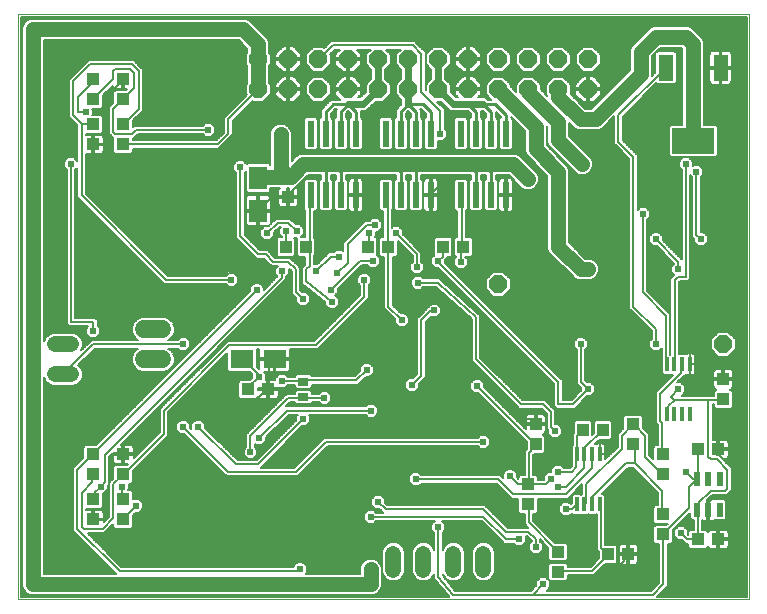
<source format=gbl>
G75*
%MOIN*%
%OFA0B0*%
%FSLAX24Y24*%
%IPPOS*%
%LPD*%
%AMOC8*
5,1,8,0,0,1.08239X$1,22.5*
%
%ADD10C,0.0000*%
%ADD11R,0.0394X0.0433*%
%ADD12R,0.0118X0.0472*%
%ADD13R,0.0433X0.0394*%
%ADD14C,0.0540*%
%ADD15C,0.0600*%
%ADD16R,0.0768X0.0591*%
%ADD17R,0.0354X0.0276*%
%ADD18R,0.0591X0.0768*%
%ADD19R,0.0236X0.0866*%
%ADD20R,0.0244X0.0480*%
%ADD21OC8,0.0600*%
%ADD22R,0.0480X0.0880*%
%ADD23R,0.1417X0.0866*%
%ADD24C,0.0356*%
%ADD25C,0.0060*%
%ADD26C,0.0240*%
%ADD27C,0.0400*%
%ADD28C,0.0500*%
%ADD29C,0.0240*%
%ADD30C,0.0100*%
%ADD31R,0.0356X0.0356*%
D10*
X000630Y000630D02*
X000630Y020126D01*
X025000Y020126D01*
X025000Y000630D01*
X000630Y000630D01*
D11*
X009545Y012380D03*
X010215Y012380D03*
X009630Y014045D03*
X009630Y014715D03*
X012295Y012380D03*
X012965Y012380D03*
X014795Y012380D03*
X015465Y012380D03*
X017880Y006465D03*
X017880Y005795D03*
X019445Y006280D03*
X020115Y006280D03*
X024130Y007295D03*
X024130Y007965D03*
X020965Y002130D03*
X020295Y002130D03*
D12*
X020013Y003799D03*
X019758Y003799D03*
X019502Y003799D03*
X019246Y003799D03*
X019246Y005462D03*
X019502Y005462D03*
X019758Y005462D03*
X020013Y005462D03*
X022246Y006799D03*
X022502Y006799D03*
X022758Y006799D03*
X023013Y006799D03*
X023013Y008462D03*
X022758Y008462D03*
X022502Y008462D03*
X022246Y008462D03*
D13*
X021130Y006465D03*
X021130Y005795D03*
X022130Y005465D03*
X022130Y004795D03*
X023295Y005630D03*
X023965Y005630D03*
X022130Y003465D03*
X022130Y002795D03*
X023295Y002630D03*
X023965Y002630D03*
X018630Y002215D03*
X018630Y001545D03*
X017630Y003795D03*
X017630Y004465D03*
X008965Y007630D03*
X008295Y007630D03*
X004130Y005465D03*
X004130Y004795D03*
X004130Y003965D03*
X004130Y003295D03*
X003130Y003295D03*
X003130Y003965D03*
X003130Y004795D03*
X003130Y005465D03*
X003130Y015795D03*
X003130Y016465D03*
X003130Y017295D03*
X003130Y017965D03*
X004130Y017965D03*
X004130Y017295D03*
X004130Y016465D03*
X004130Y015795D03*
D14*
X002400Y009130D02*
X001860Y009130D01*
X001860Y008130D02*
X002400Y008130D01*
X013130Y002150D02*
X013130Y001610D01*
X014130Y001610D02*
X014130Y002150D01*
X015130Y002150D02*
X015130Y001610D01*
X016130Y001610D02*
X016130Y002150D01*
D15*
X005430Y008630D02*
X004830Y008630D01*
X004830Y009630D02*
X005430Y009630D01*
D16*
X008089Y008630D03*
X009171Y008630D03*
D17*
X010130Y007886D03*
X010130Y007374D03*
D18*
X008630Y013589D03*
X008630Y014671D03*
D19*
X010380Y014106D03*
X010880Y014106D03*
X011380Y014106D03*
X011880Y014106D03*
X012880Y014106D03*
X013380Y014106D03*
X013880Y014106D03*
X014380Y014106D03*
X015380Y014106D03*
X015880Y014106D03*
X016380Y014106D03*
X016880Y014106D03*
X016880Y016154D03*
X016380Y016154D03*
X015880Y016154D03*
X015380Y016154D03*
X014380Y016154D03*
X013880Y016154D03*
X013380Y016154D03*
X012880Y016154D03*
X011880Y016154D03*
X011380Y016154D03*
X010880Y016154D03*
X010380Y016154D03*
D20*
X023256Y004642D03*
X023630Y004642D03*
X024004Y004642D03*
X024004Y003618D03*
X023630Y003618D03*
X023256Y003618D03*
D21*
X024130Y009130D03*
X016630Y011130D03*
X016630Y017630D03*
X016630Y018630D03*
X015630Y018630D03*
X015630Y017630D03*
X014630Y017630D03*
X014630Y018630D03*
X013630Y018630D03*
X012630Y018630D03*
X012630Y017630D03*
X013630Y017630D03*
X011630Y017630D03*
X011630Y018630D03*
X010630Y018630D03*
X010630Y017630D03*
X009630Y017630D03*
X009630Y018630D03*
X008630Y018630D03*
X008630Y017630D03*
X017630Y017630D03*
X017630Y018630D03*
X018630Y018630D03*
X018630Y017630D03*
X019630Y017630D03*
X019630Y018630D03*
D22*
X022220Y018350D03*
X023130Y018350D03*
X024040Y018350D03*
D23*
X023130Y015910D03*
D24*
X017630Y014630D03*
X009380Y016130D03*
X006380Y012380D03*
X005880Y012380D03*
X005380Y012380D03*
X005380Y011880D03*
X005880Y011880D03*
X006380Y011880D03*
X001130Y012630D03*
X001130Y013130D03*
X001130Y013630D03*
X001130Y014130D03*
X008810Y003130D03*
X008630Y002630D03*
X008630Y002130D03*
X008130Y002130D03*
X008130Y002630D03*
X009130Y002130D03*
X012380Y001630D03*
D25*
X012254Y001968D02*
X003813Y001968D01*
X003755Y002027D02*
X012749Y002027D01*
X012749Y002085D02*
X003696Y002085D01*
X003638Y002144D02*
X012749Y002144D01*
X012749Y002202D02*
X003579Y002202D01*
X003521Y002261D02*
X012764Y002261D01*
X012749Y002226D02*
X012807Y002366D01*
X012914Y002473D01*
X013054Y002531D01*
X013206Y002531D01*
X013346Y002473D01*
X013453Y002366D01*
X013511Y002226D01*
X013511Y001534D01*
X013453Y001394D01*
X013346Y001287D01*
X013206Y001229D01*
X013054Y001229D01*
X012914Y001287D01*
X012807Y001394D01*
X012749Y001534D01*
X012749Y002226D01*
X012788Y002319D02*
X003462Y002319D01*
X003404Y002378D02*
X012819Y002378D01*
X012878Y002436D02*
X003345Y002436D01*
X003287Y002495D02*
X012967Y002495D01*
X013293Y002495D02*
X013967Y002495D01*
X013914Y002473D02*
X013807Y002366D01*
X013749Y002226D01*
X013749Y001534D01*
X013807Y001394D01*
X013914Y001287D01*
X014054Y001229D01*
X014206Y001229D01*
X014346Y001287D01*
X014453Y001394D01*
X014489Y001483D01*
X014489Y001386D01*
X014485Y001335D01*
X014489Y001329D01*
X014489Y001322D01*
X014526Y001285D01*
X014989Y000729D01*
X014989Y000722D01*
X014991Y000720D01*
X000720Y000720D01*
X000720Y020036D01*
X024910Y020036D01*
X024910Y000720D01*
X021919Y000720D01*
X021921Y000722D01*
X022271Y001072D01*
X022271Y002488D01*
X022392Y002488D01*
X022457Y002553D01*
X022808Y002553D01*
X022789Y002572D02*
X022872Y002489D01*
X022968Y002489D01*
X022968Y002387D01*
X023033Y002322D01*
X023558Y002322D01*
X023623Y002387D01*
X023623Y002399D01*
X023627Y002383D01*
X023644Y002353D01*
X023668Y002329D01*
X023698Y002312D01*
X023731Y002303D01*
X023935Y002303D01*
X023935Y002600D01*
X023995Y002600D01*
X023995Y002660D01*
X024311Y002660D01*
X024311Y002844D01*
X024302Y002877D01*
X024285Y002907D01*
X024261Y002931D01*
X024231Y002948D01*
X024198Y002957D01*
X023995Y002957D01*
X023995Y002660D01*
X023935Y002660D01*
X023935Y002957D01*
X023731Y002957D01*
X023698Y002948D01*
X023668Y002931D01*
X023644Y002907D01*
X023627Y002877D01*
X023623Y002861D01*
X023623Y002873D01*
X023558Y002938D01*
X023436Y002938D01*
X023436Y003269D01*
X023458Y003257D01*
X023491Y003248D01*
X023600Y003248D01*
X023600Y003588D01*
X023660Y003588D01*
X023660Y003248D01*
X023769Y003248D01*
X023802Y003257D01*
X023830Y003273D01*
X023836Y003267D01*
X024172Y003267D01*
X024237Y003332D01*
X024237Y003904D01*
X024172Y003969D01*
X023836Y003969D01*
X023830Y003963D01*
X023802Y003979D01*
X023769Y003988D01*
X023660Y003988D01*
X023660Y003648D01*
X023600Y003648D01*
X023600Y003943D01*
X023765Y004108D01*
X024257Y004108D01*
X024327Y004178D01*
X024410Y004261D01*
X024410Y005010D01*
X024910Y005010D01*
X024910Y004952D02*
X024410Y004952D01*
X024410Y005010D02*
X024117Y005303D01*
X024198Y005303D01*
X024231Y005312D01*
X024261Y005329D01*
X024285Y005353D01*
X024302Y005383D01*
X024311Y005416D01*
X024311Y005600D01*
X023995Y005600D01*
X023995Y005660D01*
X024311Y005660D01*
X024311Y005844D01*
X024302Y005877D01*
X024285Y005907D01*
X024261Y005931D01*
X024231Y005948D01*
X024198Y005957D01*
X023995Y005957D01*
X023995Y005660D01*
X023935Y005660D01*
X023935Y005957D01*
X023777Y005957D01*
X023777Y007133D01*
X023822Y007133D01*
X023822Y007033D01*
X023887Y006968D01*
X024373Y006968D01*
X024438Y007033D01*
X024438Y007558D01*
X024373Y007623D01*
X024361Y007623D01*
X024377Y007627D01*
X024407Y007644D01*
X024431Y007668D01*
X024448Y007698D01*
X024457Y007731D01*
X024457Y007935D01*
X024160Y007935D01*
X024910Y007935D01*
X024910Y007877D02*
X024457Y007877D01*
X024457Y007818D02*
X024910Y007818D01*
X024910Y007760D02*
X024457Y007760D01*
X024449Y007701D02*
X024910Y007701D01*
X024910Y007643D02*
X024404Y007643D01*
X024411Y007584D02*
X024910Y007584D01*
X024910Y007526D02*
X024438Y007526D01*
X024438Y007467D02*
X024910Y007467D01*
X024910Y007409D02*
X024438Y007409D01*
X024438Y007350D02*
X024910Y007350D01*
X024910Y007292D02*
X024438Y007292D01*
X024438Y007233D02*
X024910Y007233D01*
X024910Y007175D02*
X024438Y007175D01*
X024438Y007116D02*
X024910Y007116D01*
X024910Y007058D02*
X024438Y007058D01*
X024480Y007063D02*
X024480Y007626D01*
X024457Y007995D02*
X024160Y007995D01*
X024100Y007995D01*
X024100Y008311D01*
X023916Y008311D01*
X023883Y008302D01*
X023853Y008285D01*
X023829Y008261D01*
X023812Y008231D01*
X023803Y008198D01*
X023803Y007995D01*
X024100Y007995D01*
X024100Y007935D01*
X022667Y007935D01*
X022725Y007994D02*
X024100Y007994D01*
X024130Y007965D02*
X024199Y007907D01*
X024160Y007935D02*
X024160Y007995D01*
X024160Y008311D01*
X024344Y008311D01*
X024377Y008302D01*
X024407Y008285D01*
X024431Y008261D01*
X024448Y008231D01*
X024457Y008198D01*
X024457Y007995D01*
X024457Y008052D02*
X024910Y008052D01*
X024910Y007994D02*
X024160Y007994D01*
X024160Y008052D02*
X024100Y008052D01*
X024100Y008111D02*
X024160Y008111D01*
X024160Y008169D02*
X024100Y008169D01*
X024100Y008228D02*
X024160Y008228D01*
X024160Y008286D02*
X024100Y008286D01*
X023855Y008286D02*
X023203Y008286D01*
X023203Y008228D02*
X023811Y008228D01*
X023803Y008169D02*
X023190Y008169D01*
X023194Y008175D02*
X023203Y008209D01*
X023203Y008462D01*
X023203Y008715D01*
X023194Y008748D01*
X023177Y008778D01*
X023152Y008802D01*
X023123Y008819D01*
X023090Y008828D01*
X023013Y008828D01*
X022937Y008828D01*
X022904Y008819D01*
X022875Y008802D01*
X022872Y008799D01*
X022862Y008809D01*
X022653Y008809D01*
X022651Y008807D01*
X022651Y011216D01*
X022679Y011239D01*
X022938Y011239D01*
X023021Y011322D01*
X023021Y014763D01*
X023089Y014694D01*
X023089Y012722D01*
X023149Y012662D01*
X023149Y012534D01*
X023284Y012399D01*
X023476Y012399D01*
X023611Y012534D01*
X023611Y012726D01*
X023476Y012861D01*
X023371Y012861D01*
X023371Y014694D01*
X023461Y014784D01*
X023461Y014976D01*
X023326Y015111D01*
X023134Y015111D01*
X023111Y015087D01*
X023111Y015226D01*
X022976Y015361D01*
X022784Y015361D01*
X022649Y015226D01*
X022649Y015034D01*
X022739Y014944D01*
X022739Y011970D01*
X022111Y012598D01*
X022111Y012726D01*
X021976Y012861D01*
X021784Y012861D01*
X021649Y012726D01*
X021649Y012534D01*
X021784Y012399D01*
X021912Y012399D01*
X022489Y011822D01*
X022489Y011816D01*
X022399Y011726D01*
X022399Y011534D01*
X022488Y011446D01*
X022461Y011425D01*
X022452Y011425D01*
X022416Y011389D01*
X022377Y011358D01*
X022376Y011349D01*
X022369Y011342D01*
X022369Y011292D01*
X022364Y011242D01*
X022369Y011235D01*
X022369Y008790D01*
X022369Y010146D01*
X021596Y010920D01*
X021596Y013280D01*
X021686Y013370D01*
X021686Y013561D01*
X021550Y013696D01*
X021359Y013696D01*
X021271Y013607D01*
X021271Y015438D01*
X020771Y015938D01*
X020771Y016702D01*
X021901Y017832D01*
X021934Y017799D01*
X022506Y017799D01*
X022571Y017864D01*
X022571Y018836D01*
X022506Y018901D01*
X021934Y018901D01*
X021869Y018836D01*
X021869Y018198D01*
X021741Y018070D01*
X021741Y018731D01*
X022029Y019019D01*
X022731Y019019D01*
X022769Y018981D01*
X022769Y016454D01*
X022375Y016454D01*
X022311Y016389D01*
X022311Y015431D01*
X022375Y015366D01*
X023885Y015366D01*
X023949Y015431D01*
X023949Y016389D01*
X023885Y016454D01*
X023491Y016454D01*
X023491Y019202D01*
X023436Y019334D01*
X023334Y019436D01*
X023084Y019686D01*
X022952Y019741D01*
X021808Y019741D01*
X021676Y019686D01*
X021574Y019584D01*
X021074Y019084D01*
X021019Y018952D01*
X021019Y018279D01*
X019731Y016991D01*
X019529Y016991D01*
X019041Y017479D01*
X019041Y017800D01*
X018800Y018041D01*
X018460Y018041D01*
X018219Y017800D01*
X018219Y017460D01*
X018269Y017410D01*
X018269Y017401D01*
X018041Y017629D01*
X018041Y017800D01*
X017800Y018041D01*
X017460Y018041D01*
X017219Y017800D01*
X017219Y017551D01*
X017041Y017729D01*
X017041Y017800D01*
X016800Y018041D01*
X016460Y018041D01*
X016219Y017800D01*
X016219Y017460D01*
X016388Y017291D01*
X016296Y017291D01*
X016226Y017361D01*
X015969Y017361D01*
X016060Y017452D01*
X016060Y017600D01*
X015660Y017600D01*
X015660Y017660D01*
X015600Y017660D01*
X015600Y018060D01*
X015452Y018060D01*
X015200Y017808D01*
X015200Y017660D01*
X015600Y017660D01*
X015600Y017600D01*
X015200Y017600D01*
X015200Y017452D01*
X015291Y017361D01*
X015226Y017361D01*
X015041Y017546D01*
X015041Y017800D01*
X014861Y017980D01*
X014861Y018280D01*
X015041Y018460D01*
X015041Y018800D01*
X014800Y019041D01*
X014460Y019041D01*
X014219Y018800D01*
X014219Y018460D01*
X014399Y018280D01*
X014399Y017980D01*
X014219Y017800D01*
X014219Y017593D01*
X014208Y017604D01*
X014208Y018870D01*
X013927Y019152D01*
X013845Y019234D01*
X011055Y019234D01*
X010831Y019010D01*
X010800Y019041D01*
X010460Y019041D01*
X010219Y018800D01*
X010219Y018460D01*
X010460Y018219D01*
X010800Y018219D01*
X011041Y018460D01*
X011041Y018800D01*
X011030Y018811D01*
X011171Y018953D01*
X011345Y018953D01*
X011200Y018808D01*
X011200Y018660D01*
X011600Y018660D01*
X011600Y018600D01*
X011660Y018600D01*
X011660Y018660D01*
X012060Y018660D01*
X012060Y018808D01*
X011915Y018953D01*
X012372Y018953D01*
X012219Y018800D01*
X012219Y018460D01*
X012399Y018280D01*
X012399Y017980D01*
X012219Y017800D01*
X012219Y017546D01*
X012034Y017361D01*
X011969Y017361D01*
X012060Y017452D01*
X012060Y017600D01*
X011660Y017600D01*
X011660Y017660D01*
X011600Y017660D01*
X011600Y018060D01*
X011452Y018060D01*
X011200Y017808D01*
X011200Y017660D01*
X011600Y017660D01*
X011600Y017600D01*
X011200Y017600D01*
X011200Y017452D01*
X011361Y017291D01*
X011063Y017291D01*
X010969Y017197D01*
X010719Y016947D01*
X010719Y016697D01*
X010716Y016697D01*
X010651Y016633D01*
X010651Y015675D01*
X010716Y015610D01*
X011044Y015610D01*
X011109Y015675D01*
X011109Y016633D01*
X011044Y016697D01*
X011041Y016697D01*
X011041Y016813D01*
X011197Y016969D01*
X011242Y016969D01*
X011219Y016947D01*
X011219Y016697D01*
X011216Y016697D01*
X011151Y016633D01*
X011151Y015675D01*
X011216Y015610D01*
X011544Y015610D01*
X011609Y015675D01*
X011609Y016633D01*
X011544Y016697D01*
X011541Y016697D01*
X011541Y016813D01*
X011627Y016899D01*
X011633Y016899D01*
X011719Y016813D01*
X011719Y016697D01*
X011716Y016697D01*
X011651Y016633D01*
X011651Y015675D01*
X011716Y015610D01*
X012044Y015610D01*
X012109Y015675D01*
X012109Y016633D01*
X012044Y016697D01*
X012041Y016697D01*
X012041Y016899D01*
X012226Y016899D01*
X012361Y017034D01*
X012546Y017219D01*
X012800Y017219D01*
X013041Y017460D01*
X013041Y017800D01*
X012861Y017980D01*
X012861Y018280D01*
X013041Y018460D01*
X013041Y018800D01*
X012888Y018953D01*
X013372Y018953D01*
X013219Y018800D01*
X013219Y018460D01*
X013399Y018280D01*
X013399Y017980D01*
X013219Y017800D01*
X013219Y017460D01*
X013399Y017280D01*
X013399Y017127D01*
X013219Y016947D01*
X013219Y016697D01*
X013216Y016697D01*
X013151Y016633D01*
X013151Y015675D01*
X013216Y015610D01*
X013544Y015610D01*
X013609Y015675D01*
X013609Y016633D01*
X013544Y016697D01*
X013541Y016697D01*
X013541Y016813D01*
X013627Y016899D01*
X013633Y016899D01*
X013719Y016813D01*
X013719Y016697D01*
X013716Y016697D01*
X013651Y016633D01*
X013651Y015675D01*
X013716Y015610D01*
X014044Y015610D01*
X014109Y015675D01*
X014109Y016633D01*
X014044Y016697D01*
X014041Y016697D01*
X014041Y016947D01*
X014018Y016969D01*
X014063Y016969D01*
X014219Y016813D01*
X014219Y016697D01*
X014216Y016697D01*
X014151Y016633D01*
X014151Y015675D01*
X014216Y015610D01*
X014544Y015610D01*
X014609Y015675D01*
X014609Y015908D01*
X014796Y015908D01*
X014932Y016043D01*
X014932Y016234D01*
X014842Y016324D01*
X014842Y016971D01*
X014593Y017219D01*
X014714Y017219D01*
X014899Y017034D01*
X015034Y016899D01*
X015633Y016899D01*
X015719Y016813D01*
X015719Y016697D01*
X015716Y016697D01*
X015651Y016633D01*
X015651Y015675D01*
X015716Y015610D01*
X016044Y015610D01*
X016109Y015675D01*
X016109Y016633D01*
X016044Y016697D01*
X016041Y016697D01*
X016041Y016899D01*
X016133Y016899D01*
X016219Y016813D01*
X016219Y016697D01*
X016216Y016697D01*
X016151Y016633D01*
X016151Y015675D01*
X016216Y015610D01*
X016544Y015610D01*
X016609Y015675D01*
X016609Y016633D01*
X016544Y016697D01*
X016541Y016697D01*
X016541Y016892D01*
X016719Y016713D01*
X016719Y016697D01*
X016716Y016697D01*
X016651Y016633D01*
X016651Y015675D01*
X016716Y015610D01*
X017044Y015610D01*
X017109Y015675D01*
X017109Y016633D01*
X017044Y016697D01*
X017041Y016697D01*
X017041Y016709D01*
X017519Y016231D01*
X017519Y015558D01*
X017574Y015426D01*
X018269Y014731D01*
X018269Y012308D01*
X018324Y012176D01*
X019074Y011426D01*
X019176Y011324D01*
X019308Y011269D01*
X019702Y011269D01*
X019834Y011324D01*
X019851Y011341D01*
X019854Y011341D01*
X019919Y011406D01*
X019919Y011409D01*
X019936Y011426D01*
X019991Y011558D01*
X019991Y011702D01*
X019936Y011834D01*
X019919Y011851D01*
X019919Y011854D01*
X019854Y011919D01*
X019851Y011919D01*
X019834Y011936D01*
X019702Y011991D01*
X019529Y011991D01*
X018991Y012529D01*
X018991Y014952D01*
X018936Y015084D01*
X018834Y015186D01*
X018241Y015779D01*
X018241Y016409D01*
X018269Y016381D01*
X018269Y015858D01*
X018324Y015726D01*
X019141Y014909D01*
X019141Y014906D01*
X019206Y014841D01*
X019209Y014841D01*
X019226Y014824D01*
X019358Y014769D01*
X019502Y014769D01*
X019634Y014824D01*
X019651Y014841D01*
X019654Y014841D01*
X019719Y014906D01*
X019719Y014909D01*
X019736Y014926D01*
X019791Y015058D01*
X019791Y015202D01*
X019736Y015334D01*
X019719Y015351D01*
X019719Y015354D01*
X019654Y015419D01*
X019651Y015419D01*
X018991Y016079D01*
X018991Y016509D01*
X019176Y016324D01*
X019308Y016269D01*
X019952Y016269D01*
X020084Y016324D01*
X020489Y016729D01*
X020489Y015822D01*
X020572Y015739D01*
X020989Y015322D01*
X020989Y010322D01*
X021072Y010239D01*
X021739Y009572D01*
X021739Y009316D01*
X021649Y009226D01*
X021649Y009034D01*
X021784Y008899D01*
X021976Y008899D01*
X022088Y009012D01*
X022088Y008756D01*
X022076Y008744D01*
X022076Y008180D01*
X022141Y008115D01*
X022351Y008115D01*
X022374Y008138D01*
X022397Y008115D01*
X022449Y008115D01*
X021877Y007543D01*
X021877Y006512D01*
X021947Y006442D01*
X021947Y005772D01*
X021868Y005772D01*
X021803Y005707D01*
X021803Y005296D01*
X021666Y005433D01*
X021666Y006136D01*
X021457Y006345D01*
X021457Y006707D01*
X021392Y006772D01*
X020868Y006772D01*
X020803Y006707D01*
X020803Y006328D01*
X020611Y006136D01*
X020611Y005714D01*
X020203Y005306D01*
X020203Y005462D01*
X020203Y005715D01*
X020194Y005748D01*
X020177Y005778D01*
X020152Y005802D01*
X020123Y005819D01*
X020090Y005828D01*
X020013Y005828D01*
X019937Y005828D01*
X019904Y005819D01*
X019875Y005802D01*
X019872Y005799D01*
X019862Y005809D01*
X019842Y005809D01*
X019986Y005953D01*
X020357Y005953D01*
X020422Y006018D01*
X020422Y006542D01*
X020357Y006607D01*
X019872Y006607D01*
X019807Y006542D01*
X019807Y006171D01*
X019753Y006117D01*
X019753Y006542D01*
X019688Y006607D01*
X019203Y006607D01*
X019138Y006542D01*
X019138Y006171D01*
X019105Y006139D01*
X019105Y005773D01*
X019076Y005744D01*
X019076Y005180D01*
X019089Y005167D01*
X019089Y005088D01*
X019022Y005021D01*
X018816Y005021D01*
X018726Y005111D01*
X018534Y005111D01*
X018399Y004976D01*
X018399Y004861D01*
X018284Y004861D01*
X018149Y004726D01*
X018149Y004605D01*
X017957Y004605D01*
X017957Y004707D01*
X017892Y004772D01*
X017796Y004772D01*
X017796Y005457D01*
X017808Y005468D01*
X018123Y005468D01*
X018188Y005533D01*
X018188Y006058D01*
X018123Y006123D01*
X018111Y006123D01*
X018127Y006127D01*
X018157Y006144D01*
X018181Y006168D01*
X018198Y006198D01*
X018207Y006231D01*
X018207Y006435D01*
X017910Y006435D01*
X017910Y006495D01*
X017850Y006495D01*
X017850Y006811D01*
X017666Y006811D01*
X017633Y006802D01*
X017603Y006785D01*
X017579Y006761D01*
X017562Y006731D01*
X017553Y006698D01*
X017553Y006495D01*
X017850Y006495D01*
X017850Y006435D01*
X017553Y006435D01*
X017553Y006306D01*
X016161Y007698D01*
X016161Y007826D01*
X016026Y007961D01*
X015834Y007961D01*
X015699Y007826D01*
X015699Y007634D01*
X015834Y007499D01*
X015962Y007499D01*
X017572Y005889D01*
X017572Y005631D01*
X017515Y005573D01*
X017515Y004772D01*
X017368Y004772D01*
X017303Y004707D01*
X017303Y004656D01*
X017261Y004698D01*
X017261Y004826D01*
X017126Y004961D01*
X016934Y004961D01*
X016799Y004826D01*
X016799Y004660D01*
X016688Y004771D01*
X014066Y004771D01*
X013976Y004861D01*
X013784Y004861D01*
X013649Y004726D01*
X013649Y004534D01*
X013784Y004399D01*
X013976Y004399D01*
X014066Y004489D01*
X016572Y004489D01*
X016989Y004072D01*
X017072Y003989D01*
X017303Y003989D01*
X017303Y003553D01*
X017368Y003488D01*
X017515Y003488D01*
X017515Y003135D01*
X017629Y003021D01*
X016938Y003021D01*
X016188Y003771D01*
X012938Y003771D01*
X012861Y003848D01*
X012861Y003976D01*
X012726Y004111D01*
X012534Y004111D01*
X012399Y003976D01*
X012399Y003784D01*
X012534Y003649D01*
X012662Y003649D01*
X012739Y003572D01*
X012790Y003521D01*
X012566Y003521D01*
X012476Y003611D01*
X012284Y003611D01*
X012149Y003476D01*
X012149Y003284D01*
X012284Y003149D01*
X012476Y003149D01*
X012566Y003239D01*
X014513Y003239D01*
X014399Y003126D01*
X014399Y002934D01*
X014489Y002844D01*
X014489Y002277D01*
X014453Y002366D01*
X014346Y002473D01*
X014206Y002531D01*
X014054Y002531D01*
X013914Y002473D01*
X013878Y002436D02*
X013382Y002436D01*
X013441Y002378D02*
X013819Y002378D01*
X013788Y002319D02*
X013472Y002319D01*
X013496Y002261D02*
X013764Y002261D01*
X013749Y002202D02*
X013511Y002202D01*
X013511Y002144D02*
X013749Y002144D01*
X013749Y002085D02*
X013511Y002085D01*
X013511Y002027D02*
X013749Y002027D01*
X013749Y001968D02*
X013511Y001968D01*
X013511Y001910D02*
X013749Y001910D01*
X013749Y001851D02*
X013511Y001851D01*
X013511Y001793D02*
X013749Y001793D01*
X013749Y001734D02*
X013511Y001734D01*
X013511Y001676D02*
X013749Y001676D01*
X013749Y001617D02*
X013511Y001617D01*
X013511Y001559D02*
X013749Y001559D01*
X013763Y001500D02*
X013497Y001500D01*
X013472Y001442D02*
X013788Y001442D01*
X013819Y001383D02*
X013441Y001383D01*
X013383Y001325D02*
X013877Y001325D01*
X013966Y001266D02*
X013294Y001266D01*
X012966Y001266D02*
X012741Y001266D01*
X012741Y001208D02*
X014591Y001208D01*
X014542Y001266D02*
X014294Y001266D01*
X014383Y001325D02*
X014489Y001325D01*
X014489Y001383D02*
X014441Y001383D01*
X014472Y001442D02*
X014489Y001442D01*
X014630Y001380D02*
X014630Y003030D01*
X014470Y003197D02*
X012523Y003197D01*
X012380Y003380D02*
X016130Y003380D01*
X016880Y002630D01*
X017330Y002630D01*
X017561Y002612D02*
X017699Y002612D01*
X017739Y002572D02*
X017739Y002566D01*
X017649Y002476D01*
X017649Y002284D01*
X017784Y002149D01*
X017976Y002149D01*
X018111Y002284D01*
X018111Y002476D01*
X018021Y002566D01*
X018021Y002629D01*
X018303Y002347D01*
X018303Y001972D01*
X018368Y001907D01*
X018892Y001907D01*
X018957Y001972D01*
X018957Y002457D01*
X018892Y002522D01*
X018526Y002522D01*
X017796Y003252D01*
X017796Y003488D01*
X017892Y003488D01*
X017957Y003553D01*
X017957Y003989D01*
X018938Y003989D01*
X019415Y004466D01*
X019415Y004401D01*
X019415Y004145D01*
X019397Y004145D01*
X019374Y004122D01*
X019351Y004145D01*
X019141Y004145D01*
X019076Y004081D01*
X019076Y003828D01*
X019042Y003794D01*
X018976Y003861D01*
X018784Y003861D01*
X018649Y003726D01*
X018649Y003534D01*
X018784Y003399D01*
X018976Y003399D01*
X019066Y003489D01*
X019103Y003489D01*
X019141Y003452D01*
X019351Y003452D01*
X019374Y003475D01*
X019397Y003452D01*
X019607Y003452D01*
X019630Y003475D01*
X019653Y003452D01*
X019862Y003452D01*
X019886Y003475D01*
X019907Y003453D01*
X019907Y002291D01*
X019988Y002210D01*
X019988Y001996D01*
X019708Y001716D01*
X018957Y001716D01*
X018957Y001788D01*
X018892Y001853D01*
X018368Y001853D01*
X018303Y001788D01*
X018303Y001303D01*
X018368Y001238D01*
X018892Y001238D01*
X018957Y001303D01*
X018957Y001434D01*
X019825Y001434D01*
X020193Y001803D01*
X020538Y001803D01*
X020603Y001868D01*
X020603Y002392D01*
X020538Y002457D01*
X020189Y002457D01*
X020189Y003749D01*
X020194Y003800D01*
X020189Y003806D01*
X020189Y003814D01*
X020183Y003820D01*
X020183Y004081D01*
X020118Y004145D01*
X020073Y004145D01*
X020950Y005023D01*
X021115Y005023D01*
X021947Y004190D01*
X021947Y003772D01*
X021868Y003772D01*
X021803Y003707D01*
X021803Y003222D01*
X021868Y003157D01*
X022275Y003157D01*
X022221Y003103D01*
X021868Y003103D01*
X021803Y003038D01*
X021803Y002553D01*
X020189Y002553D01*
X020189Y002495D02*
X021861Y002495D01*
X021868Y002488D02*
X021989Y002488D01*
X021989Y001188D01*
X021722Y000921D01*
X018247Y000921D01*
X018361Y001034D01*
X018361Y001226D01*
X018226Y001361D01*
X018034Y001361D01*
X017899Y001226D01*
X017899Y001098D01*
X017722Y000921D01*
X015196Y000921D01*
X014771Y001431D01*
X014771Y001483D01*
X014807Y001394D01*
X014914Y001287D01*
X015054Y001229D01*
X015206Y001229D01*
X015346Y001287D01*
X015453Y001394D01*
X015511Y001534D01*
X015511Y002226D01*
X015453Y002366D01*
X015346Y002473D01*
X015206Y002531D01*
X015054Y002531D01*
X014914Y002473D01*
X014807Y002366D01*
X014771Y002277D01*
X014771Y002844D01*
X014861Y002934D01*
X014861Y003126D01*
X014747Y003239D01*
X016072Y003239D01*
X016739Y002572D01*
X016822Y002489D01*
X017144Y002489D01*
X017234Y002399D01*
X017426Y002399D01*
X017561Y002534D01*
X017561Y002726D01*
X017547Y002739D01*
X017572Y002739D01*
X017739Y002572D01*
X017727Y002553D02*
X017561Y002553D01*
X017521Y002495D02*
X017668Y002495D01*
X017649Y002436D02*
X017462Y002436D01*
X017649Y002378D02*
X016441Y002378D01*
X016453Y002366D02*
X016346Y002473D01*
X016206Y002531D01*
X016054Y002531D01*
X015914Y002473D01*
X015807Y002366D01*
X015749Y002226D01*
X015749Y001534D01*
X015807Y001394D01*
X015914Y001287D01*
X016054Y001229D01*
X016206Y001229D01*
X016346Y001287D01*
X016453Y001394D01*
X016511Y001534D01*
X016511Y002226D01*
X016453Y002366D01*
X016472Y002319D02*
X017649Y002319D01*
X017673Y002261D02*
X016496Y002261D01*
X016511Y002202D02*
X017732Y002202D01*
X017880Y002380D02*
X017880Y002630D01*
X017630Y002880D01*
X016880Y002880D01*
X016130Y003630D01*
X012880Y003630D01*
X012630Y003880D01*
X012461Y003723D02*
X004801Y003723D01*
X004801Y003665D02*
X012519Y003665D01*
X012480Y003606D02*
X012705Y003606D01*
X012763Y003548D02*
X012539Y003548D01*
X012280Y003606D02*
X004746Y003606D01*
X004801Y003661D02*
X004665Y003525D01*
X004538Y003525D01*
X004457Y003445D01*
X004457Y003053D01*
X004392Y002988D01*
X003868Y002988D01*
X003803Y003053D01*
X003803Y003142D01*
X003502Y002842D01*
X002940Y002842D01*
X004065Y001716D01*
X009799Y001716D01*
X009799Y001726D01*
X009934Y001861D01*
X010126Y001861D01*
X010261Y001726D01*
X010261Y001534D01*
X010217Y001491D01*
X012019Y001491D01*
X012019Y001702D01*
X012074Y001834D01*
X012176Y001936D01*
X012308Y001991D01*
X012452Y001991D01*
X012584Y001936D01*
X012686Y001834D01*
X012741Y001702D01*
X012741Y001058D01*
X012686Y000926D01*
X012584Y000824D01*
X012452Y000769D01*
X001058Y000769D01*
X000926Y000824D01*
X000824Y000926D01*
X000769Y001058D01*
X000769Y019702D01*
X000824Y019834D01*
X000926Y019936D01*
X001058Y019991D01*
X008202Y019991D01*
X008334Y019936D01*
X008436Y019834D01*
X008436Y019834D01*
X008936Y019334D01*
X008991Y019202D01*
X008991Y018850D01*
X009041Y018800D01*
X009041Y018460D01*
X008991Y018410D01*
X008991Y017850D01*
X009041Y017800D01*
X009041Y017460D01*
X008800Y017219D01*
X008460Y017219D01*
X008439Y017240D01*
X007771Y016572D01*
X007771Y016072D01*
X007688Y015989D01*
X007354Y015655D01*
X004457Y015655D01*
X004457Y015553D01*
X004392Y015488D01*
X003868Y015488D01*
X003803Y015553D01*
X003803Y016003D01*
X003738Y016068D01*
X003655Y016151D01*
X003655Y017041D01*
X003803Y017189D01*
X003803Y017538D01*
X003868Y017603D01*
X004217Y017603D01*
X004252Y017638D01*
X004160Y017638D01*
X004160Y017935D01*
X004100Y017935D01*
X004100Y017638D01*
X003896Y017638D01*
X003863Y017647D01*
X003834Y017664D01*
X003809Y017688D01*
X003792Y017718D01*
X003783Y017751D01*
X003783Y017756D01*
X003457Y017430D01*
X003457Y017053D01*
X003392Y016988D01*
X003098Y016988D01*
X003111Y016976D01*
X003111Y016784D01*
X003098Y016772D01*
X003392Y016772D01*
X003457Y016707D01*
X003457Y016222D01*
X003392Y016157D01*
X002881Y016157D01*
X002881Y016118D01*
X002896Y016122D01*
X003100Y016122D01*
X003100Y015825D01*
X003160Y015825D01*
X003477Y015825D01*
X003477Y016009D01*
X003468Y016042D01*
X003451Y016072D01*
X003426Y016096D01*
X003397Y016113D01*
X003364Y016122D01*
X003160Y016122D01*
X003160Y015825D01*
X003160Y015765D01*
X003160Y015469D01*
X003364Y015469D01*
X003397Y015477D01*
X003426Y015494D01*
X003451Y015519D01*
X003468Y015548D01*
X003477Y015581D01*
X003477Y015765D01*
X003160Y015765D01*
X003100Y015765D01*
X003100Y015469D01*
X002896Y015469D01*
X002881Y015473D01*
X002881Y014157D01*
X005613Y011425D01*
X007550Y011425D01*
X007640Y011515D01*
X007831Y011515D01*
X007966Y011380D01*
X007966Y011189D01*
X007831Y011053D01*
X007640Y011053D01*
X007550Y011143D01*
X005497Y011143D01*
X002682Y013958D01*
X002600Y014040D01*
X002600Y015024D01*
X002521Y014944D01*
X002521Y010021D01*
X003188Y010021D01*
X003271Y009938D01*
X003271Y009766D01*
X003361Y009676D01*
X003361Y009484D01*
X003226Y009349D01*
X003034Y009349D01*
X002899Y009484D01*
X002899Y009676D01*
X002963Y009739D01*
X002322Y009739D01*
X002239Y009822D01*
X002239Y014944D01*
X002149Y015034D01*
X002149Y015226D01*
X002284Y015361D01*
X002476Y015361D01*
X002600Y015236D01*
X002600Y016432D01*
X002401Y016631D01*
X002319Y016713D01*
X002319Y017956D01*
X002881Y018519D01*
X002964Y018601D01*
X004487Y018601D01*
X004698Y018390D01*
X004781Y018307D01*
X004781Y016925D01*
X004457Y016601D01*
X004457Y016366D01*
X004512Y016420D01*
X006776Y016420D01*
X006866Y016510D01*
X007057Y016510D01*
X007193Y016375D01*
X007193Y016184D01*
X007057Y016049D01*
X006866Y016049D01*
X006776Y016139D01*
X004628Y016139D01*
X004570Y016080D01*
X004487Y015998D01*
X004457Y015998D01*
X004457Y015936D01*
X007237Y015936D01*
X007489Y016188D01*
X007489Y016688D01*
X008240Y017439D01*
X008219Y017460D01*
X008219Y017800D01*
X008269Y017850D01*
X008269Y018410D01*
X008219Y018460D01*
X008219Y018800D01*
X008269Y018850D01*
X008269Y018981D01*
X007981Y019269D01*
X001491Y019269D01*
X001491Y009233D01*
X001537Y009346D01*
X001644Y009453D01*
X001784Y009511D01*
X002476Y009511D01*
X002616Y009453D01*
X002723Y009346D01*
X002781Y009206D01*
X002781Y009054D01*
X002728Y008927D01*
X003072Y009271D01*
X004624Y009271D01*
X004597Y009282D01*
X004482Y009397D01*
X004419Y009548D01*
X004419Y009712D01*
X004482Y009863D01*
X004597Y009978D01*
X004748Y010041D01*
X005512Y010041D01*
X005663Y009978D01*
X005778Y009863D01*
X005841Y009712D01*
X005841Y009548D01*
X005778Y009397D01*
X005663Y009282D01*
X005636Y009271D01*
X005944Y009271D01*
X006034Y009361D01*
X006226Y009361D01*
X006361Y009226D01*
X006361Y009034D01*
X006226Y008899D01*
X006034Y008899D01*
X005944Y008989D01*
X005636Y008989D01*
X005663Y008978D01*
X005778Y008863D01*
X005841Y008712D01*
X005841Y008548D01*
X005778Y008397D01*
X005663Y008282D01*
X005512Y008219D01*
X004748Y008219D01*
X004597Y008282D01*
X004482Y008397D01*
X004419Y008548D01*
X004419Y008712D01*
X004482Y008863D01*
X004597Y008978D01*
X004624Y008989D01*
X003188Y008989D01*
X002634Y008435D01*
X002723Y008346D01*
X002781Y008206D01*
X002781Y008054D01*
X002723Y007914D01*
X002616Y007807D01*
X002476Y007749D01*
X001784Y007749D01*
X001644Y007807D01*
X001537Y007914D01*
X001491Y008027D01*
X001491Y001491D01*
X003893Y001491D01*
X003866Y001517D01*
X002459Y002924D01*
X002459Y005010D01*
X001491Y005010D01*
X001491Y004952D02*
X002459Y004952D01*
X002459Y005010D02*
X002542Y005093D01*
X002803Y005354D01*
X002803Y005707D01*
X002868Y005772D01*
X003221Y005772D01*
X008349Y010901D01*
X008349Y011028D01*
X008484Y011163D01*
X008676Y011163D01*
X008811Y011028D01*
X008811Y010940D01*
X009267Y011396D01*
X009194Y011470D01*
X009194Y011661D01*
X009272Y011739D01*
X009072Y011739D01*
X008989Y011822D01*
X008822Y011989D01*
X008572Y011989D01*
X008489Y012072D01*
X007889Y012672D01*
X007889Y014844D01*
X007799Y014934D01*
X007799Y015126D01*
X007934Y015261D01*
X008126Y015261D01*
X008255Y015132D01*
X008289Y015166D01*
X008971Y015166D01*
X009019Y015118D01*
X009019Y016202D01*
X009074Y016334D01*
X009176Y016436D01*
X009308Y016491D01*
X009452Y016491D01*
X009584Y016436D01*
X009686Y016334D01*
X009741Y016202D01*
X009741Y015251D01*
X009824Y015334D01*
X009824Y015334D01*
X009926Y015436D01*
X010058Y015491D01*
X017202Y015491D01*
X017334Y015436D01*
X017436Y015334D01*
X017936Y014834D01*
X017991Y014702D01*
X017991Y014558D01*
X017936Y014426D01*
X017834Y014324D01*
X017702Y014269D01*
X017558Y014269D01*
X017426Y014324D01*
X016981Y014769D01*
X016541Y014769D01*
X016541Y014650D01*
X016544Y014650D01*
X016609Y014585D01*
X016609Y013627D01*
X016544Y013563D01*
X016216Y013563D01*
X016151Y013627D01*
X016151Y014585D01*
X016216Y014650D01*
X016219Y014650D01*
X016219Y014769D01*
X016041Y014769D01*
X016041Y014650D01*
X016044Y014650D01*
X016109Y014585D01*
X016109Y013627D01*
X016044Y013563D01*
X015716Y013563D01*
X015651Y013627D01*
X015651Y014585D01*
X015716Y014650D01*
X015719Y014650D01*
X015719Y014769D01*
X014041Y014769D01*
X014041Y014650D01*
X014044Y014650D01*
X014109Y014585D01*
X014109Y013627D01*
X014044Y013563D01*
X013716Y013563D01*
X013651Y013627D01*
X013651Y014585D01*
X013716Y014650D01*
X013719Y014650D01*
X013719Y014769D01*
X013541Y014769D01*
X013541Y014650D01*
X013544Y014650D01*
X013609Y014585D01*
X013609Y013627D01*
X013544Y013563D01*
X013216Y013563D01*
X013151Y013627D01*
X013151Y014585D01*
X013216Y014650D01*
X013219Y014650D01*
X013219Y014769D01*
X011541Y014769D01*
X011541Y014650D01*
X011544Y014650D01*
X011609Y014585D01*
X011609Y013627D01*
X011544Y013563D01*
X011216Y013563D01*
X011151Y013627D01*
X011151Y014585D01*
X011216Y014650D01*
X011219Y014650D01*
X011219Y014769D01*
X011041Y014769D01*
X011041Y014650D01*
X011044Y014650D01*
X011109Y014585D01*
X011109Y013627D01*
X011044Y013563D01*
X010716Y013563D01*
X010651Y013627D01*
X010651Y014585D01*
X010716Y014650D01*
X010719Y014650D01*
X010719Y014769D01*
X010279Y014769D01*
X009919Y014409D01*
X009877Y014391D01*
X009873Y014387D01*
X009867Y014387D01*
X009865Y014386D01*
X009877Y014383D01*
X009907Y014366D01*
X009931Y014342D01*
X009948Y014312D01*
X009957Y014279D01*
X009957Y014075D01*
X009660Y014075D01*
X009660Y014015D01*
X009660Y013699D01*
X009844Y013699D01*
X009877Y013708D01*
X009907Y013725D01*
X009931Y013749D01*
X009948Y013779D01*
X009957Y013812D01*
X009957Y014015D01*
X009660Y014015D01*
X009600Y014015D01*
X009600Y013699D01*
X009416Y013699D01*
X009383Y013708D01*
X009353Y013725D01*
X009329Y013749D01*
X009312Y013779D01*
X009303Y013812D01*
X009303Y014015D01*
X009600Y014015D01*
X009600Y014075D01*
X009303Y014075D01*
X009303Y014279D01*
X009312Y014312D01*
X009329Y014342D01*
X009341Y014354D01*
X009036Y014354D01*
X009036Y014242D01*
X008971Y014177D01*
X008289Y014177D01*
X008224Y014242D01*
X008224Y014898D01*
X008171Y014844D01*
X008171Y012788D01*
X008688Y012271D01*
X008938Y012271D01*
X009188Y012021D01*
X009688Y012021D01*
X009938Y011771D01*
X010021Y011688D01*
X010021Y010938D01*
X010098Y010861D01*
X010226Y010861D01*
X010361Y010726D01*
X010361Y010534D01*
X010226Y010399D01*
X010034Y010399D01*
X009899Y010534D01*
X009899Y010662D01*
X009739Y010822D01*
X009739Y011572D01*
X009655Y011656D01*
X009655Y011470D01*
X009565Y011380D01*
X009565Y011296D01*
X004060Y005791D01*
X004100Y005791D01*
X004100Y005495D01*
X004160Y005495D01*
X004160Y005791D01*
X004364Y005791D01*
X004397Y005783D01*
X004426Y005766D01*
X004451Y005741D01*
X004468Y005712D01*
X004477Y005679D01*
X004477Y005495D01*
X004160Y005495D01*
X004160Y005435D01*
X004477Y005435D01*
X004477Y005339D01*
X005344Y006207D01*
X005344Y006980D01*
X005426Y007063D01*
X007607Y009244D01*
X010492Y009244D01*
X012027Y010780D01*
X012027Y011099D01*
X011937Y011189D01*
X011937Y011380D01*
X012073Y011515D01*
X012264Y011515D01*
X012399Y011380D01*
X012399Y011189D01*
X012309Y011099D01*
X012309Y010663D01*
X010691Y009045D01*
X010608Y008962D01*
X009680Y008962D01*
X009685Y008942D01*
X009685Y008660D01*
X009201Y008660D01*
X009201Y008600D01*
X009201Y008205D01*
X009572Y008205D01*
X009605Y008214D01*
X009635Y008231D01*
X009659Y008255D01*
X009676Y008285D01*
X009685Y008318D01*
X009685Y008600D01*
X009201Y008600D01*
X009141Y008600D01*
X008657Y008600D01*
X008657Y008318D01*
X008660Y008307D01*
X008583Y008384D01*
X008583Y008962D01*
X008663Y008962D01*
X008657Y008942D01*
X008657Y008660D01*
X009141Y008660D01*
X009141Y008600D01*
X009141Y008205D01*
X008820Y008205D01*
X008881Y008143D01*
X008881Y007957D01*
X008935Y007957D01*
X008935Y007660D01*
X008995Y007660D01*
X009311Y007660D01*
X009311Y007694D01*
X009329Y007676D01*
X009520Y007676D01*
X009610Y007766D01*
X009842Y007766D01*
X009842Y007702D01*
X009907Y007637D01*
X010353Y007637D01*
X010418Y007702D01*
X010418Y007789D01*
X011958Y007789D01*
X012208Y008039D01*
X012336Y008039D01*
X012471Y008174D01*
X012471Y008366D01*
X012336Y008501D01*
X012144Y008501D01*
X012009Y008366D01*
X012009Y008238D01*
X011842Y008071D01*
X010417Y008071D01*
X010353Y008134D01*
X009907Y008134D01*
X009842Y008070D01*
X009842Y008048D01*
X009610Y008048D01*
X009520Y008138D01*
X009329Y008138D01*
X009194Y008003D01*
X009194Y007957D01*
X008995Y007957D01*
X008995Y007660D01*
X008995Y007600D01*
X009311Y007600D01*
X009311Y007416D01*
X009302Y007383D01*
X009285Y007353D01*
X009261Y007329D01*
X009231Y007312D01*
X009198Y007303D01*
X008995Y007303D01*
X008995Y007600D01*
X008935Y007600D01*
X008935Y007303D01*
X008731Y007303D01*
X008698Y007312D01*
X008668Y007329D01*
X008644Y007353D01*
X008627Y007383D01*
X008623Y007399D01*
X008623Y007387D01*
X008558Y007322D01*
X008033Y007322D01*
X007968Y007387D01*
X007968Y007873D01*
X008033Y007938D01*
X008341Y007938D01*
X008420Y008016D01*
X008420Y008143D01*
X008423Y008147D01*
X008346Y008224D01*
X007659Y008224D01*
X007594Y008289D01*
X007594Y008833D01*
X005625Y006864D01*
X005625Y006090D01*
X004457Y004922D01*
X004457Y004553D01*
X004392Y004488D01*
X004305Y004488D01*
X004308Y004485D01*
X004308Y004294D01*
X004286Y004272D01*
X004392Y004272D01*
X004457Y004207D01*
X004457Y003970D01*
X004474Y003987D01*
X004665Y003987D01*
X004801Y003852D01*
X004801Y003661D01*
X004801Y003782D02*
X012402Y003782D01*
X012399Y003840D02*
X004801Y003840D01*
X004754Y003899D02*
X012399Y003899D01*
X012399Y003957D02*
X004695Y003957D01*
X004570Y003756D02*
X004148Y003334D01*
X004130Y003295D01*
X004457Y003314D02*
X012149Y003314D01*
X012149Y003372D02*
X004457Y003372D01*
X004457Y003431D02*
X012149Y003431D01*
X012163Y003489D02*
X004502Y003489D01*
X004687Y003548D02*
X012221Y003548D01*
X012179Y003255D02*
X004457Y003255D01*
X004457Y003197D02*
X012237Y003197D01*
X012869Y003840D02*
X017303Y003840D01*
X017303Y003782D02*
X012927Y003782D01*
X012861Y003899D02*
X017303Y003899D01*
X017303Y003957D02*
X012861Y003957D01*
X012821Y004016D02*
X017045Y004016D01*
X016987Y004074D02*
X012762Y004074D01*
X012498Y004074D02*
X004457Y004074D01*
X004457Y004016D02*
X012439Y004016D01*
X013649Y004542D02*
X004447Y004542D01*
X004457Y004601D02*
X013649Y004601D01*
X013649Y004659D02*
X004457Y004659D01*
X004457Y004718D02*
X013649Y004718D01*
X013700Y004776D02*
X009975Y004776D01*
X009938Y004739D02*
X010938Y005739D01*
X015944Y005739D01*
X016034Y005649D01*
X016226Y005649D01*
X016361Y005784D01*
X016361Y005976D01*
X016226Y006111D01*
X016034Y006111D01*
X015944Y006021D01*
X010822Y006021D01*
X010739Y005938D01*
X009822Y005021D01*
X008720Y005021D01*
X008771Y005072D01*
X010098Y006399D01*
X010226Y006399D01*
X010361Y006534D01*
X010361Y006726D01*
X010304Y006782D01*
X012212Y006782D01*
X012302Y006692D01*
X012493Y006692D01*
X012628Y006827D01*
X012628Y007018D01*
X012493Y007154D01*
X012302Y007154D01*
X012212Y007064D01*
X009597Y007064D01*
X009554Y007064D01*
X009694Y007204D01*
X009842Y007204D01*
X009842Y007190D01*
X009907Y007126D01*
X010353Y007126D01*
X010418Y007190D01*
X010418Y007204D01*
X010648Y007204D01*
X010738Y007114D01*
X010929Y007114D01*
X011064Y007249D01*
X011064Y007440D01*
X010929Y007575D01*
X010738Y007575D01*
X010648Y007485D01*
X010418Y007485D01*
X010418Y007558D01*
X010353Y007623D01*
X009907Y007623D01*
X009842Y007558D01*
X009842Y007485D01*
X009577Y007485D01*
X009495Y007403D01*
X008228Y006136D01*
X008228Y005712D01*
X007497Y005712D01*
X007555Y005654D02*
X008170Y005654D01*
X008138Y005622D02*
X008138Y005431D01*
X008273Y005295D01*
X008465Y005295D01*
X008600Y005431D01*
X008600Y005622D01*
X008510Y005712D01*
X009013Y005712D01*
X008955Y005654D02*
X008568Y005654D01*
X008600Y005595D02*
X008896Y005595D01*
X008838Y005537D02*
X008600Y005537D01*
X008600Y005478D02*
X008779Y005478D01*
X008721Y005420D02*
X008589Y005420D01*
X008530Y005361D02*
X008662Y005361D01*
X008604Y005303D02*
X008472Y005303D01*
X008572Y005271D02*
X007938Y005271D01*
X006861Y006348D01*
X006861Y006476D01*
X006726Y006611D01*
X006534Y006611D01*
X006399Y006476D01*
X006399Y006310D01*
X006361Y006348D01*
X006361Y006476D01*
X006226Y006611D01*
X006034Y006611D01*
X005899Y006476D01*
X005899Y006284D01*
X006034Y006149D01*
X006162Y006149D01*
X007489Y004822D01*
X007572Y004739D01*
X009938Y004739D01*
X010034Y004835D02*
X013758Y004835D01*
X013880Y004630D02*
X016630Y004630D01*
X017130Y004130D01*
X018880Y004130D01*
X019758Y005008D01*
X019758Y005462D01*
X020013Y005462D02*
X020013Y005828D01*
X020013Y005462D01*
X020013Y005462D01*
X020203Y005462D01*
X020013Y005462D01*
X020013Y005462D01*
X020013Y005478D02*
X020013Y005478D01*
X020013Y005537D02*
X020013Y005537D01*
X020013Y005595D02*
X020013Y005595D01*
X020013Y005654D02*
X020013Y005654D01*
X020013Y005712D02*
X020013Y005712D01*
X020013Y005771D02*
X020013Y005771D01*
X019921Y005888D02*
X020611Y005888D01*
X020611Y005946D02*
X019980Y005946D01*
X019863Y005829D02*
X020611Y005829D01*
X020611Y005771D02*
X020181Y005771D01*
X020203Y005712D02*
X020609Y005712D01*
X020550Y005654D02*
X020203Y005654D01*
X020203Y005595D02*
X020492Y005595D01*
X020433Y005537D02*
X020203Y005537D01*
X020203Y005478D02*
X020375Y005478D01*
X020316Y005420D02*
X020203Y005420D01*
X020203Y005361D02*
X020258Y005361D01*
X020751Y005656D02*
X020751Y006078D01*
X021103Y006430D01*
X021130Y006465D01*
X021173Y006430D01*
X021525Y006078D01*
X021525Y005374D01*
X022088Y004811D01*
X022130Y004795D01*
X021654Y004484D02*
X020411Y004484D01*
X020470Y004542D02*
X021596Y004542D01*
X021537Y004601D02*
X020528Y004601D01*
X020587Y004659D02*
X021479Y004659D01*
X021420Y004718D02*
X020645Y004718D01*
X020704Y004776D02*
X021362Y004776D01*
X021303Y004835D02*
X020762Y004835D01*
X020821Y004893D02*
X021245Y004893D01*
X021186Y004952D02*
X020879Y004952D01*
X020938Y005010D02*
X021128Y005010D01*
X021173Y005163D02*
X020892Y005163D01*
X019766Y004038D01*
X019766Y003827D01*
X019758Y003799D01*
X019555Y003827D02*
X019502Y003799D01*
X019555Y003827D02*
X019555Y004460D01*
X020751Y005656D01*
X020611Y006005D02*
X020409Y006005D01*
X020422Y006063D02*
X020611Y006063D01*
X020611Y006122D02*
X020422Y006122D01*
X020422Y006180D02*
X020655Y006180D01*
X020713Y006239D02*
X020422Y006239D01*
X020422Y006297D02*
X020772Y006297D01*
X020803Y006356D02*
X020422Y006356D01*
X020422Y006414D02*
X020803Y006414D01*
X020803Y006473D02*
X020422Y006473D01*
X020422Y006531D02*
X020803Y006531D01*
X020803Y006590D02*
X020375Y006590D01*
X020803Y006648D02*
X018521Y006648D01*
X018521Y006590D02*
X019185Y006590D01*
X019138Y006531D02*
X018521Y006531D01*
X018521Y006473D02*
X019138Y006473D01*
X019138Y006414D02*
X018672Y006414D01*
X018626Y006461D02*
X018521Y006461D01*
X018521Y006938D01*
X018188Y007271D01*
X017438Y007271D01*
X016021Y008688D01*
X016021Y009986D01*
X016024Y009989D01*
X016021Y010044D01*
X016021Y010098D01*
X016018Y010101D01*
X016018Y010105D01*
X015977Y010142D01*
X015938Y010181D01*
X015934Y010181D01*
X014747Y011252D01*
X014668Y011331D01*
X014136Y011331D01*
X014046Y011421D01*
X013854Y011421D01*
X013719Y011286D01*
X013719Y011094D01*
X013854Y010959D01*
X014046Y010959D01*
X014136Y011049D01*
X014552Y011049D01*
X014553Y011048D01*
X014592Y011009D01*
X014596Y011009D01*
X015739Y009977D01*
X015739Y008572D01*
X017239Y007072D01*
X017322Y006989D01*
X018072Y006989D01*
X018239Y006822D01*
X018239Y006322D01*
X018299Y006262D01*
X018299Y006134D01*
X018434Y005999D01*
X018626Y005999D01*
X018761Y006134D01*
X018761Y006326D01*
X018626Y006461D01*
X018731Y006356D02*
X019138Y006356D01*
X019138Y006297D02*
X018761Y006297D01*
X018761Y006239D02*
X019138Y006239D01*
X019138Y006180D02*
X018761Y006180D01*
X018748Y006122D02*
X019105Y006122D01*
X019105Y006063D02*
X018689Y006063D01*
X018631Y006005D02*
X019105Y006005D01*
X019105Y005946D02*
X018188Y005946D01*
X018188Y005888D02*
X019105Y005888D01*
X019105Y005829D02*
X018188Y005829D01*
X018188Y005771D02*
X019103Y005771D01*
X019076Y005712D02*
X018188Y005712D01*
X018188Y005654D02*
X019076Y005654D01*
X019076Y005595D02*
X018188Y005595D01*
X018188Y005537D02*
X019076Y005537D01*
X019076Y005478D02*
X018133Y005478D01*
X017796Y005420D02*
X019076Y005420D01*
X019076Y005361D02*
X017796Y005361D01*
X017796Y005303D02*
X019076Y005303D01*
X019076Y005244D02*
X017796Y005244D01*
X017796Y005186D02*
X019076Y005186D01*
X019089Y005127D02*
X017796Y005127D01*
X017796Y005069D02*
X018492Y005069D01*
X018434Y005010D02*
X017796Y005010D01*
X017796Y004952D02*
X018399Y004952D01*
X018399Y004893D02*
X017796Y004893D01*
X017796Y004835D02*
X018258Y004835D01*
X018200Y004776D02*
X017796Y004776D01*
X017947Y004718D02*
X018149Y004718D01*
X018149Y004659D02*
X017957Y004659D01*
X018215Y004465D02*
X017630Y004465D01*
X017295Y004465D01*
X017030Y004730D01*
X016867Y004893D02*
X010092Y004893D01*
X010151Y004952D02*
X016925Y004952D01*
X016808Y004835D02*
X014002Y004835D01*
X014060Y004776D02*
X016799Y004776D01*
X016799Y004718D02*
X016741Y004718D01*
X016577Y004484D02*
X014060Y004484D01*
X014001Y004425D02*
X016636Y004425D01*
X016694Y004367D02*
X004308Y004367D01*
X004308Y004425D02*
X013759Y004425D01*
X013700Y004484D02*
X004308Y004484D01*
X004308Y004308D02*
X016753Y004308D01*
X016811Y004250D02*
X004415Y004250D01*
X004457Y004191D02*
X016870Y004191D01*
X016928Y004133D02*
X004457Y004133D01*
X004130Y003965D02*
X004077Y003967D01*
X004077Y004389D01*
X003796Y004460D02*
X004077Y004741D01*
X004130Y004795D01*
X004148Y004811D01*
X005484Y006148D01*
X005484Y006922D01*
X007665Y009103D01*
X010550Y009103D01*
X012168Y010721D01*
X012168Y011284D01*
X012003Y011445D02*
X011754Y011445D01*
X011696Y011387D02*
X011944Y011387D01*
X011937Y011328D02*
X011637Y011328D01*
X011579Y011270D02*
X011937Y011270D01*
X011937Y011211D02*
X011520Y011211D01*
X011462Y011153D02*
X011973Y011153D01*
X012027Y011094D02*
X011403Y011094D01*
X011345Y011036D02*
X012027Y011036D01*
X012027Y010977D02*
X011286Y010977D01*
X011273Y010964D02*
X012086Y011777D01*
X012264Y011777D01*
X012354Y011687D01*
X012545Y011687D01*
X012680Y011822D01*
X012680Y012013D01*
X012589Y012104D01*
X012603Y012118D01*
X012603Y012642D01*
X012538Y012707D01*
X012510Y012707D01*
X012540Y012736D01*
X012540Y012883D01*
X012615Y012883D01*
X012751Y013018D01*
X012751Y013209D01*
X012615Y013344D01*
X012424Y013344D01*
X012334Y013254D01*
X012180Y013254D01*
X011547Y012621D01*
X011465Y012538D01*
X011465Y012244D01*
X011419Y012289D01*
X011228Y012289D01*
X011138Y012199D01*
X010984Y012199D01*
X010582Y011796D01*
X010480Y011796D01*
X010480Y012075D01*
X010522Y012118D01*
X010522Y012642D01*
X010480Y012685D01*
X010480Y013563D01*
X010544Y013563D01*
X010609Y013627D01*
X010609Y014585D01*
X010544Y014650D01*
X010216Y014650D01*
X010151Y014585D01*
X010151Y013627D01*
X010198Y013580D01*
X010198Y012707D01*
X010048Y012707D01*
X010147Y012807D01*
X010147Y012998D01*
X010012Y013133D01*
X009885Y013133D01*
X009776Y013242D01*
X009694Y013324D01*
X009225Y013324D01*
X009034Y013133D01*
X009046Y013155D01*
X009055Y013188D01*
X009055Y013559D01*
X008660Y013559D01*
X008660Y013619D01*
X008600Y013619D01*
X008600Y014103D01*
X008318Y014103D01*
X008285Y014094D01*
X008255Y014077D01*
X008231Y014052D01*
X008214Y014023D01*
X008205Y013990D01*
X008205Y013619D01*
X008600Y013619D01*
X008600Y013559D01*
X008205Y013559D01*
X008205Y013188D01*
X008214Y013155D01*
X008231Y013125D01*
X008255Y013101D01*
X008285Y013084D01*
X008318Y013075D01*
X008600Y013075D01*
X008600Y013559D01*
X008660Y013559D01*
X008660Y013075D01*
X008942Y013075D01*
X008975Y013084D01*
X008997Y013096D01*
X008964Y013063D01*
X008836Y013063D01*
X008701Y012927D01*
X008701Y012736D01*
X008836Y012601D01*
X009027Y012601D01*
X009163Y012736D01*
X009163Y012864D01*
X009342Y013043D01*
X009379Y013043D01*
X009334Y012998D01*
X009334Y012807D01*
X009424Y012717D01*
X009424Y012707D01*
X009303Y012707D01*
X009238Y012642D01*
X009238Y012118D01*
X009303Y012053D01*
X009788Y012053D01*
X009853Y012118D01*
X009853Y012642D01*
X009824Y012672D01*
X009936Y012672D01*
X009907Y012642D01*
X009907Y012118D01*
X009972Y012053D01*
X010198Y012053D01*
X010198Y011797D01*
X010172Y011771D01*
X010089Y011688D01*
X010089Y011279D01*
X010084Y011272D01*
X010089Y011222D01*
X010089Y011172D01*
X010096Y011165D01*
X010097Y011156D01*
X010136Y011125D01*
X010172Y011089D01*
X010181Y011089D01*
X010869Y010543D01*
X010869Y010444D01*
X011004Y010309D01*
X011196Y010309D01*
X011331Y010444D01*
X011331Y010636D01*
X011201Y010765D01*
X011273Y010837D01*
X011273Y010964D01*
X011273Y010919D02*
X012027Y010919D01*
X012027Y010860D02*
X011273Y010860D01*
X011238Y010802D02*
X012027Y010802D01*
X011991Y010743D02*
X011223Y010743D01*
X011282Y010685D02*
X011932Y010685D01*
X011874Y010626D02*
X011331Y010626D01*
X011331Y010568D02*
X011815Y010568D01*
X011757Y010509D02*
X011331Y010509D01*
X011331Y010451D02*
X011698Y010451D01*
X011640Y010392D02*
X011278Y010392D01*
X011220Y010334D02*
X011581Y010334D01*
X011523Y010275D02*
X008544Y010275D01*
X008485Y010217D02*
X011464Y010217D01*
X011406Y010158D02*
X008427Y010158D01*
X008510Y010158D02*
X008056Y009704D01*
X008130Y009630D01*
X008380Y009630D01*
X008056Y009704D02*
X004148Y005796D01*
X004148Y005515D01*
X004130Y005465D01*
X004160Y005478D02*
X004615Y005478D01*
X004557Y005420D02*
X004477Y005420D01*
X004477Y005361D02*
X004498Y005361D01*
X004477Y005537D02*
X004674Y005537D01*
X004732Y005595D02*
X004477Y005595D01*
X004477Y005654D02*
X004791Y005654D01*
X004849Y005712D02*
X004467Y005712D01*
X004418Y005771D02*
X004908Y005771D01*
X004966Y005829D02*
X004098Y005829D01*
X004100Y005771D02*
X004160Y005771D01*
X004160Y005712D02*
X004100Y005712D01*
X004100Y005654D02*
X004160Y005654D01*
X004160Y005595D02*
X004100Y005595D01*
X004100Y005537D02*
X004160Y005537D01*
X004100Y005495D02*
X004100Y005435D01*
X003783Y005435D01*
X003783Y005251D01*
X003792Y005218D01*
X003809Y005188D01*
X003834Y005164D01*
X003863Y005147D01*
X003896Y005138D01*
X004100Y005138D01*
X004100Y005435D01*
X004160Y005435D01*
X004160Y005138D01*
X004275Y005138D01*
X004240Y005103D01*
X003868Y005103D01*
X003803Y005038D01*
X003803Y004666D01*
X003655Y004518D01*
X003655Y003392D01*
X003477Y003214D01*
X003477Y003265D01*
X003160Y003265D01*
X003160Y003325D01*
X003477Y003325D01*
X003477Y003509D01*
X003468Y003542D01*
X003451Y003572D01*
X003426Y003596D01*
X003397Y003613D01*
X003364Y003622D01*
X003160Y003622D01*
X003160Y003325D01*
X003100Y003325D01*
X003100Y003622D01*
X002896Y003622D01*
X002881Y003618D01*
X002881Y003657D01*
X003392Y003657D01*
X003457Y003722D01*
X003457Y004159D01*
X003469Y004159D01*
X003605Y004294D01*
X003605Y004421D01*
X003655Y004472D01*
X003655Y005386D01*
X003783Y005515D01*
X003783Y005495D01*
X004100Y005495D01*
X004100Y005478D02*
X003747Y005478D01*
X003783Y005420D02*
X003688Y005420D01*
X003655Y005361D02*
X003783Y005361D01*
X003783Y005303D02*
X003655Y005303D01*
X003655Y005244D02*
X003785Y005244D01*
X003812Y005186D02*
X003655Y005186D01*
X003655Y005127D02*
X004264Y005127D01*
X004160Y005186D02*
X004100Y005186D01*
X004100Y005244D02*
X004160Y005244D01*
X004160Y005303D02*
X004100Y005303D01*
X004100Y005361D02*
X004160Y005361D01*
X004160Y005420D02*
X004100Y005420D01*
X003833Y005069D02*
X003655Y005069D01*
X003655Y005010D02*
X003803Y005010D01*
X003803Y004952D02*
X003655Y004952D01*
X003655Y004893D02*
X003803Y004893D01*
X003803Y004835D02*
X003655Y004835D01*
X003655Y004776D02*
X003803Y004776D01*
X003803Y004718D02*
X003655Y004718D01*
X003655Y004659D02*
X003796Y004659D01*
X003738Y004601D02*
X003655Y004601D01*
X003655Y004542D02*
X003679Y004542D01*
X003655Y004484D02*
X003655Y004484D01*
X003655Y004425D02*
X003609Y004425D01*
X003605Y004367D02*
X003655Y004367D01*
X003655Y004308D02*
X003605Y004308D01*
X003560Y004250D02*
X003655Y004250D01*
X003655Y004191D02*
X003502Y004191D01*
X003457Y004133D02*
X003655Y004133D01*
X003655Y004074D02*
X003457Y004074D01*
X003457Y004016D02*
X003655Y004016D01*
X003655Y003957D02*
X003457Y003957D01*
X003457Y003899D02*
X003655Y003899D01*
X003655Y003840D02*
X003457Y003840D01*
X003457Y003782D02*
X003655Y003782D01*
X003655Y003723D02*
X003457Y003723D01*
X003400Y003665D02*
X003655Y003665D01*
X003655Y003606D02*
X003409Y003606D01*
X003465Y003548D02*
X003655Y003548D01*
X003655Y003489D02*
X003477Y003489D01*
X003477Y003431D02*
X003655Y003431D01*
X003635Y003372D02*
X003477Y003372D01*
X003576Y003314D02*
X003160Y003314D01*
X003160Y003372D02*
X003100Y003372D01*
X003100Y003431D02*
X003160Y003431D01*
X003160Y003489D02*
X003100Y003489D01*
X003100Y003548D02*
X003160Y003548D01*
X003160Y003606D02*
X003100Y003606D01*
X003477Y003255D02*
X003518Y003255D01*
X003444Y002982D02*
X003796Y003334D01*
X003796Y004460D01*
X003515Y004530D02*
X003374Y004389D01*
X003163Y004178D01*
X003163Y003967D01*
X003130Y003965D01*
X002741Y004178D02*
X002741Y003053D01*
X002811Y002982D01*
X003444Y002982D01*
X003565Y002904D02*
X014430Y002904D01*
X014399Y002963D02*
X003623Y002963D01*
X003682Y003021D02*
X003834Y003021D01*
X003803Y003080D02*
X003740Y003080D01*
X003799Y003138D02*
X003803Y003138D01*
X003506Y002846D02*
X014488Y002846D01*
X014489Y002787D02*
X002994Y002787D01*
X003053Y002729D02*
X014489Y002729D01*
X014489Y002670D02*
X003111Y002670D01*
X003170Y002612D02*
X014489Y002612D01*
X014489Y002553D02*
X003228Y002553D01*
X003006Y002378D02*
X001491Y002378D01*
X001491Y002436D02*
X002947Y002436D01*
X002889Y002495D02*
X001491Y002495D01*
X001491Y002553D02*
X002830Y002553D01*
X002772Y002612D02*
X001491Y002612D01*
X001491Y002670D02*
X002713Y002670D01*
X002655Y002729D02*
X001491Y002729D01*
X001491Y002787D02*
X002596Y002787D01*
X002538Y002846D02*
X001491Y002846D01*
X001491Y002904D02*
X002479Y002904D01*
X002459Y002963D02*
X001491Y002963D01*
X001491Y003021D02*
X002459Y003021D01*
X002459Y003080D02*
X001491Y003080D01*
X001491Y003138D02*
X002459Y003138D01*
X002459Y003197D02*
X001491Y003197D01*
X001491Y003255D02*
X002459Y003255D01*
X002459Y003314D02*
X001491Y003314D01*
X001491Y003372D02*
X002459Y003372D01*
X002459Y003431D02*
X001491Y003431D01*
X001491Y003489D02*
X002459Y003489D01*
X002459Y003548D02*
X001491Y003548D01*
X001491Y003606D02*
X002459Y003606D01*
X002459Y003665D02*
X001491Y003665D01*
X001491Y003723D02*
X002459Y003723D01*
X002459Y003782D02*
X001491Y003782D01*
X001491Y003840D02*
X002459Y003840D01*
X002459Y003899D02*
X001491Y003899D01*
X001491Y003957D02*
X002459Y003957D01*
X002459Y004016D02*
X001491Y004016D01*
X001491Y004074D02*
X002459Y004074D01*
X002459Y004133D02*
X001491Y004133D01*
X001491Y004191D02*
X002459Y004191D01*
X002459Y004250D02*
X001491Y004250D01*
X001491Y004308D02*
X002459Y004308D01*
X002459Y004367D02*
X001491Y004367D01*
X001491Y004425D02*
X002459Y004425D01*
X002459Y004484D02*
X001491Y004484D01*
X001491Y004542D02*
X002459Y004542D01*
X002459Y004601D02*
X001491Y004601D01*
X001491Y004659D02*
X002459Y004659D01*
X002459Y004718D02*
X001491Y004718D01*
X001491Y004776D02*
X002459Y004776D01*
X002459Y004835D02*
X001491Y004835D01*
X001491Y004893D02*
X002459Y004893D01*
X002600Y004952D02*
X002600Y002982D01*
X004007Y001575D01*
X009985Y001575D01*
X010030Y001630D01*
X009866Y001793D02*
X003989Y001793D01*
X003930Y001851D02*
X009925Y001851D01*
X009808Y001734D02*
X004047Y001734D01*
X003872Y001910D02*
X012149Y001910D01*
X012091Y001851D02*
X010135Y001851D01*
X010194Y001793D02*
X012057Y001793D01*
X012033Y001734D02*
X010252Y001734D01*
X010261Y001676D02*
X012019Y001676D01*
X012019Y001617D02*
X010261Y001617D01*
X010261Y001559D02*
X012019Y001559D01*
X012019Y001500D02*
X010226Y001500D01*
X009143Y002068D02*
X009130Y002130D01*
X008810Y003130D02*
X008791Y003193D01*
X007535Y004776D02*
X004457Y004776D01*
X004457Y004835D02*
X007476Y004835D01*
X007418Y004893D02*
X004457Y004893D01*
X004487Y004952D02*
X007359Y004952D01*
X007301Y005010D02*
X004545Y005010D01*
X004604Y005069D02*
X007242Y005069D01*
X007184Y005127D02*
X004662Y005127D01*
X004721Y005186D02*
X007125Y005186D01*
X007067Y005244D02*
X004779Y005244D01*
X004838Y005303D02*
X007008Y005303D01*
X006950Y005361D02*
X004896Y005361D01*
X004955Y005420D02*
X006891Y005420D01*
X006833Y005478D02*
X005013Y005478D01*
X005072Y005537D02*
X006774Y005537D01*
X006716Y005595D02*
X005130Y005595D01*
X005189Y005654D02*
X006657Y005654D01*
X006599Y005712D02*
X005247Y005712D01*
X005306Y005771D02*
X006540Y005771D01*
X006482Y005829D02*
X005364Y005829D01*
X005423Y005888D02*
X006423Y005888D01*
X006365Y005946D02*
X005481Y005946D01*
X005540Y006005D02*
X006306Y006005D01*
X006248Y006063D02*
X005598Y006063D01*
X005625Y006122D02*
X006189Y006122D01*
X006004Y006180D02*
X005625Y006180D01*
X005625Y006239D02*
X005945Y006239D01*
X005899Y006297D02*
X005625Y006297D01*
X005625Y006356D02*
X005899Y006356D01*
X005899Y006414D02*
X005625Y006414D01*
X005625Y006473D02*
X005899Y006473D01*
X005955Y006531D02*
X005625Y006531D01*
X005625Y006590D02*
X006013Y006590D01*
X006247Y006590D02*
X006513Y006590D01*
X006455Y006531D02*
X006305Y006531D01*
X006361Y006473D02*
X006399Y006473D01*
X006399Y006414D02*
X006361Y006414D01*
X006361Y006356D02*
X006399Y006356D01*
X006630Y006380D02*
X007880Y005130D01*
X008630Y005130D01*
X010130Y006630D01*
X010299Y006473D02*
X016988Y006473D01*
X016930Y006531D02*
X010357Y006531D01*
X010361Y006590D02*
X016871Y006590D01*
X016813Y006648D02*
X010361Y006648D01*
X010361Y006707D02*
X012287Y006707D01*
X012229Y006765D02*
X010321Y006765D01*
X010240Y006414D02*
X017047Y006414D01*
X017105Y006356D02*
X010055Y006356D01*
X009996Y006297D02*
X017164Y006297D01*
X017222Y006239D02*
X009938Y006239D01*
X009879Y006180D02*
X017281Y006180D01*
X017339Y006122D02*
X009821Y006122D01*
X009762Y006063D02*
X015987Y006063D01*
X016130Y005880D02*
X010880Y005880D01*
X009880Y004880D01*
X007630Y004880D01*
X006130Y006380D01*
X005625Y006648D02*
X008740Y006648D01*
X008682Y006590D02*
X006747Y006590D01*
X006805Y006531D02*
X008623Y006531D01*
X008565Y006473D02*
X006861Y006473D01*
X006861Y006414D02*
X008506Y006414D01*
X008448Y006356D02*
X006861Y006356D01*
X006912Y006297D02*
X008389Y006297D01*
X008331Y006239D02*
X006970Y006239D01*
X007029Y006180D02*
X008272Y006180D01*
X008228Y006122D02*
X007087Y006122D01*
X007146Y006063D02*
X008228Y006063D01*
X008228Y006005D02*
X007204Y006005D01*
X007263Y005946D02*
X008228Y005946D01*
X008228Y005888D02*
X007321Y005888D01*
X007380Y005829D02*
X008228Y005829D01*
X008228Y005771D02*
X007438Y005771D01*
X007614Y005595D02*
X008138Y005595D01*
X008138Y005622D02*
X008228Y005712D01*
X008088Y005656D02*
X008088Y006781D01*
X008932Y007626D01*
X008965Y007630D01*
X009002Y007696D01*
X009002Y008470D01*
X009143Y008611D01*
X009171Y008630D01*
X009213Y008681D01*
X009201Y008637D02*
X013929Y008637D01*
X013929Y008579D02*
X009685Y008579D01*
X009685Y008520D02*
X013929Y008520D01*
X013929Y008462D02*
X012375Y008462D01*
X012433Y008403D02*
X013929Y008403D01*
X013929Y008345D02*
X012471Y008345D01*
X012471Y008286D02*
X013929Y008286D01*
X013929Y008228D02*
X012471Y008228D01*
X012465Y008169D02*
X013929Y008169D01*
X013929Y008148D02*
X013792Y008011D01*
X013664Y008011D01*
X013529Y007876D01*
X013529Y007684D01*
X013664Y007549D01*
X013856Y007549D01*
X013991Y007684D01*
X013991Y007812D01*
X014211Y008032D01*
X014211Y009882D01*
X014381Y010052D01*
X014404Y010029D01*
X014596Y010029D01*
X014731Y010164D01*
X014731Y010356D01*
X014596Y010491D01*
X014404Y010491D01*
X014269Y010356D01*
X014269Y010338D01*
X014012Y010081D01*
X014012Y010081D01*
X013929Y009998D01*
X013929Y008148D01*
X013892Y008111D02*
X012407Y008111D01*
X012348Y008052D02*
X013833Y008052D01*
X013647Y007994D02*
X012163Y007994D01*
X012104Y007935D02*
X013589Y007935D01*
X013530Y007877D02*
X012046Y007877D01*
X011987Y007818D02*
X013529Y007818D01*
X013529Y007760D02*
X010418Y007760D01*
X010417Y007701D02*
X013529Y007701D01*
X013571Y007643D02*
X010358Y007643D01*
X010392Y007584D02*
X013630Y007584D01*
X013760Y007780D02*
X014070Y008090D01*
X014070Y009940D01*
X014390Y010260D01*
X014500Y010260D01*
X014666Y010100D02*
X015604Y010100D01*
X015539Y010158D02*
X014724Y010158D01*
X014731Y010217D02*
X015474Y010217D01*
X015409Y010275D02*
X014731Y010275D01*
X014731Y010334D02*
X015345Y010334D01*
X015280Y010392D02*
X014694Y010392D01*
X014636Y010451D02*
X015215Y010451D01*
X015150Y010509D02*
X013105Y010509D01*
X013105Y010451D02*
X014364Y010451D01*
X014306Y010392D02*
X013157Y010392D01*
X013105Y010444D02*
X013388Y010161D01*
X013516Y010161D01*
X013651Y010026D01*
X013651Y009834D01*
X013516Y009699D01*
X013324Y009699D01*
X013189Y009834D01*
X013189Y009962D01*
X012824Y010327D01*
X012824Y012053D01*
X012722Y012053D01*
X012657Y012118D01*
X012657Y012642D01*
X012722Y012707D01*
X012801Y012707D01*
X012801Y013563D01*
X012716Y013563D01*
X012651Y013627D01*
X012651Y014585D01*
X012716Y014650D01*
X013044Y014650D01*
X013109Y014585D01*
X013109Y013627D01*
X013083Y013601D01*
X013083Y013017D01*
X013128Y013063D01*
X013319Y013063D01*
X013454Y012927D01*
X013454Y012800D01*
X014068Y012187D01*
X014068Y011892D01*
X014158Y011802D01*
X014158Y011611D01*
X014023Y011476D01*
X013831Y011476D01*
X013696Y011611D01*
X013696Y011802D01*
X013786Y011892D01*
X013786Y012070D01*
X013272Y012584D01*
X013272Y012118D01*
X013207Y012053D01*
X013105Y012053D01*
X013105Y010444D01*
X013105Y010568D02*
X015085Y010568D01*
X015021Y010626D02*
X013105Y010626D01*
X013105Y010685D02*
X014956Y010685D01*
X014891Y010743D02*
X013105Y010743D01*
X013105Y010802D02*
X014826Y010802D01*
X014761Y010860D02*
X013105Y010860D01*
X013105Y010919D02*
X014696Y010919D01*
X014632Y010977D02*
X014063Y010977D01*
X014122Y011036D02*
X014565Y011036D01*
X014650Y011150D02*
X014610Y011190D01*
X013950Y011190D01*
X013778Y011036D02*
X013105Y011036D01*
X013105Y011094D02*
X013720Y011094D01*
X013719Y011153D02*
X013105Y011153D01*
X013105Y011211D02*
X013719Y011211D01*
X013719Y011270D02*
X013105Y011270D01*
X013105Y011328D02*
X013762Y011328D01*
X013820Y011387D02*
X013105Y011387D01*
X013105Y011445D02*
X014866Y011445D01*
X014924Y011387D02*
X014080Y011387D01*
X014051Y011504D02*
X014807Y011504D01*
X014749Y011562D02*
X014109Y011562D01*
X014158Y011621D02*
X014690Y011621D01*
X014632Y011679D02*
X014158Y011679D01*
X014158Y011738D02*
X014484Y011738D01*
X014535Y011687D02*
X014624Y011687D01*
X018489Y007822D01*
X018489Y007072D01*
X018572Y006989D01*
X019188Y006989D01*
X019598Y007399D01*
X019726Y007399D01*
X019861Y007534D01*
X019861Y007726D01*
X019726Y007861D01*
X019598Y007861D01*
X019521Y007938D01*
X019521Y008944D01*
X019611Y009034D01*
X019611Y009226D01*
X019476Y009361D01*
X019284Y009361D01*
X019149Y009226D01*
X019149Y009034D01*
X019239Y008944D01*
X019239Y007822D01*
X019322Y007739D01*
X019399Y007662D01*
X019399Y007598D01*
X019072Y007271D01*
X018771Y007271D01*
X018771Y007938D01*
X018688Y008021D01*
X014861Y011848D01*
X014861Y011949D01*
X014912Y012000D01*
X014912Y012053D01*
X015038Y012053D01*
X015103Y012118D01*
X015103Y012642D01*
X015038Y012707D01*
X014553Y012707D01*
X014488Y012642D01*
X014488Y012118D01*
X014496Y012109D01*
X014400Y012013D01*
X014400Y011822D01*
X014535Y011687D01*
X014425Y011796D02*
X014158Y011796D01*
X014105Y011855D02*
X014400Y011855D01*
X014400Y011913D02*
X014068Y011913D01*
X014068Y011972D02*
X014400Y011972D01*
X014417Y012030D02*
X014068Y012030D01*
X014068Y012089D02*
X014476Y012089D01*
X014488Y012147D02*
X014068Y012147D01*
X014049Y012206D02*
X014488Y012206D01*
X014488Y012264D02*
X013990Y012264D01*
X013932Y012323D02*
X014488Y012323D01*
X014488Y012381D02*
X013873Y012381D01*
X013815Y012440D02*
X014488Y012440D01*
X014488Y012498D02*
X013756Y012498D01*
X013698Y012557D02*
X014488Y012557D01*
X014488Y012615D02*
X013639Y012615D01*
X013581Y012674D02*
X014519Y012674D01*
X014795Y012380D02*
X014771Y012339D01*
X014771Y012058D01*
X014631Y011917D01*
X014630Y011880D01*
X018630Y007880D01*
X018630Y007130D01*
X019130Y007130D01*
X019630Y007630D01*
X019380Y007880D01*
X019380Y009130D01*
X019556Y009281D02*
X021704Y009281D01*
X021739Y009339D02*
X019497Y009339D01*
X019611Y009222D02*
X021649Y009222D01*
X021649Y009164D02*
X019611Y009164D01*
X019611Y009105D02*
X021649Y009105D01*
X021649Y009047D02*
X019611Y009047D01*
X019564Y008988D02*
X021696Y008988D01*
X021754Y008930D02*
X019521Y008930D01*
X019521Y008871D02*
X022088Y008871D01*
X022088Y008813D02*
X019521Y008813D01*
X019521Y008754D02*
X022086Y008754D01*
X022076Y008696D02*
X019521Y008696D01*
X019521Y008637D02*
X022076Y008637D01*
X022076Y008579D02*
X019521Y008579D01*
X019521Y008520D02*
X022076Y008520D01*
X022076Y008462D02*
X019521Y008462D01*
X019521Y008403D02*
X022076Y008403D01*
X022076Y008345D02*
X019521Y008345D01*
X019521Y008286D02*
X022076Y008286D01*
X022076Y008228D02*
X019521Y008228D01*
X019521Y008169D02*
X022087Y008169D01*
X022269Y007935D02*
X019524Y007935D01*
X019521Y007994D02*
X022327Y007994D01*
X022386Y008052D02*
X019521Y008052D01*
X019521Y008111D02*
X022444Y008111D01*
X022721Y008189D02*
X022721Y008400D01*
X022758Y008462D01*
X022510Y008470D02*
X022502Y008462D01*
X022510Y008470D02*
X022510Y011284D01*
X022630Y011380D01*
X022880Y011380D01*
X022880Y015130D01*
X023111Y015131D02*
X024910Y015131D01*
X024910Y015189D02*
X023111Y015189D01*
X023089Y015248D02*
X024910Y015248D01*
X024910Y015306D02*
X023030Y015306D01*
X022730Y015306D02*
X021271Y015306D01*
X021271Y015248D02*
X022671Y015248D01*
X022649Y015189D02*
X021271Y015189D01*
X021271Y015131D02*
X022649Y015131D01*
X022649Y015072D02*
X021271Y015072D01*
X021271Y015014D02*
X022670Y015014D01*
X022729Y014955D02*
X021271Y014955D01*
X021271Y014897D02*
X022739Y014897D01*
X022739Y014838D02*
X021271Y014838D01*
X021271Y014780D02*
X022739Y014780D01*
X022739Y014721D02*
X021271Y014721D01*
X021271Y014663D02*
X022739Y014663D01*
X022739Y014604D02*
X021271Y014604D01*
X021271Y014546D02*
X022739Y014546D01*
X022739Y014487D02*
X021271Y014487D01*
X021271Y014429D02*
X022739Y014429D01*
X022739Y014370D02*
X021271Y014370D01*
X021271Y014312D02*
X022739Y014312D01*
X022739Y014253D02*
X021271Y014253D01*
X021271Y014195D02*
X022739Y014195D01*
X022739Y014136D02*
X021271Y014136D01*
X021271Y014078D02*
X022739Y014078D01*
X022739Y014019D02*
X021271Y014019D01*
X021271Y013961D02*
X022739Y013961D01*
X022739Y013902D02*
X021271Y013902D01*
X021271Y013844D02*
X022739Y013844D01*
X022739Y013785D02*
X021271Y013785D01*
X021271Y013727D02*
X022739Y013727D01*
X022739Y013668D02*
X021578Y013668D01*
X021637Y013610D02*
X022739Y013610D01*
X022739Y013551D02*
X021686Y013551D01*
X021686Y013493D02*
X022739Y013493D01*
X022739Y013434D02*
X021686Y013434D01*
X021686Y013376D02*
X022739Y013376D01*
X022739Y013317D02*
X021633Y013317D01*
X021596Y013259D02*
X022739Y013259D01*
X022739Y013200D02*
X021596Y013200D01*
X021596Y013142D02*
X022739Y013142D01*
X022739Y013083D02*
X021596Y013083D01*
X021596Y013025D02*
X022739Y013025D01*
X022739Y012966D02*
X021596Y012966D01*
X021596Y012908D02*
X022739Y012908D01*
X022739Y012849D02*
X021987Y012849D01*
X022046Y012791D02*
X022739Y012791D01*
X022739Y012732D02*
X022104Y012732D01*
X022111Y012674D02*
X022739Y012674D01*
X022739Y012615D02*
X022111Y012615D01*
X022152Y012557D02*
X022739Y012557D01*
X022739Y012498D02*
X022211Y012498D01*
X022269Y012440D02*
X022739Y012440D01*
X022739Y012381D02*
X022328Y012381D01*
X022386Y012323D02*
X022739Y012323D01*
X022739Y012264D02*
X022445Y012264D01*
X022503Y012206D02*
X022739Y012206D01*
X022739Y012147D02*
X022562Y012147D01*
X022620Y012089D02*
X022739Y012089D01*
X022739Y012030D02*
X022679Y012030D01*
X022737Y011972D02*
X022739Y011972D01*
X022630Y011880D02*
X021880Y012630D01*
X021714Y012791D02*
X021596Y012791D01*
X021596Y012849D02*
X021773Y012849D01*
X021656Y012732D02*
X021596Y012732D01*
X021596Y012674D02*
X021649Y012674D01*
X021649Y012615D02*
X021596Y012615D01*
X021596Y012557D02*
X021649Y012557D01*
X021686Y012498D02*
X021596Y012498D01*
X021596Y012440D02*
X021744Y012440D01*
X021596Y012381D02*
X021930Y012381D01*
X021988Y012323D02*
X021596Y012323D01*
X021596Y012264D02*
X022047Y012264D01*
X022105Y012206D02*
X021596Y012206D01*
X021596Y012147D02*
X022164Y012147D01*
X022222Y012089D02*
X021596Y012089D01*
X021596Y012030D02*
X022281Y012030D01*
X022339Y011972D02*
X021596Y011972D01*
X021596Y011913D02*
X022398Y011913D01*
X022456Y011855D02*
X021596Y011855D01*
X021596Y011796D02*
X022470Y011796D01*
X022411Y011738D02*
X021596Y011738D01*
X021596Y011679D02*
X022399Y011679D01*
X022399Y011621D02*
X021596Y011621D01*
X021596Y011562D02*
X022399Y011562D01*
X022430Y011504D02*
X021596Y011504D01*
X021596Y011445D02*
X022486Y011445D01*
X022413Y011387D02*
X021596Y011387D01*
X021596Y011328D02*
X022369Y011328D01*
X022367Y011270D02*
X021596Y011270D01*
X021596Y011211D02*
X022369Y011211D01*
X022369Y011153D02*
X021596Y011153D01*
X021596Y011094D02*
X022369Y011094D01*
X022369Y011036D02*
X021596Y011036D01*
X021596Y010977D02*
X022369Y010977D01*
X022369Y010919D02*
X021597Y010919D01*
X021656Y010860D02*
X022369Y010860D01*
X022369Y010802D02*
X021714Y010802D01*
X021773Y010743D02*
X022369Y010743D01*
X022369Y010685D02*
X021831Y010685D01*
X021890Y010626D02*
X022369Y010626D01*
X022369Y010568D02*
X021948Y010568D01*
X022007Y010509D02*
X022369Y010509D01*
X022369Y010451D02*
X022065Y010451D01*
X022124Y010392D02*
X022369Y010392D01*
X022369Y010334D02*
X022182Y010334D01*
X022241Y010275D02*
X022369Y010275D01*
X022369Y010217D02*
X022299Y010217D01*
X022358Y010158D02*
X022369Y010158D01*
X022369Y010100D02*
X022369Y010100D01*
X022369Y010041D02*
X022369Y010041D01*
X022369Y009983D02*
X022369Y009983D01*
X022369Y009924D02*
X022369Y009924D01*
X022369Y009866D02*
X022369Y009866D01*
X022369Y009807D02*
X022369Y009807D01*
X022369Y009749D02*
X022369Y009749D01*
X022369Y009690D02*
X022369Y009690D01*
X022369Y009632D02*
X022369Y009632D01*
X022369Y009573D02*
X022369Y009573D01*
X022369Y009515D02*
X022369Y009515D01*
X022369Y009456D02*
X022369Y009456D01*
X022369Y009398D02*
X022369Y009398D01*
X022369Y009339D02*
X022369Y009339D01*
X022369Y009281D02*
X022369Y009281D01*
X022369Y009222D02*
X022369Y009222D01*
X022369Y009164D02*
X022369Y009164D01*
X022369Y009105D02*
X022369Y009105D01*
X022369Y009047D02*
X022369Y009047D01*
X022369Y008988D02*
X022369Y008988D01*
X022369Y008930D02*
X022369Y008930D01*
X022369Y008871D02*
X022369Y008871D01*
X022369Y008813D02*
X022369Y008813D01*
X022369Y008790D02*
X022369Y008790D01*
X022651Y008813D02*
X022893Y008813D01*
X023013Y008813D02*
X023013Y008813D01*
X023013Y008828D02*
X023013Y008462D01*
X023013Y008462D01*
X023013Y008462D01*
X023013Y008096D01*
X022937Y008096D01*
X022904Y008105D01*
X022875Y008122D01*
X022872Y008124D01*
X022862Y008115D01*
X022847Y008115D01*
X022780Y008048D01*
X022592Y007861D01*
X022726Y007861D01*
X022861Y007726D01*
X022861Y007534D01*
X022741Y007415D01*
X023822Y007415D01*
X023822Y007558D01*
X023887Y007623D01*
X023899Y007623D01*
X023883Y007627D01*
X023853Y007644D01*
X023829Y007668D01*
X023812Y007698D01*
X023803Y007731D01*
X023803Y007935D01*
X024100Y007935D01*
X023803Y007877D02*
X022608Y007877D01*
X022768Y007818D02*
X023803Y007818D01*
X023803Y007760D02*
X022827Y007760D01*
X022861Y007701D02*
X023811Y007701D01*
X023856Y007643D02*
X022861Y007643D01*
X022861Y007584D02*
X023849Y007584D01*
X023822Y007526D02*
X022852Y007526D01*
X022793Y007467D02*
X023822Y007467D01*
X023636Y007274D02*
X023636Y005374D01*
X023706Y005304D01*
X023917Y005304D01*
X024269Y004952D01*
X024269Y004319D01*
X024199Y004249D01*
X023706Y004249D01*
X023284Y003827D01*
X023284Y003686D01*
X023256Y003618D01*
X023295Y003579D01*
X023295Y002630D01*
X022930Y002630D01*
X022730Y002830D01*
X022564Y002670D02*
X022457Y002670D01*
X022457Y002612D02*
X022622Y002612D01*
X022634Y002599D02*
X022762Y002599D01*
X022789Y002572D01*
X022866Y002495D02*
X022399Y002495D01*
X022457Y002553D02*
X022457Y002941D01*
X023023Y003507D01*
X023023Y003332D01*
X023088Y003267D01*
X023155Y003267D01*
X023155Y002938D01*
X023033Y002938D01*
X022968Y002873D01*
X022968Y002791D01*
X022961Y002798D01*
X022961Y002926D01*
X022826Y003061D01*
X022634Y003061D01*
X022499Y002926D01*
X022499Y002734D01*
X022634Y002599D01*
X022505Y002729D02*
X022457Y002729D01*
X022457Y002787D02*
X022499Y002787D01*
X022499Y002846D02*
X022457Y002846D01*
X022457Y002904D02*
X022499Y002904D01*
X022478Y002963D02*
X022536Y002963D01*
X022537Y003021D02*
X022595Y003021D01*
X022595Y003080D02*
X023155Y003080D01*
X023155Y003138D02*
X022654Y003138D01*
X022712Y003197D02*
X023155Y003197D01*
X023155Y003255D02*
X022771Y003255D01*
X022829Y003314D02*
X023042Y003314D01*
X023023Y003372D02*
X022888Y003372D01*
X022946Y003431D02*
X023023Y003431D01*
X023023Y003489D02*
X023005Y003489D01*
X023003Y003686D02*
X023003Y004389D01*
X023214Y004600D01*
X023256Y004642D01*
X023118Y004642D01*
X022880Y004880D01*
X023256Y004642D02*
X023284Y004671D01*
X023284Y005585D01*
X023295Y005630D01*
X023777Y006005D02*
X024910Y006005D01*
X024910Y006063D02*
X023777Y006063D01*
X023777Y006122D02*
X024910Y006122D01*
X024910Y006180D02*
X023777Y006180D01*
X023777Y006239D02*
X024910Y006239D01*
X024910Y006297D02*
X023777Y006297D01*
X023777Y006356D02*
X024910Y006356D01*
X024910Y006414D02*
X023777Y006414D01*
X023777Y006473D02*
X024910Y006473D01*
X024910Y006531D02*
X023777Y006531D01*
X023777Y006590D02*
X024910Y006590D01*
X024910Y006648D02*
X023777Y006648D01*
X023777Y006707D02*
X024910Y006707D01*
X024910Y006765D02*
X023777Y006765D01*
X023777Y006824D02*
X024910Y006824D01*
X024910Y006882D02*
X023777Y006882D01*
X023777Y006941D02*
X024910Y006941D01*
X024910Y006999D02*
X024404Y006999D01*
X024480Y007063D02*
X023988Y006570D01*
X023988Y005656D01*
X023965Y005630D01*
X023988Y005585D01*
X023988Y005445D01*
X024410Y005023D01*
X024410Y004249D01*
X024199Y004038D01*
X023847Y004038D01*
X023636Y003827D01*
X023636Y003686D01*
X023630Y003618D01*
X023600Y003665D02*
X023660Y003665D01*
X023660Y003723D02*
X023600Y003723D01*
X023600Y003782D02*
X023660Y003782D01*
X023660Y003840D02*
X023600Y003840D01*
X023600Y003899D02*
X023660Y003899D01*
X023660Y003957D02*
X023614Y003957D01*
X023672Y004016D02*
X024910Y004016D01*
X024910Y004074D02*
X023731Y004074D01*
X024184Y003957D02*
X024910Y003957D01*
X024910Y003899D02*
X024237Y003899D01*
X024237Y003840D02*
X024910Y003840D01*
X024910Y003782D02*
X024237Y003782D01*
X024237Y003723D02*
X024910Y003723D01*
X024910Y003665D02*
X024237Y003665D01*
X024237Y003606D02*
X024910Y003606D01*
X024910Y003548D02*
X024237Y003548D01*
X024237Y003489D02*
X024910Y003489D01*
X024910Y003431D02*
X024237Y003431D01*
X024237Y003372D02*
X024910Y003372D01*
X024910Y003314D02*
X024218Y003314D01*
X024287Y002904D02*
X024910Y002904D01*
X024910Y002846D02*
X024311Y002846D01*
X024311Y002787D02*
X024910Y002787D01*
X024910Y002729D02*
X024311Y002729D01*
X024311Y002670D02*
X024910Y002670D01*
X024910Y002612D02*
X023995Y002612D01*
X023995Y002600D02*
X024311Y002600D01*
X024311Y002416D01*
X024302Y002383D01*
X024285Y002353D01*
X024261Y002329D01*
X024231Y002312D01*
X024198Y002303D01*
X023995Y002303D01*
X023995Y002600D01*
X023995Y002553D02*
X023935Y002553D01*
X023935Y002495D02*
X023995Y002495D01*
X023995Y002436D02*
X023935Y002436D01*
X023935Y002378D02*
X023995Y002378D01*
X023995Y002319D02*
X023935Y002319D01*
X023686Y002319D02*
X022271Y002319D01*
X022271Y002261D02*
X024910Y002261D01*
X024910Y002319D02*
X024244Y002319D01*
X024299Y002378D02*
X024910Y002378D01*
X024910Y002436D02*
X024311Y002436D01*
X024311Y002495D02*
X024910Y002495D01*
X024910Y002553D02*
X024311Y002553D01*
X023995Y002670D02*
X023935Y002670D01*
X023935Y002729D02*
X023995Y002729D01*
X023995Y002787D02*
X023935Y002787D01*
X023935Y002846D02*
X023995Y002846D01*
X023995Y002904D02*
X023935Y002904D01*
X023643Y002904D02*
X023591Y002904D01*
X023436Y002963D02*
X024910Y002963D01*
X024910Y003021D02*
X023436Y003021D01*
X023436Y003080D02*
X024910Y003080D01*
X024910Y003138D02*
X023436Y003138D01*
X023436Y003197D02*
X024910Y003197D01*
X024910Y003255D02*
X023795Y003255D01*
X023660Y003255D02*
X023600Y003255D01*
X023600Y003314D02*
X023660Y003314D01*
X023660Y003372D02*
X023600Y003372D01*
X023600Y003431D02*
X023660Y003431D01*
X023660Y003489D02*
X023600Y003489D01*
X023600Y003548D02*
X023660Y003548D01*
X023465Y003255D02*
X023436Y003255D01*
X023155Y003021D02*
X022865Y003021D01*
X022924Y002963D02*
X023155Y002963D01*
X022999Y002904D02*
X022961Y002904D01*
X022961Y002846D02*
X022968Y002846D01*
X022968Y002436D02*
X022271Y002436D01*
X022271Y002378D02*
X022978Y002378D01*
X023613Y002378D02*
X023630Y002378D01*
X024910Y002202D02*
X022271Y002202D01*
X022271Y002144D02*
X024910Y002144D01*
X024910Y002085D02*
X022271Y002085D01*
X022271Y002027D02*
X024910Y002027D01*
X024910Y001968D02*
X022271Y001968D01*
X022271Y001910D02*
X024910Y001910D01*
X024910Y001851D02*
X022271Y001851D01*
X022271Y001793D02*
X024910Y001793D01*
X024910Y001734D02*
X022271Y001734D01*
X022271Y001676D02*
X024910Y001676D01*
X024910Y001617D02*
X022271Y001617D01*
X022271Y001559D02*
X024910Y001559D01*
X024910Y001500D02*
X022271Y001500D01*
X022271Y001442D02*
X024910Y001442D01*
X024910Y001383D02*
X022271Y001383D01*
X022271Y001325D02*
X024910Y001325D01*
X024910Y001266D02*
X022271Y001266D01*
X022271Y001208D02*
X024910Y001208D01*
X024910Y001149D02*
X022271Y001149D01*
X022271Y001091D02*
X024910Y001091D01*
X024910Y001032D02*
X022231Y001032D01*
X022173Y000974D02*
X024910Y000974D01*
X024910Y000915D02*
X022114Y000915D01*
X022056Y000857D02*
X024910Y000857D01*
X024910Y000798D02*
X021997Y000798D01*
X021939Y000740D02*
X024910Y000740D01*
X022130Y001130D02*
X021780Y000780D01*
X017780Y000780D01*
X018130Y001130D01*
X018300Y000974D02*
X021775Y000974D01*
X021833Y001032D02*
X018358Y001032D01*
X018361Y001091D02*
X021892Y001091D01*
X021950Y001149D02*
X018361Y001149D01*
X018361Y001208D02*
X021989Y001208D01*
X021989Y001266D02*
X018921Y001266D01*
X018957Y001325D02*
X021989Y001325D01*
X021989Y001383D02*
X018957Y001383D01*
X018630Y001545D02*
X018641Y001575D01*
X019766Y001575D01*
X020259Y002068D01*
X020295Y002130D01*
X020259Y002138D01*
X020048Y002349D01*
X020048Y003756D01*
X020013Y003799D01*
X020183Y003840D02*
X021947Y003840D01*
X021947Y003782D02*
X020192Y003782D01*
X020189Y003723D02*
X021818Y003723D01*
X021803Y003665D02*
X020189Y003665D01*
X020189Y003606D02*
X021803Y003606D01*
X021803Y003548D02*
X020189Y003548D01*
X020189Y003489D02*
X021803Y003489D01*
X021803Y003431D02*
X020189Y003431D01*
X020189Y003372D02*
X021803Y003372D01*
X021803Y003314D02*
X020189Y003314D01*
X020189Y003255D02*
X021803Y003255D01*
X021828Y003197D02*
X020189Y003197D01*
X020189Y003138D02*
X022256Y003138D01*
X022158Y002842D02*
X022130Y002795D01*
X022130Y001130D01*
X021989Y001442D02*
X019832Y001442D01*
X019890Y001500D02*
X021989Y001500D01*
X021989Y001559D02*
X019949Y001559D01*
X020007Y001617D02*
X021989Y001617D01*
X021989Y001676D02*
X020066Y001676D01*
X020124Y001734D02*
X021989Y001734D01*
X021989Y001793D02*
X021212Y001793D01*
X021212Y001792D02*
X021241Y001809D01*
X021266Y001834D01*
X021283Y001863D01*
X021291Y001896D01*
X021291Y002100D01*
X020995Y002100D01*
X020995Y002160D01*
X021291Y002160D01*
X021291Y002364D01*
X021283Y002397D01*
X021266Y002426D01*
X021241Y002451D01*
X021212Y002468D01*
X021179Y002477D01*
X020995Y002477D01*
X020995Y002160D01*
X020935Y002160D01*
X020935Y002477D01*
X020751Y002477D01*
X020718Y002468D01*
X020688Y002451D01*
X020664Y002426D01*
X020647Y002397D01*
X020638Y002364D01*
X020638Y002160D01*
X020935Y002160D01*
X020935Y002100D01*
X020995Y002100D01*
X020995Y001783D01*
X021179Y001783D01*
X021212Y001792D01*
X021276Y001851D02*
X021989Y001851D01*
X021989Y001910D02*
X021291Y001910D01*
X021291Y001968D02*
X021989Y001968D01*
X021989Y002027D02*
X021291Y002027D01*
X021291Y002085D02*
X021989Y002085D01*
X021989Y002144D02*
X020995Y002144D01*
X020965Y002130D02*
X020962Y002068D01*
X020751Y001857D01*
X020751Y001786D01*
X020048Y001083D01*
X020183Y001793D02*
X020717Y001793D01*
X020718Y001792D02*
X020751Y001783D01*
X020935Y001783D01*
X020935Y002100D01*
X020638Y002100D01*
X020638Y001896D01*
X020647Y001863D01*
X020664Y001834D01*
X020688Y001809D01*
X020718Y001792D01*
X020654Y001851D02*
X020586Y001851D01*
X020603Y001910D02*
X020638Y001910D01*
X020638Y001968D02*
X020603Y001968D01*
X020603Y002027D02*
X020638Y002027D01*
X020638Y002085D02*
X020603Y002085D01*
X020603Y002144D02*
X020935Y002144D01*
X020935Y002202D02*
X020995Y002202D01*
X020995Y002261D02*
X020935Y002261D01*
X020935Y002319D02*
X020995Y002319D01*
X020995Y002378D02*
X020935Y002378D01*
X020935Y002436D02*
X020995Y002436D01*
X021256Y002436D02*
X021989Y002436D01*
X021989Y002378D02*
X021288Y002378D01*
X021291Y002319D02*
X021989Y002319D01*
X021989Y002261D02*
X021291Y002261D01*
X021291Y002202D02*
X021989Y002202D01*
X021868Y002488D02*
X021803Y002553D01*
X021803Y002612D02*
X020189Y002612D01*
X020189Y002670D02*
X021803Y002670D01*
X021803Y002729D02*
X020189Y002729D01*
X020189Y002787D02*
X021803Y002787D01*
X021803Y002846D02*
X020189Y002846D01*
X020189Y002904D02*
X021803Y002904D01*
X021803Y002963D02*
X020189Y002963D01*
X020189Y003021D02*
X021803Y003021D01*
X021844Y003080D02*
X020189Y003080D01*
X019907Y003080D02*
X017969Y003080D01*
X018027Y003021D02*
X019907Y003021D01*
X019907Y002963D02*
X018086Y002963D01*
X018144Y002904D02*
X019907Y002904D01*
X019907Y002846D02*
X018203Y002846D01*
X018261Y002787D02*
X019907Y002787D01*
X019907Y002729D02*
X018320Y002729D01*
X018378Y002670D02*
X019907Y002670D01*
X019907Y002612D02*
X018437Y002612D01*
X018495Y002553D02*
X019907Y002553D01*
X019907Y002495D02*
X018920Y002495D01*
X018957Y002436D02*
X019907Y002436D01*
X019907Y002378D02*
X018957Y002378D01*
X018957Y002319D02*
X019907Y002319D01*
X019937Y002261D02*
X018957Y002261D01*
X018957Y002202D02*
X019988Y002202D01*
X019988Y002144D02*
X018957Y002144D01*
X018957Y002085D02*
X019988Y002085D01*
X019988Y002027D02*
X018957Y002027D01*
X018953Y001968D02*
X019960Y001968D01*
X019902Y001910D02*
X018895Y001910D01*
X018894Y001851D02*
X019843Y001851D01*
X019785Y001793D02*
X018953Y001793D01*
X018957Y001734D02*
X019726Y001734D01*
X020603Y002202D02*
X020638Y002202D01*
X020638Y002261D02*
X020603Y002261D01*
X020603Y002319D02*
X020638Y002319D01*
X020642Y002378D02*
X020603Y002378D01*
X020559Y002436D02*
X020673Y002436D01*
X020935Y002085D02*
X020995Y002085D01*
X020995Y002027D02*
X020935Y002027D01*
X020935Y001968D02*
X020995Y001968D01*
X020995Y001910D02*
X020935Y001910D01*
X020935Y001851D02*
X020995Y001851D01*
X020995Y001793D02*
X020935Y001793D01*
X021530Y002630D02*
X021630Y002630D01*
X022158Y002842D02*
X023003Y003686D01*
X022130Y003465D02*
X022088Y003475D01*
X022088Y004249D01*
X021173Y005163D01*
X021173Y005726D01*
X021130Y005795D01*
X021666Y005771D02*
X021866Y005771D01*
X021807Y005712D02*
X021666Y005712D01*
X021666Y005654D02*
X021803Y005654D01*
X021803Y005595D02*
X021666Y005595D01*
X021666Y005537D02*
X021803Y005537D01*
X021803Y005478D02*
X021666Y005478D01*
X021679Y005420D02*
X021803Y005420D01*
X021803Y005361D02*
X021737Y005361D01*
X021796Y005303D02*
X021803Y005303D01*
X022088Y005515D02*
X022130Y005465D01*
X022088Y005515D02*
X022088Y006500D01*
X022018Y006570D01*
X022018Y007485D01*
X022721Y008189D01*
X022842Y008111D02*
X022894Y008111D01*
X023013Y008111D02*
X023013Y008111D01*
X023013Y008096D02*
X023090Y008096D01*
X023123Y008105D01*
X023152Y008122D01*
X023177Y008146D01*
X023194Y008175D01*
X023133Y008111D02*
X023803Y008111D01*
X023803Y008052D02*
X022784Y008052D01*
X023013Y008096D02*
X023013Y008462D01*
X023013Y008828D01*
X023013Y008754D02*
X023013Y008754D01*
X023013Y008696D02*
X023013Y008696D01*
X023013Y008637D02*
X023013Y008637D01*
X023013Y008579D02*
X023013Y008579D01*
X023013Y008520D02*
X023013Y008520D01*
X023013Y008462D02*
X023203Y008462D01*
X023013Y008462D01*
X023013Y008462D01*
X023013Y008462D01*
X023013Y008403D02*
X023013Y008403D01*
X023013Y008345D02*
X023013Y008345D01*
X023013Y008286D02*
X023013Y008286D01*
X023013Y008228D02*
X023013Y008228D01*
X023013Y008169D02*
X023013Y008169D01*
X023203Y008345D02*
X024910Y008345D01*
X024910Y008403D02*
X023203Y008403D01*
X023203Y008462D02*
X024910Y008462D01*
X024910Y008520D02*
X023203Y008520D01*
X023203Y008579D02*
X024910Y008579D01*
X024910Y008637D02*
X023203Y008637D01*
X023203Y008696D02*
X024910Y008696D01*
X024910Y008754D02*
X024335Y008754D01*
X024300Y008719D02*
X024541Y008960D01*
X024541Y009300D01*
X024300Y009541D01*
X023960Y009541D01*
X023719Y009300D01*
X023719Y008960D01*
X023960Y008719D01*
X024300Y008719D01*
X024393Y008813D02*
X024910Y008813D01*
X024910Y008871D02*
X024452Y008871D01*
X024510Y008930D02*
X024910Y008930D01*
X024910Y008988D02*
X024541Y008988D01*
X024541Y009047D02*
X024910Y009047D01*
X024910Y009105D02*
X024541Y009105D01*
X024541Y009164D02*
X024910Y009164D01*
X024910Y009222D02*
X024541Y009222D01*
X024541Y009281D02*
X024910Y009281D01*
X024910Y009339D02*
X024502Y009339D01*
X024443Y009398D02*
X024910Y009398D01*
X024910Y009456D02*
X024385Y009456D01*
X024326Y009515D02*
X024910Y009515D01*
X024910Y009573D02*
X022651Y009573D01*
X022651Y009515D02*
X023934Y009515D01*
X023875Y009456D02*
X022651Y009456D01*
X022651Y009398D02*
X023817Y009398D01*
X023758Y009339D02*
X022651Y009339D01*
X022651Y009281D02*
X023719Y009281D01*
X023719Y009222D02*
X022651Y009222D01*
X022651Y009164D02*
X023719Y009164D01*
X023719Y009105D02*
X022651Y009105D01*
X022651Y009047D02*
X023719Y009047D01*
X023719Y008988D02*
X022651Y008988D01*
X022651Y008930D02*
X023750Y008930D01*
X023808Y008871D02*
X022651Y008871D01*
X023134Y008813D02*
X023867Y008813D01*
X023925Y008754D02*
X023190Y008754D01*
X022246Y008462D02*
X022229Y008470D01*
X022229Y010088D01*
X021455Y010862D01*
X021455Y013465D01*
X021273Y013610D02*
X021271Y013610D01*
X021271Y013668D02*
X021332Y013668D01*
X020989Y013668D02*
X018991Y013668D01*
X018991Y013610D02*
X020989Y013610D01*
X020989Y013551D02*
X018991Y013551D01*
X018991Y013493D02*
X020989Y013493D01*
X020989Y013434D02*
X018991Y013434D01*
X018991Y013376D02*
X020989Y013376D01*
X020989Y013317D02*
X018991Y013317D01*
X018991Y013259D02*
X020989Y013259D01*
X020989Y013200D02*
X018991Y013200D01*
X018991Y013142D02*
X020989Y013142D01*
X020989Y013083D02*
X018991Y013083D01*
X018991Y013025D02*
X020989Y013025D01*
X020989Y012966D02*
X018991Y012966D01*
X018991Y012908D02*
X020989Y012908D01*
X020989Y012849D02*
X018991Y012849D01*
X018991Y012791D02*
X020989Y012791D01*
X020989Y012732D02*
X018991Y012732D01*
X018991Y012674D02*
X020989Y012674D01*
X020989Y012615D02*
X018991Y012615D01*
X018991Y012557D02*
X020989Y012557D01*
X020989Y012498D02*
X019022Y012498D01*
X019081Y012440D02*
X020989Y012440D01*
X020989Y012381D02*
X019139Y012381D01*
X019198Y012323D02*
X020989Y012323D01*
X020989Y012264D02*
X019256Y012264D01*
X019315Y012206D02*
X020989Y012206D01*
X020989Y012147D02*
X019373Y012147D01*
X019432Y012089D02*
X020989Y012089D01*
X020989Y012030D02*
X019490Y012030D01*
X019748Y011972D02*
X020989Y011972D01*
X020989Y011913D02*
X019860Y011913D01*
X019918Y011855D02*
X020989Y011855D01*
X020989Y011796D02*
X019952Y011796D01*
X019976Y011738D02*
X020989Y011738D01*
X020989Y011679D02*
X019991Y011679D01*
X019991Y011621D02*
X020989Y011621D01*
X020989Y011562D02*
X019991Y011562D01*
X019968Y011504D02*
X020989Y011504D01*
X020989Y011445D02*
X019944Y011445D01*
X019899Y011387D02*
X020989Y011387D01*
X020989Y011328D02*
X019838Y011328D01*
X019702Y011270D02*
X020989Y011270D01*
X020989Y011211D02*
X017041Y011211D01*
X017041Y011153D02*
X020989Y011153D01*
X020989Y011094D02*
X017041Y011094D01*
X017041Y011036D02*
X020989Y011036D01*
X020989Y010977D02*
X017041Y010977D01*
X017041Y010960D02*
X016800Y010719D01*
X016460Y010719D01*
X016219Y010960D01*
X016219Y011300D01*
X016460Y011541D01*
X016800Y011541D01*
X017041Y011300D01*
X017041Y010960D01*
X016999Y010919D02*
X020989Y010919D01*
X020989Y010860D02*
X016941Y010860D01*
X016882Y010802D02*
X020989Y010802D01*
X020989Y010743D02*
X016824Y010743D01*
X016436Y010743D02*
X015966Y010743D01*
X016024Y010685D02*
X020989Y010685D01*
X020989Y010626D02*
X016083Y010626D01*
X016141Y010568D02*
X020989Y010568D01*
X020989Y010509D02*
X016200Y010509D01*
X016258Y010451D02*
X020989Y010451D01*
X020989Y010392D02*
X016317Y010392D01*
X016375Y010334D02*
X020989Y010334D01*
X021036Y010275D02*
X016434Y010275D01*
X016492Y010217D02*
X021094Y010217D01*
X021153Y010158D02*
X016551Y010158D01*
X016609Y010100D02*
X021211Y010100D01*
X021270Y010041D02*
X016668Y010041D01*
X016726Y009983D02*
X021328Y009983D01*
X021387Y009924D02*
X016785Y009924D01*
X016843Y009866D02*
X021445Y009866D01*
X021504Y009807D02*
X016902Y009807D01*
X016960Y009749D02*
X021562Y009749D01*
X021621Y009690D02*
X017019Y009690D01*
X017077Y009632D02*
X021679Y009632D01*
X021738Y009573D02*
X017136Y009573D01*
X017194Y009515D02*
X021739Y009515D01*
X021739Y009456D02*
X017253Y009456D01*
X017311Y009398D02*
X021739Y009398D01*
X021880Y009630D02*
X021880Y009130D01*
X022064Y008988D02*
X022088Y008988D01*
X022088Y008930D02*
X022006Y008930D01*
X021880Y009630D02*
X021130Y010380D01*
X021130Y015380D01*
X020630Y015880D01*
X020630Y016760D01*
X022220Y018350D01*
X022571Y018348D02*
X022769Y018348D01*
X022769Y018290D02*
X022571Y018290D01*
X022571Y018231D02*
X022769Y018231D01*
X022769Y018173D02*
X022571Y018173D01*
X022571Y018114D02*
X022769Y018114D01*
X022769Y018056D02*
X022571Y018056D01*
X022571Y017997D02*
X022769Y017997D01*
X022769Y017939D02*
X022571Y017939D01*
X022571Y017880D02*
X022769Y017880D01*
X022769Y017822D02*
X022528Y017822D01*
X022769Y017763D02*
X021832Y017763D01*
X021774Y017705D02*
X022769Y017705D01*
X022769Y017646D02*
X021715Y017646D01*
X021657Y017588D02*
X022769Y017588D01*
X022769Y017529D02*
X021598Y017529D01*
X021540Y017471D02*
X022769Y017471D01*
X022769Y017412D02*
X021481Y017412D01*
X021423Y017354D02*
X022769Y017354D01*
X022769Y017295D02*
X021364Y017295D01*
X021306Y017237D02*
X022769Y017237D01*
X022769Y017178D02*
X021247Y017178D01*
X021189Y017120D02*
X022769Y017120D01*
X022769Y017061D02*
X021130Y017061D01*
X021072Y017003D02*
X022769Y017003D01*
X022769Y016944D02*
X021013Y016944D01*
X020955Y016886D02*
X022769Y016886D01*
X022769Y016827D02*
X020896Y016827D01*
X020838Y016769D02*
X022769Y016769D01*
X022769Y016710D02*
X020779Y016710D01*
X020771Y016652D02*
X022769Y016652D01*
X022769Y016593D02*
X020771Y016593D01*
X020771Y016535D02*
X022769Y016535D01*
X022769Y016476D02*
X020771Y016476D01*
X020771Y016418D02*
X022339Y016418D01*
X022311Y016359D02*
X020771Y016359D01*
X020771Y016301D02*
X022311Y016301D01*
X022311Y016242D02*
X020771Y016242D01*
X020771Y016184D02*
X022311Y016184D01*
X022311Y016125D02*
X020771Y016125D01*
X020771Y016067D02*
X022311Y016067D01*
X022311Y016008D02*
X020771Y016008D01*
X020771Y015950D02*
X022311Y015950D01*
X022311Y015891D02*
X020818Y015891D01*
X020876Y015833D02*
X022311Y015833D01*
X022311Y015774D02*
X020935Y015774D01*
X020993Y015716D02*
X022311Y015716D01*
X022311Y015657D02*
X021052Y015657D01*
X021110Y015599D02*
X022311Y015599D01*
X022311Y015540D02*
X021169Y015540D01*
X021227Y015482D02*
X022311Y015482D01*
X022319Y015423D02*
X021271Y015423D01*
X021271Y015365D02*
X024910Y015365D01*
X024910Y015423D02*
X023941Y015423D01*
X023949Y015482D02*
X024910Y015482D01*
X024910Y015540D02*
X023949Y015540D01*
X023949Y015599D02*
X024910Y015599D01*
X024910Y015657D02*
X023949Y015657D01*
X023949Y015716D02*
X024910Y015716D01*
X024910Y015774D02*
X023949Y015774D01*
X023949Y015833D02*
X024910Y015833D01*
X024910Y015891D02*
X023949Y015891D01*
X023949Y015950D02*
X024910Y015950D01*
X024910Y016008D02*
X023949Y016008D01*
X023949Y016067D02*
X024910Y016067D01*
X024910Y016125D02*
X023949Y016125D01*
X023949Y016184D02*
X024910Y016184D01*
X024910Y016242D02*
X023949Y016242D01*
X023949Y016301D02*
X024910Y016301D01*
X024910Y016359D02*
X023949Y016359D01*
X023921Y016418D02*
X024910Y016418D01*
X024910Y016476D02*
X023491Y016476D01*
X023491Y016535D02*
X024910Y016535D01*
X024910Y016593D02*
X023491Y016593D01*
X023491Y016652D02*
X024910Y016652D01*
X024910Y016710D02*
X023491Y016710D01*
X023491Y016769D02*
X024910Y016769D01*
X024910Y016827D02*
X023491Y016827D01*
X023491Y016886D02*
X024910Y016886D01*
X024910Y016944D02*
X023491Y016944D01*
X023491Y017003D02*
X024910Y017003D01*
X024910Y017061D02*
X023491Y017061D01*
X023491Y017120D02*
X024910Y017120D01*
X024910Y017178D02*
X023491Y017178D01*
X023491Y017237D02*
X024910Y017237D01*
X024910Y017295D02*
X023491Y017295D01*
X023491Y017354D02*
X024910Y017354D01*
X024910Y017412D02*
X023491Y017412D01*
X023491Y017471D02*
X024910Y017471D01*
X024910Y017529D02*
X023491Y017529D01*
X023491Y017588D02*
X024910Y017588D01*
X024910Y017646D02*
X023491Y017646D01*
X023491Y017705D02*
X024910Y017705D01*
X024910Y017763D02*
X023491Y017763D01*
X023491Y017822D02*
X023705Y017822D01*
X023696Y017830D02*
X023720Y017806D01*
X023750Y017789D01*
X023783Y017780D01*
X024010Y017780D01*
X024010Y018320D01*
X024070Y018320D01*
X024070Y018380D01*
X024410Y018380D01*
X024410Y018807D01*
X024401Y018840D01*
X024384Y018870D01*
X024360Y018894D01*
X024330Y018911D01*
X024297Y018920D01*
X024070Y018920D01*
X024070Y018380D01*
X024010Y018380D01*
X024010Y018920D01*
X023783Y018920D01*
X023750Y018911D01*
X023720Y018894D01*
X023696Y018870D01*
X023679Y018840D01*
X023670Y018807D01*
X023670Y018380D01*
X024010Y018380D01*
X024010Y018320D01*
X023670Y018320D01*
X023670Y017893D01*
X023679Y017860D01*
X023696Y017830D01*
X023673Y017880D02*
X023491Y017880D01*
X023491Y017939D02*
X023670Y017939D01*
X023670Y017997D02*
X023491Y017997D01*
X023491Y018056D02*
X023670Y018056D01*
X023670Y018114D02*
X023491Y018114D01*
X023491Y018173D02*
X023670Y018173D01*
X023670Y018231D02*
X023491Y018231D01*
X023491Y018290D02*
X023670Y018290D01*
X023670Y018407D02*
X023491Y018407D01*
X023491Y018465D02*
X023670Y018465D01*
X023670Y018524D02*
X023491Y018524D01*
X023491Y018582D02*
X023670Y018582D01*
X023670Y018641D02*
X023491Y018641D01*
X023491Y018699D02*
X023670Y018699D01*
X023670Y018758D02*
X023491Y018758D01*
X023491Y018816D02*
X023672Y018816D01*
X023701Y018875D02*
X023491Y018875D01*
X023491Y018933D02*
X024910Y018933D01*
X024910Y018875D02*
X024379Y018875D01*
X024407Y018816D02*
X024910Y018816D01*
X024910Y018758D02*
X024410Y018758D01*
X024410Y018699D02*
X024910Y018699D01*
X024910Y018641D02*
X024410Y018641D01*
X024410Y018582D02*
X024910Y018582D01*
X024910Y018524D02*
X024410Y018524D01*
X024410Y018465D02*
X024910Y018465D01*
X024910Y018407D02*
X024410Y018407D01*
X024410Y018320D02*
X024070Y018320D01*
X024070Y017780D01*
X024297Y017780D01*
X024330Y017789D01*
X024360Y017806D01*
X024384Y017830D01*
X024401Y017860D01*
X024410Y017893D01*
X024410Y018320D01*
X024410Y018290D02*
X024910Y018290D01*
X024910Y018348D02*
X024070Y018348D01*
X024070Y018290D02*
X024010Y018290D01*
X024010Y018348D02*
X023491Y018348D01*
X024010Y018407D02*
X024070Y018407D01*
X024070Y018465D02*
X024010Y018465D01*
X024010Y018524D02*
X024070Y018524D01*
X024070Y018582D02*
X024010Y018582D01*
X024010Y018641D02*
X024070Y018641D01*
X024070Y018699D02*
X024010Y018699D01*
X024010Y018758D02*
X024070Y018758D01*
X024070Y018816D02*
X024010Y018816D01*
X024010Y018875D02*
X024070Y018875D01*
X023491Y018992D02*
X024910Y018992D01*
X024910Y019050D02*
X023491Y019050D01*
X023491Y019109D02*
X024910Y019109D01*
X024910Y019167D02*
X023491Y019167D01*
X023481Y019226D02*
X024910Y019226D01*
X024910Y019284D02*
X023457Y019284D01*
X023427Y019343D02*
X024910Y019343D01*
X024910Y019401D02*
X023369Y019401D01*
X023310Y019460D02*
X024910Y019460D01*
X024910Y019518D02*
X023252Y019518D01*
X023193Y019577D02*
X024910Y019577D01*
X024910Y019635D02*
X023135Y019635D01*
X023065Y019694D02*
X024910Y019694D01*
X024910Y019752D02*
X008518Y019752D01*
X008576Y019694D02*
X021695Y019694D01*
X021625Y019635D02*
X008635Y019635D01*
X008693Y019577D02*
X021567Y019577D01*
X021508Y019518D02*
X008752Y019518D01*
X008810Y019460D02*
X021450Y019460D01*
X021391Y019401D02*
X008869Y019401D01*
X008927Y019343D02*
X021333Y019343D01*
X021274Y019284D02*
X008957Y019284D01*
X008981Y019226D02*
X011046Y019226D01*
X010988Y019167D02*
X008991Y019167D01*
X008991Y019109D02*
X010929Y019109D01*
X010871Y019050D02*
X009818Y019050D01*
X009808Y019060D02*
X009660Y019060D01*
X009660Y018660D01*
X010060Y018660D01*
X010060Y018808D01*
X009808Y019060D01*
X009876Y018992D02*
X010411Y018992D01*
X010352Y018933D02*
X009935Y018933D01*
X009993Y018875D02*
X010294Y018875D01*
X010235Y018816D02*
X010052Y018816D01*
X010060Y018758D02*
X010219Y018758D01*
X010219Y018699D02*
X010060Y018699D01*
X010060Y018600D02*
X009660Y018600D01*
X009660Y018660D01*
X009600Y018660D01*
X009600Y019060D01*
X009452Y019060D01*
X009200Y018808D01*
X009200Y018660D01*
X009600Y018660D01*
X009600Y018600D01*
X009660Y018600D01*
X009660Y018200D01*
X009808Y018200D01*
X010060Y018452D01*
X010060Y018600D01*
X010060Y018582D02*
X010219Y018582D01*
X010219Y018524D02*
X010060Y018524D01*
X010060Y018465D02*
X010219Y018465D01*
X010273Y018407D02*
X010015Y018407D01*
X009956Y018348D02*
X010331Y018348D01*
X010390Y018290D02*
X009898Y018290D01*
X009839Y018231D02*
X010448Y018231D01*
X010460Y018041D02*
X010219Y017800D01*
X010219Y017460D01*
X010460Y017219D01*
X010800Y017219D01*
X011041Y017460D01*
X011041Y017800D01*
X010800Y018041D01*
X010460Y018041D01*
X010416Y017997D02*
X009871Y017997D01*
X009929Y017939D02*
X010358Y017939D01*
X010299Y017880D02*
X009988Y017880D01*
X010046Y017822D02*
X010241Y017822D01*
X010219Y017763D02*
X010060Y017763D01*
X010060Y017808D02*
X009808Y018060D01*
X009660Y018060D01*
X009660Y017660D01*
X010060Y017660D01*
X010060Y017808D01*
X010060Y017705D02*
X010219Y017705D01*
X010219Y017646D02*
X009660Y017646D01*
X009660Y017660D02*
X009660Y017600D01*
X010060Y017600D01*
X010060Y017452D01*
X009808Y017200D01*
X009660Y017200D01*
X009660Y017600D01*
X009600Y017600D01*
X009600Y017200D01*
X009452Y017200D01*
X009200Y017452D01*
X009200Y017600D01*
X009600Y017600D01*
X009600Y017660D01*
X009600Y018060D01*
X009452Y018060D01*
X009200Y017808D01*
X009200Y017660D01*
X009600Y017660D01*
X009660Y017660D01*
X009630Y017630D02*
X009565Y017616D01*
X009284Y017616D01*
X007103Y015435D01*
X003163Y015435D01*
X003163Y015787D01*
X003130Y015795D01*
X003163Y015857D01*
X003160Y015833D02*
X003100Y015833D01*
X003100Y015891D02*
X003160Y015891D01*
X003160Y015950D02*
X003100Y015950D01*
X003100Y016008D02*
X003160Y016008D01*
X003160Y016067D02*
X003100Y016067D01*
X002881Y016125D02*
X003681Y016125D01*
X003655Y016184D02*
X003419Y016184D01*
X003457Y016242D02*
X003655Y016242D01*
X003655Y016301D02*
X003457Y016301D01*
X003457Y016359D02*
X003655Y016359D01*
X003655Y016350D02*
X003655Y017475D01*
X004077Y017897D01*
X004130Y017965D01*
X004100Y017880D02*
X004160Y017880D01*
X004160Y017822D02*
X004100Y017822D01*
X004100Y017763D02*
X004160Y017763D01*
X004160Y017705D02*
X004100Y017705D01*
X004100Y017646D02*
X004160Y017646D01*
X003865Y017646D02*
X003673Y017646D01*
X003615Y017588D02*
X003852Y017588D01*
X003803Y017529D02*
X003556Y017529D01*
X003498Y017471D02*
X003803Y017471D01*
X003803Y017412D02*
X003457Y017412D01*
X003457Y017354D02*
X003803Y017354D01*
X003803Y017295D02*
X003457Y017295D01*
X003457Y017237D02*
X003803Y017237D01*
X003792Y017178D02*
X003457Y017178D01*
X003457Y017120D02*
X003734Y017120D01*
X003675Y017061D02*
X003457Y017061D01*
X003407Y017003D02*
X003655Y017003D01*
X003655Y016944D02*
X003111Y016944D01*
X003111Y016886D02*
X003655Y016886D01*
X003655Y016827D02*
X003111Y016827D01*
X002880Y016880D02*
X002630Y016880D01*
X002630Y017380D01*
X003130Y017880D01*
X003130Y017965D01*
X002711Y018348D02*
X001491Y018348D01*
X001491Y018290D02*
X002652Y018290D01*
X002594Y018231D02*
X001491Y018231D01*
X001491Y018173D02*
X002535Y018173D01*
X002477Y018114D02*
X001491Y018114D01*
X001491Y018056D02*
X002418Y018056D01*
X002360Y017997D02*
X001491Y017997D01*
X001491Y017939D02*
X002319Y017939D01*
X002319Y017880D02*
X001491Y017880D01*
X001491Y017822D02*
X002319Y017822D01*
X002319Y017763D02*
X001491Y017763D01*
X001491Y017705D02*
X002319Y017705D01*
X002319Y017646D02*
X001491Y017646D01*
X001491Y017588D02*
X002319Y017588D01*
X002319Y017529D02*
X001491Y017529D01*
X001491Y017471D02*
X002319Y017471D01*
X002319Y017412D02*
X001491Y017412D01*
X001491Y017354D02*
X002319Y017354D01*
X002319Y017295D02*
X001491Y017295D01*
X001491Y017237D02*
X002319Y017237D01*
X002319Y017178D02*
X001491Y017178D01*
X001491Y017120D02*
X002319Y017120D01*
X002319Y017061D02*
X001491Y017061D01*
X001491Y017003D02*
X002319Y017003D01*
X002319Y016944D02*
X001491Y016944D01*
X001491Y016886D02*
X002319Y016886D01*
X002319Y016827D02*
X001491Y016827D01*
X001491Y016769D02*
X002319Y016769D01*
X002322Y016710D02*
X001491Y016710D01*
X001491Y016652D02*
X002380Y016652D01*
X002439Y016593D02*
X001491Y016593D01*
X001491Y016535D02*
X002497Y016535D01*
X002556Y016476D02*
X001491Y016476D01*
X001491Y016418D02*
X002600Y016418D01*
X002600Y016359D02*
X001491Y016359D01*
X001491Y016301D02*
X002600Y016301D01*
X002600Y016242D02*
X001491Y016242D01*
X001491Y016184D02*
X002600Y016184D01*
X002600Y016125D02*
X001491Y016125D01*
X001491Y016067D02*
X002600Y016067D01*
X002600Y016008D02*
X001491Y016008D01*
X001491Y015950D02*
X002600Y015950D01*
X002600Y015891D02*
X001491Y015891D01*
X001491Y015833D02*
X002600Y015833D01*
X002600Y015774D02*
X001491Y015774D01*
X001491Y015716D02*
X002600Y015716D01*
X002600Y015657D02*
X001491Y015657D01*
X001491Y015599D02*
X002600Y015599D01*
X002600Y015540D02*
X001491Y015540D01*
X001491Y015482D02*
X002600Y015482D01*
X002600Y015423D02*
X001491Y015423D01*
X001491Y015365D02*
X002600Y015365D01*
X002600Y015306D02*
X002530Y015306D01*
X002589Y015248D02*
X002600Y015248D01*
X002590Y015014D02*
X002600Y015014D01*
X002600Y014955D02*
X002531Y014955D01*
X002521Y014897D02*
X002600Y014897D01*
X002600Y014838D02*
X002521Y014838D01*
X002521Y014780D02*
X002600Y014780D01*
X002600Y014721D02*
X002521Y014721D01*
X002521Y014663D02*
X002600Y014663D01*
X002600Y014604D02*
X002521Y014604D01*
X002521Y014546D02*
X002600Y014546D01*
X002600Y014487D02*
X002521Y014487D01*
X002521Y014429D02*
X002600Y014429D01*
X002600Y014370D02*
X002521Y014370D01*
X002521Y014312D02*
X002600Y014312D01*
X002600Y014253D02*
X002521Y014253D01*
X002521Y014195D02*
X002600Y014195D01*
X002600Y014136D02*
X002521Y014136D01*
X002521Y014078D02*
X002600Y014078D01*
X002621Y014019D02*
X002521Y014019D01*
X002521Y013961D02*
X002679Y013961D01*
X002738Y013902D02*
X002521Y013902D01*
X002521Y013844D02*
X002796Y013844D01*
X002855Y013785D02*
X002521Y013785D01*
X002521Y013727D02*
X002913Y013727D01*
X002972Y013668D02*
X002521Y013668D01*
X002521Y013610D02*
X003030Y013610D01*
X003089Y013551D02*
X002521Y013551D01*
X002521Y013493D02*
X003147Y013493D01*
X003206Y013434D02*
X002521Y013434D01*
X002521Y013376D02*
X003264Y013376D01*
X003323Y013317D02*
X002521Y013317D01*
X002521Y013259D02*
X003381Y013259D01*
X003440Y013200D02*
X002521Y013200D01*
X002521Y013142D02*
X003498Y013142D01*
X003557Y013083D02*
X002521Y013083D01*
X002521Y013025D02*
X003615Y013025D01*
X003674Y012966D02*
X002521Y012966D01*
X002521Y012908D02*
X003732Y012908D01*
X003791Y012849D02*
X002521Y012849D01*
X002521Y012791D02*
X003849Y012791D01*
X003908Y012732D02*
X002521Y012732D01*
X002521Y012674D02*
X003966Y012674D01*
X004025Y012615D02*
X002521Y012615D01*
X002521Y012557D02*
X004083Y012557D01*
X004142Y012498D02*
X002521Y012498D01*
X002521Y012440D02*
X004200Y012440D01*
X004259Y012381D02*
X002521Y012381D01*
X002521Y012323D02*
X004317Y012323D01*
X004376Y012264D02*
X002521Y012264D01*
X002521Y012206D02*
X004434Y012206D01*
X004493Y012147D02*
X002521Y012147D01*
X002521Y012089D02*
X004551Y012089D01*
X004610Y012030D02*
X002521Y012030D01*
X002521Y011972D02*
X004668Y011972D01*
X004727Y011913D02*
X002521Y011913D01*
X002521Y011855D02*
X004785Y011855D01*
X004844Y011796D02*
X002521Y011796D01*
X002521Y011738D02*
X004902Y011738D01*
X004961Y011679D02*
X002521Y011679D01*
X002521Y011621D02*
X005019Y011621D01*
X005078Y011562D02*
X002521Y011562D01*
X002521Y011504D02*
X005136Y011504D01*
X005195Y011445D02*
X002521Y011445D01*
X002521Y011387D02*
X005253Y011387D01*
X005312Y011328D02*
X002521Y011328D01*
X002521Y011270D02*
X005370Y011270D01*
X005429Y011211D02*
X002521Y011211D01*
X002521Y011153D02*
X005487Y011153D01*
X005555Y011284D02*
X002741Y014098D01*
X002741Y016490D01*
X002459Y016772D01*
X002459Y017897D01*
X003022Y018460D01*
X004429Y018460D01*
X004640Y018249D01*
X004640Y016983D01*
X004148Y016490D01*
X004130Y016465D01*
X004457Y016476D02*
X006832Y016476D01*
X006962Y016279D02*
X004570Y016279D01*
X004429Y016139D01*
X003866Y016139D01*
X003796Y016209D01*
X003796Y016983D01*
X004077Y017264D01*
X004130Y017295D01*
X004148Y017335D01*
X004499Y017686D01*
X004499Y018179D01*
X004359Y018320D01*
X003866Y018320D01*
X003796Y018249D01*
X003796Y017968D01*
X003163Y017335D01*
X003130Y017295D01*
X003732Y017705D02*
X003800Y017705D01*
X004781Y017705D02*
X008219Y017705D01*
X008219Y017763D02*
X004781Y017763D01*
X004781Y017822D02*
X008241Y017822D01*
X008269Y017880D02*
X004781Y017880D01*
X004781Y017939D02*
X008269Y017939D01*
X008269Y017997D02*
X004781Y017997D01*
X004781Y018056D02*
X008269Y018056D01*
X008269Y018114D02*
X004781Y018114D01*
X004781Y018173D02*
X008269Y018173D01*
X008269Y018231D02*
X004781Y018231D01*
X004781Y018290D02*
X008269Y018290D01*
X008269Y018348D02*
X004740Y018348D01*
X004682Y018407D02*
X008269Y018407D01*
X008219Y018465D02*
X004623Y018465D01*
X004565Y018524D02*
X008219Y018524D01*
X008219Y018582D02*
X004506Y018582D01*
X004781Y017646D02*
X008219Y017646D01*
X008219Y017588D02*
X004781Y017588D01*
X004781Y017529D02*
X008219Y017529D01*
X008219Y017471D02*
X004781Y017471D01*
X004781Y017412D02*
X008213Y017412D01*
X008155Y017354D02*
X004781Y017354D01*
X004781Y017295D02*
X008096Y017295D01*
X008038Y017237D02*
X004781Y017237D01*
X004781Y017178D02*
X007979Y017178D01*
X007921Y017120D02*
X004781Y017120D01*
X004781Y017061D02*
X007862Y017061D01*
X007804Y017003D02*
X004781Y017003D01*
X004781Y016944D02*
X007745Y016944D01*
X007687Y016886D02*
X004742Y016886D01*
X004684Y016827D02*
X007628Y016827D01*
X007570Y016769D02*
X004625Y016769D01*
X004567Y016710D02*
X007511Y016710D01*
X007489Y016652D02*
X004508Y016652D01*
X004457Y016593D02*
X007489Y016593D01*
X007489Y016535D02*
X004457Y016535D01*
X004457Y016418D02*
X004509Y016418D01*
X004615Y016125D02*
X006790Y016125D01*
X006848Y016067D02*
X004556Y016067D01*
X004498Y016008D02*
X007309Y016008D01*
X007251Y015950D02*
X004457Y015950D01*
X004130Y015795D02*
X007295Y015795D01*
X007630Y016130D01*
X007630Y016630D01*
X008630Y017630D01*
X008991Y017880D02*
X009272Y017880D01*
X009214Y017822D02*
X009019Y017822D01*
X009041Y017763D02*
X009200Y017763D01*
X009200Y017705D02*
X009041Y017705D01*
X009041Y017646D02*
X009600Y017646D01*
X009630Y017630D02*
X009635Y017616D01*
X009660Y017588D02*
X009600Y017588D01*
X009600Y017529D02*
X009660Y017529D01*
X009660Y017471D02*
X009600Y017471D01*
X009600Y017412D02*
X009660Y017412D01*
X009660Y017354D02*
X009600Y017354D01*
X009600Y017295D02*
X009660Y017295D01*
X009660Y017237D02*
X009600Y017237D01*
X009415Y017237D02*
X008817Y017237D01*
X008876Y017295D02*
X009357Y017295D01*
X009298Y017354D02*
X008934Y017354D01*
X008993Y017412D02*
X009240Y017412D01*
X009200Y017471D02*
X009041Y017471D01*
X009041Y017529D02*
X009200Y017529D01*
X009200Y017588D02*
X009041Y017588D01*
X008991Y017939D02*
X009331Y017939D01*
X009389Y017997D02*
X008991Y017997D01*
X008991Y018056D02*
X009448Y018056D01*
X009452Y018200D02*
X009600Y018200D01*
X009600Y018600D01*
X009200Y018600D01*
X009200Y018452D01*
X009452Y018200D01*
X009421Y018231D02*
X008991Y018231D01*
X008991Y018173D02*
X012399Y018173D01*
X012399Y018231D02*
X011839Y018231D01*
X011808Y018200D02*
X012060Y018452D01*
X012060Y018600D01*
X011660Y018600D01*
X011660Y018200D01*
X011808Y018200D01*
X011898Y018290D02*
X012390Y018290D01*
X012331Y018348D02*
X011956Y018348D01*
X012015Y018407D02*
X012273Y018407D01*
X012219Y018465D02*
X012060Y018465D01*
X012060Y018524D02*
X012219Y018524D01*
X012219Y018582D02*
X012060Y018582D01*
X012060Y018699D02*
X012219Y018699D01*
X012219Y018641D02*
X011660Y018641D01*
X011660Y018582D02*
X011600Y018582D01*
X011600Y018600D02*
X011600Y018200D01*
X011452Y018200D01*
X011200Y018452D01*
X011200Y018600D01*
X011600Y018600D01*
X011600Y018641D02*
X011041Y018641D01*
X011041Y018699D02*
X011200Y018699D01*
X011200Y018758D02*
X011041Y018758D01*
X011034Y018816D02*
X011208Y018816D01*
X011267Y018875D02*
X011093Y018875D01*
X011151Y018933D02*
X011325Y018933D01*
X011113Y019093D02*
X010691Y018671D01*
X010630Y018630D01*
X010929Y018348D02*
X011304Y018348D01*
X011362Y018290D02*
X010870Y018290D01*
X010812Y018231D02*
X011421Y018231D01*
X011448Y018056D02*
X009812Y018056D01*
X009660Y018056D02*
X009600Y018056D01*
X009600Y017997D02*
X009660Y017997D01*
X009660Y017939D02*
X009600Y017939D01*
X009600Y017880D02*
X009660Y017880D01*
X009660Y017822D02*
X009600Y017822D01*
X009600Y017763D02*
X009660Y017763D01*
X009660Y017705D02*
X009600Y017705D01*
X010060Y017588D02*
X010219Y017588D01*
X010219Y017529D02*
X010060Y017529D01*
X010060Y017471D02*
X010219Y017471D01*
X010267Y017412D02*
X010020Y017412D01*
X009962Y017354D02*
X010326Y017354D01*
X010384Y017295D02*
X009903Y017295D01*
X009845Y017237D02*
X010443Y017237D01*
X010817Y017237D02*
X011009Y017237D01*
X010951Y017178D02*
X008377Y017178D01*
X008319Y017120D02*
X010892Y017120D01*
X010834Y017061D02*
X008260Y017061D01*
X008202Y017003D02*
X010775Y017003D01*
X010719Y016944D02*
X008143Y016944D01*
X008085Y016886D02*
X010719Y016886D01*
X010719Y016827D02*
X008026Y016827D01*
X007968Y016769D02*
X010719Y016769D01*
X010719Y016710D02*
X007909Y016710D01*
X007851Y016652D02*
X010170Y016652D01*
X010151Y016633D02*
X010216Y016697D01*
X010544Y016697D01*
X010609Y016633D01*
X010609Y015675D01*
X010544Y015610D01*
X010216Y015610D01*
X010151Y015675D01*
X010151Y016633D01*
X010151Y016593D02*
X007792Y016593D01*
X007771Y016535D02*
X010151Y016535D01*
X010151Y016476D02*
X009487Y016476D01*
X009603Y016418D02*
X010151Y016418D01*
X010151Y016359D02*
X009661Y016359D01*
X009700Y016301D02*
X010151Y016301D01*
X010151Y016242D02*
X009724Y016242D01*
X009741Y016184D02*
X010151Y016184D01*
X010151Y016125D02*
X009741Y016125D01*
X009741Y016067D02*
X010151Y016067D01*
X010151Y016008D02*
X009741Y016008D01*
X009741Y015950D02*
X010151Y015950D01*
X010151Y015891D02*
X009741Y015891D01*
X009741Y015833D02*
X010151Y015833D01*
X010151Y015774D02*
X009741Y015774D01*
X009741Y015716D02*
X010151Y015716D01*
X010169Y015657D02*
X009741Y015657D01*
X009741Y015599D02*
X017519Y015599D01*
X017519Y015657D02*
X017091Y015657D01*
X017109Y015716D02*
X017519Y015716D01*
X017519Y015774D02*
X017109Y015774D01*
X017109Y015833D02*
X017519Y015833D01*
X017519Y015891D02*
X017109Y015891D01*
X017109Y015950D02*
X017519Y015950D01*
X017519Y016008D02*
X017109Y016008D01*
X017109Y016067D02*
X017519Y016067D01*
X017519Y016125D02*
X017109Y016125D01*
X017109Y016184D02*
X017519Y016184D01*
X017508Y016242D02*
X017109Y016242D01*
X017109Y016301D02*
X017449Y016301D01*
X017391Y016359D02*
X017109Y016359D01*
X017109Y016418D02*
X017332Y016418D01*
X017274Y016476D02*
X017109Y016476D01*
X017109Y016535D02*
X017215Y016535D01*
X017157Y016593D02*
X017109Y016593D01*
X017098Y016652D02*
X017090Y016652D01*
X016719Y016710D02*
X016541Y016710D01*
X016541Y016769D02*
X016664Y016769D01*
X016606Y016827D02*
X016541Y016827D01*
X016541Y016886D02*
X016547Y016886D01*
X016590Y016652D02*
X016670Y016652D01*
X016651Y016593D02*
X016609Y016593D01*
X016609Y016535D02*
X016651Y016535D01*
X016651Y016476D02*
X016609Y016476D01*
X016609Y016418D02*
X016651Y016418D01*
X016651Y016359D02*
X016609Y016359D01*
X016609Y016301D02*
X016651Y016301D01*
X016651Y016242D02*
X016609Y016242D01*
X016609Y016184D02*
X016651Y016184D01*
X016651Y016125D02*
X016609Y016125D01*
X016609Y016067D02*
X016651Y016067D01*
X016651Y016008D02*
X016609Y016008D01*
X016609Y015950D02*
X016651Y015950D01*
X016651Y015891D02*
X016609Y015891D01*
X016609Y015833D02*
X016651Y015833D01*
X016651Y015774D02*
X016609Y015774D01*
X016609Y015716D02*
X016651Y015716D01*
X016669Y015657D02*
X016591Y015657D01*
X016169Y015657D02*
X016091Y015657D01*
X016109Y015716D02*
X016151Y015716D01*
X016151Y015774D02*
X016109Y015774D01*
X016109Y015833D02*
X016151Y015833D01*
X016151Y015891D02*
X016109Y015891D01*
X016109Y015950D02*
X016151Y015950D01*
X016151Y016008D02*
X016109Y016008D01*
X016109Y016067D02*
X016151Y016067D01*
X016151Y016125D02*
X016109Y016125D01*
X016109Y016184D02*
X016151Y016184D01*
X016151Y016242D02*
X016109Y016242D01*
X016109Y016301D02*
X016151Y016301D01*
X016151Y016359D02*
X016109Y016359D01*
X016109Y016418D02*
X016151Y016418D01*
X016151Y016476D02*
X016109Y016476D01*
X016109Y016535D02*
X016151Y016535D01*
X016151Y016593D02*
X016109Y016593D01*
X016090Y016652D02*
X016170Y016652D01*
X016219Y016710D02*
X016041Y016710D01*
X016041Y016769D02*
X016219Y016769D01*
X016206Y016827D02*
X016041Y016827D01*
X016041Y016886D02*
X016147Y016886D01*
X015719Y016769D02*
X014842Y016769D01*
X014842Y016827D02*
X015706Y016827D01*
X015647Y016886D02*
X014842Y016886D01*
X014842Y016944D02*
X014990Y016944D01*
X014931Y017003D02*
X014810Y017003D01*
X014751Y017061D02*
X014873Y017061D01*
X014814Y017120D02*
X014693Y017120D01*
X014634Y017178D02*
X014756Y017178D01*
X014701Y016912D02*
X014068Y017546D01*
X014068Y018812D01*
X013786Y019093D01*
X011113Y019093D01*
X011041Y018582D02*
X011200Y018582D01*
X011200Y018524D02*
X011041Y018524D01*
X011041Y018465D02*
X011200Y018465D01*
X011245Y018407D02*
X010987Y018407D01*
X010844Y017997D02*
X011389Y017997D01*
X011331Y017939D02*
X010902Y017939D01*
X010961Y017880D02*
X011272Y017880D01*
X011214Y017822D02*
X011019Y017822D01*
X011041Y017763D02*
X011200Y017763D01*
X011200Y017705D02*
X011041Y017705D01*
X011041Y017646D02*
X011600Y017646D01*
X011605Y017616D02*
X011630Y017630D01*
X011605Y017616D02*
X011254Y017616D01*
X010831Y017194D01*
X010057Y017194D01*
X010590Y016652D02*
X010670Y016652D01*
X010651Y016593D02*
X010609Y016593D01*
X010609Y016535D02*
X010651Y016535D01*
X010651Y016476D02*
X010609Y016476D01*
X010609Y016418D02*
X010651Y016418D01*
X010651Y016359D02*
X010609Y016359D01*
X010609Y016301D02*
X010651Y016301D01*
X010651Y016242D02*
X010609Y016242D01*
X010609Y016184D02*
X010651Y016184D01*
X010651Y016125D02*
X010609Y016125D01*
X010609Y016067D02*
X010651Y016067D01*
X010651Y016008D02*
X010609Y016008D01*
X010609Y015950D02*
X010651Y015950D01*
X010651Y015891D02*
X010609Y015891D01*
X010609Y015833D02*
X010651Y015833D01*
X010651Y015774D02*
X010609Y015774D01*
X010609Y015716D02*
X010651Y015716D01*
X010669Y015657D02*
X010591Y015657D01*
X011091Y015657D02*
X011169Y015657D01*
X011151Y015716D02*
X011109Y015716D01*
X011109Y015774D02*
X011151Y015774D01*
X011151Y015833D02*
X011109Y015833D01*
X011109Y015891D02*
X011151Y015891D01*
X011151Y015950D02*
X011109Y015950D01*
X011109Y016008D02*
X011151Y016008D01*
X011151Y016067D02*
X011109Y016067D01*
X011109Y016125D02*
X011151Y016125D01*
X011151Y016184D02*
X011109Y016184D01*
X011109Y016242D02*
X011151Y016242D01*
X011151Y016301D02*
X011109Y016301D01*
X011109Y016359D02*
X011151Y016359D01*
X011151Y016418D02*
X011109Y016418D01*
X011109Y016476D02*
X011151Y016476D01*
X011151Y016535D02*
X011109Y016535D01*
X011109Y016593D02*
X011151Y016593D01*
X011170Y016652D02*
X011090Y016652D01*
X011041Y016710D02*
X011219Y016710D01*
X011219Y016769D02*
X011041Y016769D01*
X011054Y016827D02*
X011219Y016827D01*
X011219Y016886D02*
X011113Y016886D01*
X011171Y016944D02*
X011219Y016944D01*
X011554Y016827D02*
X011706Y016827D01*
X011719Y016769D02*
X011541Y016769D01*
X011541Y016710D02*
X011719Y016710D01*
X011670Y016652D02*
X011590Y016652D01*
X011609Y016593D02*
X011651Y016593D01*
X011651Y016535D02*
X011609Y016535D01*
X011609Y016476D02*
X011651Y016476D01*
X011651Y016418D02*
X011609Y016418D01*
X011609Y016359D02*
X011651Y016359D01*
X011651Y016301D02*
X011609Y016301D01*
X011609Y016242D02*
X011651Y016242D01*
X011651Y016184D02*
X011609Y016184D01*
X011609Y016125D02*
X011651Y016125D01*
X011651Y016067D02*
X011609Y016067D01*
X011609Y016008D02*
X011651Y016008D01*
X011651Y015950D02*
X011609Y015950D01*
X011609Y015891D02*
X011651Y015891D01*
X011651Y015833D02*
X011609Y015833D01*
X011609Y015774D02*
X011651Y015774D01*
X011651Y015716D02*
X011609Y015716D01*
X011591Y015657D02*
X011669Y015657D01*
X012091Y015657D02*
X012669Y015657D01*
X012651Y015675D02*
X012716Y015610D01*
X013044Y015610D01*
X013109Y015675D01*
X013109Y016633D01*
X013044Y016697D01*
X012716Y016697D01*
X012651Y016633D01*
X012651Y015675D01*
X012651Y015716D02*
X012109Y015716D01*
X012109Y015774D02*
X012651Y015774D01*
X012651Y015833D02*
X012109Y015833D01*
X012109Y015891D02*
X012651Y015891D01*
X012651Y015950D02*
X012109Y015950D01*
X012109Y016008D02*
X012651Y016008D01*
X012651Y016067D02*
X012109Y016067D01*
X012109Y016125D02*
X012651Y016125D01*
X012651Y016184D02*
X012109Y016184D01*
X012109Y016242D02*
X012651Y016242D01*
X012651Y016301D02*
X012109Y016301D01*
X012109Y016359D02*
X012651Y016359D01*
X012651Y016418D02*
X012109Y016418D01*
X012109Y016476D02*
X012651Y016476D01*
X012651Y016535D02*
X012109Y016535D01*
X012109Y016593D02*
X012651Y016593D01*
X012670Y016652D02*
X012090Y016652D01*
X012041Y016710D02*
X013219Y016710D01*
X013219Y016769D02*
X012041Y016769D01*
X012041Y016827D02*
X013219Y016827D01*
X013219Y016886D02*
X012041Y016886D01*
X012270Y016944D02*
X013219Y016944D01*
X013275Y017003D02*
X012329Y017003D01*
X012387Y017061D02*
X013334Y017061D01*
X013392Y017120D02*
X012446Y017120D01*
X012504Y017178D02*
X013399Y017178D01*
X013399Y017237D02*
X012817Y017237D01*
X012876Y017295D02*
X013384Y017295D01*
X013326Y017354D02*
X012934Y017354D01*
X012993Y017412D02*
X013267Y017412D01*
X013219Y017471D02*
X013041Y017471D01*
X013041Y017529D02*
X013219Y017529D01*
X013219Y017588D02*
X013041Y017588D01*
X013041Y017646D02*
X013219Y017646D01*
X013219Y017705D02*
X013041Y017705D01*
X013041Y017763D02*
X013219Y017763D01*
X013241Y017822D02*
X013019Y017822D01*
X012961Y017880D02*
X013299Y017880D01*
X013358Y017939D02*
X012902Y017939D01*
X012861Y017997D02*
X013399Y017997D01*
X013399Y018056D02*
X012861Y018056D01*
X012861Y018114D02*
X013399Y018114D01*
X013399Y018173D02*
X012861Y018173D01*
X012861Y018231D02*
X013399Y018231D01*
X013390Y018290D02*
X012870Y018290D01*
X012929Y018348D02*
X013331Y018348D01*
X013273Y018407D02*
X012987Y018407D01*
X013041Y018465D02*
X013219Y018465D01*
X013219Y018524D02*
X013041Y018524D01*
X013041Y018582D02*
X013219Y018582D01*
X013219Y018641D02*
X013041Y018641D01*
X013041Y018699D02*
X013219Y018699D01*
X013219Y018758D02*
X013041Y018758D01*
X013025Y018816D02*
X013235Y018816D01*
X013294Y018875D02*
X012966Y018875D01*
X012908Y018933D02*
X013352Y018933D01*
X013853Y019226D02*
X021216Y019226D01*
X021157Y019167D02*
X013912Y019167D01*
X013970Y019109D02*
X021099Y019109D01*
X021060Y019050D02*
X015818Y019050D01*
X015808Y019060D02*
X015660Y019060D01*
X015660Y018660D01*
X016060Y018660D01*
X016060Y018808D01*
X015808Y019060D01*
X015876Y018992D02*
X016411Y018992D01*
X016460Y019041D02*
X016219Y018800D01*
X016219Y018460D01*
X016460Y018219D01*
X016800Y018219D01*
X017041Y018460D01*
X017041Y018800D01*
X016800Y019041D01*
X016460Y019041D01*
X016352Y018933D02*
X015935Y018933D01*
X015993Y018875D02*
X016294Y018875D01*
X016235Y018816D02*
X016052Y018816D01*
X016060Y018758D02*
X016219Y018758D01*
X016219Y018699D02*
X016060Y018699D01*
X016060Y018600D02*
X015660Y018600D01*
X015660Y018660D01*
X015600Y018660D01*
X015600Y019060D01*
X015452Y019060D01*
X015200Y018808D01*
X015200Y018660D01*
X015600Y018660D01*
X015600Y018600D01*
X015660Y018600D01*
X015660Y018200D01*
X015808Y018200D01*
X016060Y018452D01*
X016060Y018600D01*
X016060Y018582D02*
X016219Y018582D01*
X016219Y018524D02*
X016060Y018524D01*
X016060Y018465D02*
X016219Y018465D01*
X016273Y018407D02*
X016015Y018407D01*
X015956Y018348D02*
X016331Y018348D01*
X016390Y018290D02*
X015898Y018290D01*
X015839Y018231D02*
X016448Y018231D01*
X016416Y017997D02*
X015871Y017997D01*
X015929Y017939D02*
X016358Y017939D01*
X016299Y017880D02*
X015988Y017880D01*
X016046Y017822D02*
X016241Y017822D01*
X016219Y017763D02*
X016060Y017763D01*
X016060Y017808D02*
X015808Y018060D01*
X015660Y018060D01*
X015660Y017660D01*
X016060Y017660D01*
X016060Y017808D01*
X016060Y017705D02*
X016219Y017705D01*
X016219Y017646D02*
X015660Y017646D01*
X015660Y017705D02*
X015600Y017705D01*
X015600Y017763D02*
X015660Y017763D01*
X015660Y017822D02*
X015600Y017822D01*
X015600Y017880D02*
X015660Y017880D01*
X015660Y017939D02*
X015600Y017939D01*
X015600Y017997D02*
X015660Y017997D01*
X015660Y018056D02*
X015600Y018056D01*
X015600Y018200D02*
X015600Y018600D01*
X015200Y018600D01*
X015200Y018452D01*
X015452Y018200D01*
X015600Y018200D01*
X015600Y018231D02*
X015660Y018231D01*
X015660Y018290D02*
X015600Y018290D01*
X015600Y018348D02*
X015660Y018348D01*
X015660Y018407D02*
X015600Y018407D01*
X015600Y018465D02*
X015660Y018465D01*
X015660Y018524D02*
X015600Y018524D01*
X015600Y018582D02*
X015660Y018582D01*
X015660Y018641D02*
X016219Y018641D01*
X015660Y018699D02*
X015600Y018699D01*
X015600Y018641D02*
X015041Y018641D01*
X015041Y018699D02*
X015200Y018699D01*
X015200Y018758D02*
X015041Y018758D01*
X015025Y018816D02*
X015208Y018816D01*
X015267Y018875D02*
X014966Y018875D01*
X014908Y018933D02*
X015325Y018933D01*
X015384Y018992D02*
X014849Y018992D01*
X014411Y018992D02*
X014087Y018992D01*
X014029Y019050D02*
X015442Y019050D01*
X015600Y019050D02*
X015660Y019050D01*
X015660Y018992D02*
X015600Y018992D01*
X015600Y018933D02*
X015660Y018933D01*
X015660Y018875D02*
X015600Y018875D01*
X015600Y018816D02*
X015660Y018816D01*
X015660Y018758D02*
X015600Y018758D01*
X015200Y018582D02*
X015041Y018582D01*
X015041Y018524D02*
X015200Y018524D01*
X015200Y018465D02*
X015041Y018465D01*
X014987Y018407D02*
X015245Y018407D01*
X015304Y018348D02*
X014929Y018348D01*
X014870Y018290D02*
X015362Y018290D01*
X015421Y018231D02*
X014861Y018231D01*
X014861Y018173D02*
X020913Y018173D01*
X020971Y018231D02*
X019812Y018231D01*
X019800Y018219D02*
X020041Y018460D01*
X020041Y018800D01*
X019800Y019041D01*
X019460Y019041D01*
X019219Y018800D01*
X019219Y018460D01*
X019460Y018219D01*
X019800Y018219D01*
X019870Y018290D02*
X021019Y018290D01*
X021019Y018348D02*
X019929Y018348D01*
X019987Y018407D02*
X021019Y018407D01*
X021019Y018465D02*
X020041Y018465D01*
X020041Y018524D02*
X021019Y018524D01*
X021019Y018582D02*
X020041Y018582D01*
X020041Y018641D02*
X021019Y018641D01*
X021019Y018699D02*
X020041Y018699D01*
X020041Y018758D02*
X021019Y018758D01*
X021019Y018816D02*
X020025Y018816D01*
X019966Y018875D02*
X021019Y018875D01*
X021019Y018933D02*
X019908Y018933D01*
X019849Y018992D02*
X021036Y018992D01*
X021741Y018699D02*
X021869Y018699D01*
X021869Y018641D02*
X021741Y018641D01*
X021741Y018582D02*
X021869Y018582D01*
X021869Y018524D02*
X021741Y018524D01*
X021741Y018465D02*
X021869Y018465D01*
X021869Y018407D02*
X021741Y018407D01*
X021741Y018348D02*
X021869Y018348D01*
X021869Y018290D02*
X021741Y018290D01*
X021741Y018231D02*
X021869Y018231D01*
X021844Y018173D02*
X021741Y018173D01*
X021741Y018114D02*
X021785Y018114D01*
X021891Y017822D02*
X021912Y017822D01*
X022571Y018407D02*
X022769Y018407D01*
X022769Y018465D02*
X022571Y018465D01*
X022571Y018524D02*
X022769Y018524D01*
X022769Y018582D02*
X022571Y018582D01*
X022571Y018641D02*
X022769Y018641D01*
X022769Y018699D02*
X022571Y018699D01*
X022571Y018758D02*
X022769Y018758D01*
X022769Y018816D02*
X022571Y018816D01*
X022532Y018875D02*
X022769Y018875D01*
X022769Y018933D02*
X021943Y018933D01*
X021908Y018875D02*
X021885Y018875D01*
X021869Y018816D02*
X021826Y018816D01*
X021869Y018758D02*
X021768Y018758D01*
X022002Y018992D02*
X022758Y018992D01*
X024010Y018231D02*
X024070Y018231D01*
X024070Y018173D02*
X024010Y018173D01*
X024010Y018114D02*
X024070Y018114D01*
X024070Y018056D02*
X024010Y018056D01*
X024010Y017997D02*
X024070Y017997D01*
X024070Y017939D02*
X024010Y017939D01*
X024010Y017880D02*
X024070Y017880D01*
X024070Y017822D02*
X024010Y017822D01*
X024375Y017822D02*
X024910Y017822D01*
X024910Y017880D02*
X024406Y017880D01*
X024410Y017939D02*
X024910Y017939D01*
X024910Y017997D02*
X024410Y017997D01*
X024410Y018056D02*
X024910Y018056D01*
X024910Y018114D02*
X024410Y018114D01*
X024410Y018173D02*
X024910Y018173D01*
X024910Y018231D02*
X024410Y018231D01*
X024910Y019811D02*
X008459Y019811D01*
X008401Y019869D02*
X024910Y019869D01*
X024910Y019928D02*
X008342Y019928D01*
X008213Y019986D02*
X024910Y019986D01*
X020854Y018114D02*
X014861Y018114D01*
X014861Y018056D02*
X015448Y018056D01*
X015389Y017997D02*
X014861Y017997D01*
X014902Y017939D02*
X015331Y017939D01*
X015272Y017880D02*
X014961Y017880D01*
X015019Y017822D02*
X015214Y017822D01*
X015200Y017763D02*
X015041Y017763D01*
X015041Y017705D02*
X015200Y017705D01*
X015200Y017588D02*
X015041Y017588D01*
X015041Y017646D02*
X015600Y017646D01*
X015200Y017529D02*
X015057Y017529D01*
X015116Y017471D02*
X015200Y017471D01*
X015174Y017412D02*
X015240Y017412D01*
X014701Y016912D02*
X014701Y016139D01*
X014865Y016301D02*
X015151Y016301D01*
X015151Y016359D02*
X014842Y016359D01*
X014842Y016418D02*
X015151Y016418D01*
X015151Y016476D02*
X014842Y016476D01*
X014842Y016535D02*
X015151Y016535D01*
X015151Y016593D02*
X014842Y016593D01*
X014842Y016652D02*
X015170Y016652D01*
X015151Y016633D02*
X015216Y016697D01*
X015544Y016697D01*
X015609Y016633D01*
X015609Y015675D01*
X015544Y015610D01*
X015216Y015610D01*
X015151Y015675D01*
X015151Y016633D01*
X014842Y016710D02*
X015719Y016710D01*
X015670Y016652D02*
X015590Y016652D01*
X015609Y016593D02*
X015651Y016593D01*
X015651Y016535D02*
X015609Y016535D01*
X015609Y016476D02*
X015651Y016476D01*
X015651Y016418D02*
X015609Y016418D01*
X015609Y016359D02*
X015651Y016359D01*
X015651Y016301D02*
X015609Y016301D01*
X015609Y016242D02*
X015651Y016242D01*
X015651Y016184D02*
X015609Y016184D01*
X015609Y016125D02*
X015651Y016125D01*
X015651Y016067D02*
X015609Y016067D01*
X015609Y016008D02*
X015651Y016008D01*
X015651Y015950D02*
X015609Y015950D01*
X015609Y015891D02*
X015651Y015891D01*
X015651Y015833D02*
X015609Y015833D01*
X015609Y015774D02*
X015651Y015774D01*
X015651Y015716D02*
X015609Y015716D01*
X015591Y015657D02*
X015669Y015657D01*
X015169Y015657D02*
X014591Y015657D01*
X014609Y015716D02*
X015151Y015716D01*
X015151Y015774D02*
X014609Y015774D01*
X014609Y015833D02*
X015151Y015833D01*
X015151Y015891D02*
X014609Y015891D01*
X014838Y015950D02*
X015151Y015950D01*
X015151Y016008D02*
X014897Y016008D01*
X014932Y016067D02*
X015151Y016067D01*
X015151Y016125D02*
X014932Y016125D01*
X014932Y016184D02*
X015151Y016184D01*
X015151Y016242D02*
X014924Y016242D01*
X014219Y016710D02*
X014041Y016710D01*
X014041Y016769D02*
X014219Y016769D01*
X014206Y016827D02*
X014041Y016827D01*
X014041Y016886D02*
X014147Y016886D01*
X014089Y016944D02*
X014041Y016944D01*
X014090Y016652D02*
X014170Y016652D01*
X014151Y016593D02*
X014109Y016593D01*
X014109Y016535D02*
X014151Y016535D01*
X014151Y016476D02*
X014109Y016476D01*
X014109Y016418D02*
X014151Y016418D01*
X014151Y016359D02*
X014109Y016359D01*
X014109Y016301D02*
X014151Y016301D01*
X014151Y016242D02*
X014109Y016242D01*
X014109Y016184D02*
X014151Y016184D01*
X014151Y016125D02*
X014109Y016125D01*
X014109Y016067D02*
X014151Y016067D01*
X014151Y016008D02*
X014109Y016008D01*
X014109Y015950D02*
X014151Y015950D01*
X014151Y015891D02*
X014109Y015891D01*
X014109Y015833D02*
X014151Y015833D01*
X014151Y015774D02*
X014109Y015774D01*
X014109Y015716D02*
X014151Y015716D01*
X014169Y015657D02*
X014091Y015657D01*
X013669Y015657D02*
X013591Y015657D01*
X013609Y015716D02*
X013651Y015716D01*
X013651Y015774D02*
X013609Y015774D01*
X013609Y015833D02*
X013651Y015833D01*
X013651Y015891D02*
X013609Y015891D01*
X013609Y015950D02*
X013651Y015950D01*
X013651Y016008D02*
X013609Y016008D01*
X013609Y016067D02*
X013651Y016067D01*
X013651Y016125D02*
X013609Y016125D01*
X013609Y016184D02*
X013651Y016184D01*
X013651Y016242D02*
X013609Y016242D01*
X013609Y016301D02*
X013651Y016301D01*
X013651Y016359D02*
X013609Y016359D01*
X013609Y016418D02*
X013651Y016418D01*
X013651Y016476D02*
X013609Y016476D01*
X013609Y016535D02*
X013651Y016535D01*
X013651Y016593D02*
X013609Y016593D01*
X013590Y016652D02*
X013670Y016652D01*
X013719Y016710D02*
X013541Y016710D01*
X013541Y016769D02*
X013719Y016769D01*
X013706Y016827D02*
X013554Y016827D01*
X013613Y016886D02*
X013647Y016886D01*
X013170Y016652D02*
X013090Y016652D01*
X013109Y016593D02*
X013151Y016593D01*
X013151Y016535D02*
X013109Y016535D01*
X013109Y016476D02*
X013151Y016476D01*
X013151Y016418D02*
X013109Y016418D01*
X013109Y016359D02*
X013151Y016359D01*
X013151Y016301D02*
X013109Y016301D01*
X013109Y016242D02*
X013151Y016242D01*
X013151Y016184D02*
X013109Y016184D01*
X013109Y016125D02*
X013151Y016125D01*
X013151Y016067D02*
X013109Y016067D01*
X013109Y016008D02*
X013151Y016008D01*
X013151Y015950D02*
X013109Y015950D01*
X013109Y015891D02*
X013151Y015891D01*
X013151Y015833D02*
X013109Y015833D01*
X013109Y015774D02*
X013151Y015774D01*
X013151Y015716D02*
X013109Y015716D01*
X013091Y015657D02*
X013169Y015657D01*
X013219Y014721D02*
X011541Y014721D01*
X011541Y014663D02*
X011719Y014663D01*
X011712Y014661D02*
X011682Y014643D01*
X011658Y014619D01*
X011641Y014590D01*
X011632Y014557D01*
X011632Y014135D01*
X011851Y014135D01*
X011851Y014077D01*
X011909Y014077D01*
X011909Y013543D01*
X012015Y013543D01*
X012048Y013552D01*
X012078Y013569D01*
X012102Y013593D01*
X012119Y013623D01*
X012128Y013656D01*
X012128Y014077D01*
X011909Y014077D01*
X011909Y014135D01*
X012128Y014135D01*
X012128Y014557D01*
X012119Y014590D01*
X012102Y014619D01*
X012078Y014643D01*
X012048Y014661D01*
X012015Y014669D01*
X011909Y014669D01*
X011909Y014135D01*
X011851Y014135D01*
X011851Y014669D01*
X011745Y014669D01*
X011712Y014661D01*
X011649Y014604D02*
X011590Y014604D01*
X011609Y014546D02*
X011632Y014546D01*
X011632Y014487D02*
X011609Y014487D01*
X011609Y014429D02*
X011632Y014429D01*
X011632Y014370D02*
X011609Y014370D01*
X011609Y014312D02*
X011632Y014312D01*
X011632Y014253D02*
X011609Y014253D01*
X011609Y014195D02*
X011632Y014195D01*
X011632Y014136D02*
X011609Y014136D01*
X011609Y014078D02*
X011851Y014078D01*
X011851Y014077D02*
X011632Y014077D01*
X011632Y013656D01*
X011641Y013623D01*
X011658Y013593D01*
X011682Y013569D01*
X011712Y013552D01*
X011745Y013543D01*
X011851Y013543D01*
X011851Y014077D01*
X011816Y014098D02*
X011880Y014106D01*
X011909Y014078D02*
X012651Y014078D01*
X012651Y014136D02*
X012128Y014136D01*
X012128Y014195D02*
X012651Y014195D01*
X012651Y014253D02*
X012128Y014253D01*
X012128Y014312D02*
X012651Y014312D01*
X012651Y014370D02*
X012128Y014370D01*
X012128Y014429D02*
X012651Y014429D01*
X012651Y014487D02*
X012128Y014487D01*
X012128Y014546D02*
X012651Y014546D01*
X012670Y014604D02*
X012111Y014604D01*
X012041Y014663D02*
X013219Y014663D01*
X013170Y014604D02*
X013090Y014604D01*
X013109Y014546D02*
X013151Y014546D01*
X013151Y014487D02*
X013109Y014487D01*
X013109Y014429D02*
X013151Y014429D01*
X013151Y014370D02*
X013109Y014370D01*
X013109Y014312D02*
X013151Y014312D01*
X013151Y014253D02*
X013109Y014253D01*
X013109Y014195D02*
X013151Y014195D01*
X013151Y014136D02*
X013109Y014136D01*
X013109Y014078D02*
X013151Y014078D01*
X013151Y014019D02*
X013109Y014019D01*
X013109Y013961D02*
X013151Y013961D01*
X013151Y013902D02*
X013109Y013902D01*
X013109Y013844D02*
X013151Y013844D01*
X013151Y013785D02*
X013109Y013785D01*
X013109Y013727D02*
X013151Y013727D01*
X013151Y013668D02*
X013109Y013668D01*
X013091Y013610D02*
X013169Y013610D01*
X013083Y013551D02*
X014216Y013551D01*
X014212Y013552D02*
X014245Y013543D01*
X014351Y013543D01*
X014351Y014077D01*
X014409Y014077D01*
X014409Y013543D01*
X014515Y013543D01*
X014548Y013552D01*
X014578Y013569D01*
X014602Y013593D01*
X014619Y013623D01*
X014628Y013656D01*
X014628Y014077D01*
X014409Y014077D01*
X014409Y014135D01*
X014628Y014135D01*
X014628Y014557D01*
X014619Y014590D01*
X014602Y014619D01*
X014578Y014643D01*
X014548Y014661D01*
X014515Y014669D01*
X014409Y014669D01*
X014409Y014135D01*
X014351Y014135D01*
X014351Y014077D01*
X014132Y014077D01*
X014132Y013656D01*
X014141Y013623D01*
X014158Y013593D01*
X014182Y013569D01*
X014212Y013552D01*
X014149Y013610D02*
X014091Y013610D01*
X014109Y013668D02*
X014132Y013668D01*
X014132Y013727D02*
X014109Y013727D01*
X014109Y013785D02*
X014132Y013785D01*
X014132Y013844D02*
X014109Y013844D01*
X014109Y013902D02*
X014132Y013902D01*
X014132Y013961D02*
X014109Y013961D01*
X014109Y014019D02*
X014132Y014019D01*
X014109Y014078D02*
X014351Y014078D01*
X014380Y014106D02*
X014419Y014169D01*
X014912Y014661D01*
X015545Y014661D01*
X015615Y014591D01*
X015615Y013606D01*
X015686Y013535D01*
X015686Y013465D01*
X015686Y013535D02*
X016530Y013535D01*
X016591Y013610D02*
X016649Y013610D01*
X016641Y013623D02*
X016658Y013593D01*
X016682Y013569D01*
X016712Y013552D01*
X016745Y013543D01*
X016851Y013543D01*
X016851Y014077D01*
X016909Y014077D01*
X016909Y013543D01*
X017015Y013543D01*
X017048Y013552D01*
X017078Y013569D01*
X017102Y013593D01*
X017119Y013623D01*
X017128Y013656D01*
X017128Y014077D01*
X016909Y014077D01*
X016909Y014135D01*
X017128Y014135D01*
X017128Y014557D01*
X017119Y014590D01*
X017102Y014619D01*
X017078Y014643D01*
X017048Y014661D01*
X017015Y014669D01*
X016909Y014669D01*
X016909Y014135D01*
X016851Y014135D01*
X016851Y014077D01*
X016632Y014077D01*
X016632Y013656D01*
X016641Y013623D01*
X016632Y013668D02*
X016609Y013668D01*
X016609Y013727D02*
X016632Y013727D01*
X016632Y013785D02*
X016609Y013785D01*
X016609Y013844D02*
X016632Y013844D01*
X016632Y013902D02*
X016609Y013902D01*
X016609Y013961D02*
X016632Y013961D01*
X016632Y014019D02*
X016609Y014019D01*
X016609Y014078D02*
X016851Y014078D01*
X016880Y014106D02*
X016811Y014098D01*
X016811Y013817D01*
X016851Y013844D02*
X016909Y013844D01*
X016909Y013902D02*
X016851Y013902D01*
X016851Y013961D02*
X016909Y013961D01*
X016909Y014019D02*
X016851Y014019D01*
X016909Y014078D02*
X018269Y014078D01*
X018269Y014136D02*
X017128Y014136D01*
X017128Y014195D02*
X018269Y014195D01*
X018269Y014253D02*
X017128Y014253D01*
X017128Y014312D02*
X017456Y014312D01*
X017380Y014370D02*
X017128Y014370D01*
X017128Y014429D02*
X017321Y014429D01*
X017263Y014487D02*
X017128Y014487D01*
X017128Y014546D02*
X017204Y014546D01*
X017146Y014604D02*
X017111Y014604D01*
X017087Y014663D02*
X017041Y014663D01*
X017029Y014721D02*
X016541Y014721D01*
X016541Y014663D02*
X016719Y014663D01*
X016712Y014661D02*
X016682Y014643D01*
X016658Y014619D01*
X016641Y014590D01*
X016632Y014557D01*
X016632Y014135D01*
X016851Y014135D01*
X016851Y014669D01*
X016745Y014669D01*
X016712Y014661D01*
X016649Y014604D02*
X016590Y014604D01*
X016609Y014546D02*
X016632Y014546D01*
X016632Y014487D02*
X016609Y014487D01*
X016609Y014429D02*
X016632Y014429D01*
X016632Y014370D02*
X016609Y014370D01*
X016609Y014312D02*
X016632Y014312D01*
X016632Y014253D02*
X016609Y014253D01*
X016609Y014195D02*
X016632Y014195D01*
X016632Y014136D02*
X016609Y014136D01*
X016851Y014136D02*
X016909Y014136D01*
X016909Y014195D02*
X016851Y014195D01*
X016851Y014253D02*
X016909Y014253D01*
X016909Y014312D02*
X016851Y014312D01*
X016851Y014370D02*
X016909Y014370D01*
X016909Y014429D02*
X016851Y014429D01*
X016851Y014487D02*
X016909Y014487D01*
X016909Y014546D02*
X016851Y014546D01*
X016851Y014604D02*
X016909Y014604D01*
X016909Y014663D02*
X016851Y014663D01*
X016219Y014663D02*
X016041Y014663D01*
X016041Y014721D02*
X016219Y014721D01*
X016170Y014604D02*
X016090Y014604D01*
X016109Y014546D02*
X016151Y014546D01*
X016151Y014487D02*
X016109Y014487D01*
X016109Y014429D02*
X016151Y014429D01*
X016151Y014370D02*
X016109Y014370D01*
X016109Y014312D02*
X016151Y014312D01*
X016151Y014253D02*
X016109Y014253D01*
X016109Y014195D02*
X016151Y014195D01*
X016151Y014136D02*
X016109Y014136D01*
X016109Y014078D02*
X016151Y014078D01*
X016151Y014019D02*
X016109Y014019D01*
X016109Y013961D02*
X016151Y013961D01*
X016151Y013902D02*
X016109Y013902D01*
X016109Y013844D02*
X016151Y013844D01*
X016151Y013785D02*
X016109Y013785D01*
X016109Y013727D02*
X016151Y013727D01*
X016151Y013668D02*
X016109Y013668D01*
X016091Y013610D02*
X016169Y013610D01*
X015669Y013610D02*
X015591Y013610D01*
X015609Y013627D02*
X015609Y014585D01*
X015544Y014650D01*
X015216Y014650D01*
X015151Y014585D01*
X015151Y013627D01*
X015216Y013563D01*
X015264Y013563D01*
X015264Y012707D01*
X015222Y012707D01*
X015157Y012642D01*
X015157Y012118D01*
X015222Y012053D01*
X015226Y012053D01*
X015149Y011976D01*
X015149Y011784D01*
X015284Y011649D01*
X015476Y011649D01*
X015611Y011784D01*
X015611Y011976D01*
X015534Y012053D01*
X015707Y012053D01*
X015772Y012118D01*
X015772Y012642D01*
X015707Y012707D01*
X015545Y012707D01*
X015545Y013564D01*
X015609Y013627D01*
X015609Y013668D02*
X015651Y013668D01*
X015651Y013727D02*
X015609Y013727D01*
X015609Y013785D02*
X015651Y013785D01*
X015651Y013844D02*
X015609Y013844D01*
X015609Y013902D02*
X015651Y013902D01*
X015651Y013961D02*
X015609Y013961D01*
X015609Y014019D02*
X015651Y014019D01*
X015651Y014078D02*
X015609Y014078D01*
X015609Y014136D02*
X015651Y014136D01*
X015651Y014195D02*
X015609Y014195D01*
X015609Y014253D02*
X015651Y014253D01*
X015651Y014312D02*
X015609Y014312D01*
X015609Y014370D02*
X015651Y014370D01*
X015651Y014429D02*
X015609Y014429D01*
X015609Y014487D02*
X015651Y014487D01*
X015651Y014546D02*
X015609Y014546D01*
X015590Y014604D02*
X015670Y014604D01*
X015719Y014663D02*
X014541Y014663D01*
X014611Y014604D02*
X015170Y014604D01*
X015151Y014546D02*
X014628Y014546D01*
X014628Y014487D02*
X015151Y014487D01*
X015151Y014429D02*
X014628Y014429D01*
X014628Y014370D02*
X015151Y014370D01*
X015151Y014312D02*
X014628Y014312D01*
X014628Y014253D02*
X015151Y014253D01*
X015151Y014195D02*
X014628Y014195D01*
X014628Y014136D02*
X015151Y014136D01*
X015151Y014078D02*
X014409Y014078D01*
X014409Y014136D02*
X014351Y014136D01*
X014351Y014135D02*
X014351Y014669D01*
X014245Y014669D01*
X014212Y014661D01*
X014182Y014643D01*
X014158Y014619D01*
X014141Y014590D01*
X014132Y014557D01*
X014132Y014135D01*
X014351Y014135D01*
X014351Y014195D02*
X014409Y014195D01*
X014409Y014253D02*
X014351Y014253D01*
X014351Y014312D02*
X014409Y014312D01*
X014409Y014370D02*
X014351Y014370D01*
X014351Y014429D02*
X014409Y014429D01*
X014409Y014487D02*
X014351Y014487D01*
X014351Y014546D02*
X014409Y014546D01*
X014409Y014604D02*
X014351Y014604D01*
X014351Y014663D02*
X014409Y014663D01*
X014219Y014663D02*
X014041Y014663D01*
X014041Y014721D02*
X015719Y014721D01*
X015404Y014098D02*
X015380Y014106D01*
X015404Y014098D02*
X015404Y012410D01*
X015465Y012380D01*
X015380Y012380D01*
X015380Y011880D01*
X015204Y012030D02*
X014912Y012030D01*
X014884Y011972D02*
X015149Y011972D01*
X015149Y011913D02*
X014861Y011913D01*
X014861Y011855D02*
X015149Y011855D01*
X015149Y011796D02*
X014913Y011796D01*
X014971Y011738D02*
X015196Y011738D01*
X015255Y011679D02*
X015030Y011679D01*
X015088Y011621D02*
X018879Y011621D01*
X018821Y011679D02*
X015505Y011679D01*
X015564Y011738D02*
X018762Y011738D01*
X018704Y011796D02*
X015611Y011796D01*
X015611Y011855D02*
X018645Y011855D01*
X018587Y011913D02*
X015611Y011913D01*
X015611Y011972D02*
X018528Y011972D01*
X018470Y012030D02*
X015556Y012030D01*
X015743Y012089D02*
X018411Y012089D01*
X018353Y012147D02*
X015772Y012147D01*
X015772Y012206D02*
X018312Y012206D01*
X018288Y012264D02*
X015772Y012264D01*
X015772Y012323D02*
X018269Y012323D01*
X018269Y012381D02*
X015772Y012381D01*
X015772Y012440D02*
X018269Y012440D01*
X018269Y012498D02*
X015772Y012498D01*
X015772Y012557D02*
X018269Y012557D01*
X018269Y012615D02*
X015772Y012615D01*
X015741Y012674D02*
X018269Y012674D01*
X018269Y012732D02*
X015545Y012732D01*
X015545Y012791D02*
X018269Y012791D01*
X018269Y012849D02*
X015545Y012849D01*
X015545Y012908D02*
X018269Y012908D01*
X018269Y012966D02*
X015545Y012966D01*
X015545Y013025D02*
X018269Y013025D01*
X018269Y013083D02*
X015545Y013083D01*
X015545Y013142D02*
X018269Y013142D01*
X018269Y013200D02*
X015545Y013200D01*
X015545Y013259D02*
X018269Y013259D01*
X018269Y013317D02*
X015545Y013317D01*
X015545Y013376D02*
X018269Y013376D01*
X018269Y013434D02*
X015545Y013434D01*
X015545Y013493D02*
X018269Y013493D01*
X018269Y013551D02*
X017044Y013551D01*
X017111Y013610D02*
X018269Y013610D01*
X018269Y013668D02*
X017128Y013668D01*
X017128Y013727D02*
X018269Y013727D01*
X018269Y013785D02*
X017128Y013785D01*
X017128Y013844D02*
X018269Y013844D01*
X018269Y013902D02*
X017128Y013902D01*
X017128Y013961D02*
X018269Y013961D01*
X018269Y014019D02*
X017128Y014019D01*
X016909Y013785D02*
X016851Y013785D01*
X016851Y013727D02*
X016909Y013727D01*
X016909Y013668D02*
X016851Y013668D01*
X016851Y013610D02*
X016909Y013610D01*
X016909Y013551D02*
X016851Y013551D01*
X016716Y013551D02*
X015545Y013551D01*
X015264Y013551D02*
X014544Y013551D01*
X014611Y013610D02*
X015169Y013610D01*
X015151Y013668D02*
X014628Y013668D01*
X014628Y013727D02*
X015151Y013727D01*
X015151Y013785D02*
X014628Y013785D01*
X014628Y013844D02*
X015151Y013844D01*
X015151Y013902D02*
X014628Y013902D01*
X014628Y013961D02*
X015151Y013961D01*
X015151Y014019D02*
X014628Y014019D01*
X014409Y014019D02*
X014351Y014019D01*
X014351Y013961D02*
X014409Y013961D01*
X014409Y013902D02*
X014351Y013902D01*
X014351Y013844D02*
X014409Y013844D01*
X014409Y013785D02*
X014351Y013785D01*
X014351Y013727D02*
X014409Y013727D01*
X014409Y013668D02*
X014351Y013668D01*
X014351Y013610D02*
X014409Y013610D01*
X014409Y013551D02*
X014351Y013551D01*
X013669Y013610D02*
X013591Y013610D01*
X013609Y013668D02*
X013651Y013668D01*
X013651Y013727D02*
X013609Y013727D01*
X013609Y013785D02*
X013651Y013785D01*
X013651Y013844D02*
X013609Y013844D01*
X013609Y013902D02*
X013651Y013902D01*
X013651Y013961D02*
X013609Y013961D01*
X013609Y014019D02*
X013651Y014019D01*
X013651Y014078D02*
X013609Y014078D01*
X013609Y014136D02*
X013651Y014136D01*
X013651Y014195D02*
X013609Y014195D01*
X013609Y014253D02*
X013651Y014253D01*
X013651Y014312D02*
X013609Y014312D01*
X013609Y014370D02*
X013651Y014370D01*
X013651Y014429D02*
X013609Y014429D01*
X013609Y014487D02*
X013651Y014487D01*
X013651Y014546D02*
X013609Y014546D01*
X013590Y014604D02*
X013670Y014604D01*
X013719Y014663D02*
X013541Y014663D01*
X013541Y014721D02*
X013719Y014721D01*
X014090Y014604D02*
X014149Y014604D01*
X014132Y014546D02*
X014109Y014546D01*
X014109Y014487D02*
X014132Y014487D01*
X014132Y014429D02*
X014109Y014429D01*
X014109Y014370D02*
X014132Y014370D01*
X014132Y014312D02*
X014109Y014312D01*
X014109Y014253D02*
X014132Y014253D01*
X014132Y014195D02*
X014109Y014195D01*
X014109Y014136D02*
X014132Y014136D01*
X012942Y014098D02*
X012880Y014106D01*
X012942Y014098D02*
X012942Y012410D01*
X012965Y012380D01*
X012965Y010385D01*
X013420Y009930D01*
X013651Y009924D02*
X013929Y009924D01*
X013929Y009866D02*
X013651Y009866D01*
X013623Y009807D02*
X013929Y009807D01*
X013929Y009749D02*
X013565Y009749D01*
X013651Y009983D02*
X013929Y009983D01*
X013972Y010041D02*
X013635Y010041D01*
X013577Y010100D02*
X014031Y010100D01*
X014089Y010158D02*
X013518Y010158D01*
X013332Y010217D02*
X014148Y010217D01*
X014206Y010275D02*
X013274Y010275D01*
X013215Y010334D02*
X014265Y010334D01*
X014370Y010041D02*
X014393Y010041D01*
X014312Y009983D02*
X015734Y009983D01*
X015739Y009924D02*
X014253Y009924D01*
X014211Y009866D02*
X015739Y009866D01*
X015739Y009807D02*
X014211Y009807D01*
X014211Y009749D02*
X015739Y009749D01*
X015739Y009690D02*
X014211Y009690D01*
X014211Y009632D02*
X015739Y009632D01*
X015739Y009573D02*
X014211Y009573D01*
X014211Y009515D02*
X015739Y009515D01*
X015739Y009456D02*
X014211Y009456D01*
X014211Y009398D02*
X015739Y009398D01*
X015739Y009339D02*
X014211Y009339D01*
X014211Y009281D02*
X015739Y009281D01*
X015739Y009222D02*
X014211Y009222D01*
X014211Y009164D02*
X015739Y009164D01*
X015739Y009105D02*
X014211Y009105D01*
X014211Y009047D02*
X015739Y009047D01*
X015739Y008988D02*
X014211Y008988D01*
X014211Y008930D02*
X015739Y008930D01*
X015739Y008871D02*
X014211Y008871D01*
X014211Y008813D02*
X015739Y008813D01*
X015739Y008754D02*
X014211Y008754D01*
X014211Y008696D02*
X015739Y008696D01*
X015739Y008637D02*
X014211Y008637D01*
X014211Y008579D02*
X015739Y008579D01*
X015791Y008520D02*
X014211Y008520D01*
X014211Y008462D02*
X015849Y008462D01*
X015908Y008403D02*
X014211Y008403D01*
X014211Y008345D02*
X015966Y008345D01*
X016025Y008286D02*
X014211Y008286D01*
X014211Y008228D02*
X016083Y008228D01*
X016142Y008169D02*
X014211Y008169D01*
X014211Y008111D02*
X016200Y008111D01*
X016259Y008052D02*
X014211Y008052D01*
X014173Y007994D02*
X016317Y007994D01*
X016376Y007935D02*
X016051Y007935D01*
X016110Y007877D02*
X016434Y007877D01*
X016493Y007818D02*
X016161Y007818D01*
X016161Y007760D02*
X016551Y007760D01*
X016610Y007701D02*
X016161Y007701D01*
X016216Y007643D02*
X016668Y007643D01*
X016727Y007584D02*
X016275Y007584D01*
X016333Y007526D02*
X016785Y007526D01*
X016844Y007467D02*
X016392Y007467D01*
X016450Y007409D02*
X016902Y007409D01*
X016961Y007350D02*
X016509Y007350D01*
X016567Y007292D02*
X017019Y007292D01*
X017078Y007233D02*
X016626Y007233D01*
X016684Y007175D02*
X017136Y007175D01*
X017195Y007116D02*
X016743Y007116D01*
X016801Y007058D02*
X017253Y007058D01*
X017312Y006999D02*
X016860Y006999D01*
X016918Y006941D02*
X018120Y006941D01*
X018179Y006882D02*
X016977Y006882D01*
X017035Y006824D02*
X018237Y006824D01*
X018239Y006765D02*
X018177Y006765D01*
X018181Y006761D02*
X018157Y006785D01*
X018127Y006802D01*
X018094Y006811D01*
X017910Y006811D01*
X017910Y006495D01*
X018207Y006495D01*
X018207Y006698D01*
X018198Y006731D01*
X018181Y006761D01*
X018205Y006707D02*
X018239Y006707D01*
X018239Y006648D02*
X018207Y006648D01*
X018207Y006590D02*
X018239Y006590D01*
X018239Y006531D02*
X018207Y006531D01*
X018239Y006473D02*
X017910Y006473D01*
X017880Y006465D02*
X017880Y006630D01*
X017380Y006630D01*
X015880Y008130D01*
X015630Y008130D01*
X015630Y008880D01*
X015880Y008630D02*
X017380Y007130D01*
X018130Y007130D01*
X018380Y006880D01*
X018380Y006380D01*
X018530Y006230D01*
X018371Y006063D02*
X018182Y006063D01*
X018188Y006005D02*
X018429Y006005D01*
X018312Y006122D02*
X018124Y006122D01*
X018188Y006180D02*
X018299Y006180D01*
X018299Y006239D02*
X018207Y006239D01*
X018207Y006297D02*
X018264Y006297D01*
X018239Y006356D02*
X018207Y006356D01*
X018207Y006414D02*
X018239Y006414D01*
X017910Y006531D02*
X017850Y006531D01*
X017850Y006473D02*
X017386Y006473D01*
X017328Y006531D02*
X017553Y006531D01*
X017553Y006590D02*
X017269Y006590D01*
X017211Y006648D02*
X017553Y006648D01*
X017555Y006707D02*
X017152Y006707D01*
X017094Y006765D02*
X017583Y006765D01*
X017850Y006765D02*
X017910Y006765D01*
X017910Y006707D02*
X017850Y006707D01*
X017850Y006648D02*
X017910Y006648D01*
X017910Y006590D02*
X017850Y006590D01*
X017553Y006414D02*
X017445Y006414D01*
X017503Y006356D02*
X017553Y006356D01*
X017398Y006063D02*
X016273Y006063D01*
X016332Y006005D02*
X017456Y006005D01*
X017515Y005946D02*
X016361Y005946D01*
X016361Y005888D02*
X017572Y005888D01*
X017572Y005829D02*
X016361Y005829D01*
X016347Y005771D02*
X017572Y005771D01*
X017572Y005712D02*
X016288Y005712D01*
X016230Y005654D02*
X017572Y005654D01*
X017537Y005595D02*
X010794Y005595D01*
X010736Y005537D02*
X017515Y005537D01*
X017515Y005478D02*
X010677Y005478D01*
X010619Y005420D02*
X017515Y005420D01*
X017515Y005361D02*
X010560Y005361D01*
X010502Y005303D02*
X017515Y005303D01*
X017515Y005244D02*
X010443Y005244D01*
X010385Y005186D02*
X017515Y005186D01*
X017515Y005127D02*
X010326Y005127D01*
X010268Y005069D02*
X017515Y005069D01*
X017515Y005010D02*
X010209Y005010D01*
X009987Y005186D02*
X008885Y005186D01*
X008943Y005244D02*
X010045Y005244D01*
X010104Y005303D02*
X009002Y005303D01*
X009060Y005361D02*
X010162Y005361D01*
X010221Y005420D02*
X009119Y005420D01*
X009177Y005478D02*
X010279Y005478D01*
X010338Y005537D02*
X009236Y005537D01*
X009294Y005595D02*
X010396Y005595D01*
X010455Y005654D02*
X009353Y005654D01*
X009411Y005712D02*
X010513Y005712D01*
X010572Y005771D02*
X009470Y005771D01*
X009528Y005829D02*
X010630Y005829D01*
X010689Y005888D02*
X009587Y005888D01*
X009645Y005946D02*
X010747Y005946D01*
X010806Y006005D02*
X009704Y006005D01*
X009481Y006180D02*
X009031Y006180D01*
X009091Y006239D02*
X009540Y006239D01*
X009598Y006297D02*
X009152Y006297D01*
X009212Y006356D02*
X009657Y006356D01*
X009715Y006414D02*
X009273Y006414D01*
X009333Y006473D02*
X009774Y006473D01*
X009832Y006531D02*
X009393Y006531D01*
X009454Y006590D02*
X009891Y006590D01*
X009899Y006598D02*
X008572Y005271D01*
X008768Y005069D02*
X009870Y005069D01*
X009928Y005127D02*
X008826Y005127D01*
X008266Y005303D02*
X007906Y005303D01*
X007848Y005361D02*
X008208Y005361D01*
X008149Y005420D02*
X007789Y005420D01*
X007731Y005478D02*
X008138Y005478D01*
X008138Y005537D02*
X007672Y005537D01*
X008369Y005526D02*
X008369Y006078D01*
X009635Y007344D01*
X010128Y007344D01*
X010130Y007374D01*
X010198Y007344D01*
X010833Y007344D01*
X010677Y007175D02*
X010402Y007175D01*
X010735Y007116D02*
X009606Y007116D01*
X009665Y007175D02*
X009858Y007175D01*
X009596Y006923D02*
X012397Y006923D01*
X012566Y006765D02*
X016696Y006765D01*
X016754Y006707D02*
X012507Y006707D01*
X012624Y006824D02*
X016637Y006824D01*
X016579Y006882D02*
X012628Y006882D01*
X012628Y006941D02*
X016520Y006941D01*
X016462Y006999D02*
X012628Y006999D01*
X012589Y007058D02*
X016403Y007058D01*
X016345Y007116D02*
X012530Y007116D01*
X012264Y007116D02*
X010931Y007116D01*
X010990Y007175D02*
X016286Y007175D01*
X016228Y007233D02*
X011048Y007233D01*
X011064Y007292D02*
X016169Y007292D01*
X016111Y007350D02*
X011064Y007350D01*
X011064Y007409D02*
X016052Y007409D01*
X015994Y007467D02*
X011037Y007467D01*
X010978Y007526D02*
X015808Y007526D01*
X015750Y007584D02*
X013890Y007584D01*
X013949Y007643D02*
X015699Y007643D01*
X015699Y007701D02*
X013991Y007701D01*
X013991Y007760D02*
X015699Y007760D01*
X015699Y007818D02*
X013997Y007818D01*
X014056Y007877D02*
X015750Y007877D01*
X015809Y007935D02*
X014114Y007935D01*
X013929Y008696D02*
X009685Y008696D01*
X009685Y008754D02*
X013929Y008754D01*
X013929Y008813D02*
X009685Y008813D01*
X009685Y008871D02*
X013929Y008871D01*
X013929Y008930D02*
X009685Y008930D01*
X009201Y008579D02*
X009141Y008579D01*
X009141Y008637D02*
X008583Y008637D01*
X008583Y008579D02*
X008657Y008579D01*
X008657Y008520D02*
X008583Y008520D01*
X008583Y008462D02*
X008657Y008462D01*
X008657Y008403D02*
X008583Y008403D01*
X008623Y008345D02*
X008657Y008345D01*
X008650Y008118D02*
X008650Y008048D01*
X008299Y007696D01*
X008295Y007630D01*
X008623Y007643D02*
X008935Y007643D01*
X008935Y007660D02*
X008935Y007600D01*
X008623Y007600D01*
X008623Y007660D01*
X008935Y007660D01*
X008935Y007701D02*
X008995Y007701D01*
X008995Y007643D02*
X009902Y007643D01*
X009868Y007584D02*
X009311Y007584D01*
X009311Y007526D02*
X009842Y007526D01*
X009843Y007701D02*
X009545Y007701D01*
X009603Y007760D02*
X009842Y007760D01*
X009842Y008052D02*
X009606Y008052D01*
X009547Y008111D02*
X009883Y008111D01*
X009677Y008286D02*
X012009Y008286D01*
X012009Y008345D02*
X009685Y008345D01*
X009685Y008403D02*
X012047Y008403D01*
X012105Y008462D02*
X009685Y008462D01*
X009630Y008228D02*
X011999Y008228D01*
X011940Y008169D02*
X008855Y008169D01*
X008881Y008111D02*
X009302Y008111D01*
X009243Y008052D02*
X008881Y008052D01*
X008881Y007994D02*
X009194Y007994D01*
X008995Y007935D02*
X008935Y007935D01*
X008935Y007877D02*
X008995Y007877D01*
X008995Y007818D02*
X008935Y007818D01*
X008935Y007760D02*
X008995Y007760D01*
X008995Y007584D02*
X008935Y007584D01*
X008935Y007526D02*
X008995Y007526D01*
X008995Y007467D02*
X008935Y007467D01*
X008935Y007409D02*
X008995Y007409D01*
X008995Y007350D02*
X008935Y007350D01*
X008647Y007350D02*
X008585Y007350D01*
X008005Y007350D02*
X006111Y007350D01*
X006053Y007292D02*
X009384Y007292D01*
X009442Y007350D02*
X009282Y007350D01*
X009309Y007409D02*
X009501Y007409D01*
X009559Y007467D02*
X009311Y007467D01*
X009325Y007233D02*
X005994Y007233D01*
X005936Y007175D02*
X009267Y007175D01*
X009208Y007116D02*
X005877Y007116D01*
X005819Y007058D02*
X009150Y007058D01*
X009091Y006999D02*
X005760Y006999D01*
X005702Y006941D02*
X009033Y006941D01*
X008974Y006882D02*
X005643Y006882D01*
X005625Y006824D02*
X008916Y006824D01*
X008857Y006765D02*
X005625Y006765D01*
X005625Y006707D02*
X008799Y006707D01*
X009514Y006648D02*
X009899Y006648D01*
X009899Y006598D02*
X009899Y006726D01*
X009956Y006782D01*
X009653Y006782D01*
X008881Y006035D01*
X008881Y005912D01*
X008746Y005777D01*
X008555Y005777D01*
X008510Y005822D01*
X008510Y005712D01*
X008510Y005771D02*
X009072Y005771D01*
X009130Y005829D02*
X008798Y005829D01*
X008857Y005888D02*
X009189Y005888D01*
X009247Y005946D02*
X008881Y005946D01*
X008881Y006005D02*
X009306Y006005D01*
X009364Y006063D02*
X008910Y006063D01*
X008970Y006122D02*
X009423Y006122D01*
X009575Y006707D02*
X009899Y006707D01*
X009939Y006765D02*
X009635Y006765D01*
X009596Y006923D02*
X008650Y006008D01*
X007968Y007409D02*
X006170Y007409D01*
X006228Y007467D02*
X007968Y007467D01*
X007968Y007526D02*
X006287Y007526D01*
X006345Y007584D02*
X007968Y007584D01*
X007968Y007643D02*
X006404Y007643D01*
X006462Y007701D02*
X007968Y007701D01*
X007968Y007760D02*
X006521Y007760D01*
X006579Y007818D02*
X007968Y007818D01*
X007972Y007877D02*
X006638Y007877D01*
X006696Y007935D02*
X008030Y007935D01*
X008397Y007994D02*
X006755Y007994D01*
X006813Y008052D02*
X008420Y008052D01*
X008420Y008111D02*
X006872Y008111D01*
X006930Y008169D02*
X008400Y008169D01*
X008650Y008118D02*
X008158Y008611D01*
X008089Y008630D01*
X007594Y008637D02*
X007398Y008637D01*
X007340Y008579D02*
X007594Y008579D01*
X007594Y008520D02*
X007281Y008520D01*
X007223Y008462D02*
X007594Y008462D01*
X007594Y008403D02*
X007164Y008403D01*
X007106Y008345D02*
X007594Y008345D01*
X007597Y008286D02*
X007047Y008286D01*
X006989Y008228D02*
X007655Y008228D01*
X007594Y008696D02*
X007457Y008696D01*
X007515Y008754D02*
X007594Y008754D01*
X007594Y008813D02*
X007574Y008813D01*
X007351Y008988D02*
X007257Y008988D01*
X007293Y008930D02*
X007198Y008930D01*
X007234Y008871D02*
X007140Y008871D01*
X007176Y008813D02*
X007081Y008813D01*
X007117Y008754D02*
X007023Y008754D01*
X007059Y008696D02*
X006964Y008696D01*
X007000Y008637D02*
X006906Y008637D01*
X006942Y008579D02*
X006847Y008579D01*
X006883Y008520D02*
X006789Y008520D01*
X006825Y008462D02*
X006730Y008462D01*
X006766Y008403D02*
X006672Y008403D01*
X006708Y008345D02*
X006613Y008345D01*
X006649Y008286D02*
X006555Y008286D01*
X006591Y008228D02*
X006496Y008228D01*
X006532Y008169D02*
X006438Y008169D01*
X006474Y008111D02*
X006379Y008111D01*
X006415Y008052D02*
X006321Y008052D01*
X006357Y007994D02*
X006262Y007994D01*
X006298Y007935D02*
X006204Y007935D01*
X006240Y007877D02*
X006145Y007877D01*
X006181Y007818D02*
X006087Y007818D01*
X006123Y007760D02*
X006028Y007760D01*
X006064Y007701D02*
X005970Y007701D01*
X006006Y007643D02*
X005911Y007643D01*
X005947Y007584D02*
X005853Y007584D01*
X005889Y007526D02*
X005794Y007526D01*
X005830Y007467D02*
X005736Y007467D01*
X005772Y007409D02*
X005677Y007409D01*
X005713Y007350D02*
X005619Y007350D01*
X005655Y007292D02*
X005560Y007292D01*
X005596Y007233D02*
X005502Y007233D01*
X005538Y007175D02*
X005443Y007175D01*
X005479Y007116D02*
X005385Y007116D01*
X005421Y007058D02*
X005326Y007058D01*
X005362Y006999D02*
X005268Y006999D01*
X005209Y006941D02*
X005344Y006941D01*
X005344Y006882D02*
X005151Y006882D01*
X005092Y006824D02*
X005344Y006824D01*
X005344Y006765D02*
X005034Y006765D01*
X004975Y006707D02*
X005344Y006707D01*
X005344Y006648D02*
X004917Y006648D01*
X004858Y006590D02*
X005344Y006590D01*
X005344Y006531D02*
X004800Y006531D01*
X004741Y006473D02*
X005344Y006473D01*
X005344Y006414D02*
X004683Y006414D01*
X004624Y006356D02*
X005344Y006356D01*
X005344Y006297D02*
X004566Y006297D01*
X004507Y006239D02*
X005344Y006239D01*
X005317Y006180D02*
X004449Y006180D01*
X004390Y006122D02*
X005259Y006122D01*
X005200Y006063D02*
X004332Y006063D01*
X004273Y006005D02*
X005142Y006005D01*
X005083Y005946D02*
X004215Y005946D01*
X004156Y005888D02*
X005025Y005888D01*
X004155Y006707D02*
X001491Y006707D01*
X001491Y006765D02*
X004214Y006765D01*
X004272Y006824D02*
X001491Y006824D01*
X001491Y006882D02*
X004331Y006882D01*
X004389Y006941D02*
X001491Y006941D01*
X001491Y006999D02*
X004448Y006999D01*
X004506Y007058D02*
X001491Y007058D01*
X001491Y007116D02*
X004565Y007116D01*
X004623Y007175D02*
X001491Y007175D01*
X001491Y007233D02*
X004682Y007233D01*
X004740Y007292D02*
X001491Y007292D01*
X001491Y007350D02*
X004799Y007350D01*
X004857Y007409D02*
X001491Y007409D01*
X001491Y007467D02*
X004916Y007467D01*
X004974Y007526D02*
X001491Y007526D01*
X001491Y007584D02*
X005033Y007584D01*
X005091Y007643D02*
X001491Y007643D01*
X001491Y007701D02*
X005150Y007701D01*
X005208Y007760D02*
X002501Y007760D01*
X002626Y007818D02*
X005267Y007818D01*
X005325Y007877D02*
X002685Y007877D01*
X002731Y007935D02*
X005384Y007935D01*
X005442Y007994D02*
X002756Y007994D01*
X002780Y008052D02*
X005501Y008052D01*
X005559Y008111D02*
X002781Y008111D01*
X002781Y008169D02*
X005618Y008169D01*
X005676Y008228D02*
X005532Y008228D01*
X005667Y008286D02*
X005735Y008286D01*
X005725Y008345D02*
X005793Y008345D01*
X005781Y008403D02*
X005852Y008403D01*
X005805Y008462D02*
X005910Y008462D01*
X005969Y008520D02*
X005829Y008520D01*
X005841Y008579D02*
X006027Y008579D01*
X006086Y008637D02*
X005841Y008637D01*
X005841Y008696D02*
X006144Y008696D01*
X006203Y008754D02*
X005823Y008754D01*
X005799Y008813D02*
X006261Y008813D01*
X006320Y008871D02*
X005770Y008871D01*
X005711Y008930D02*
X006004Y008930D01*
X005946Y008988D02*
X005639Y008988D01*
X005660Y009281D02*
X005954Y009281D01*
X006013Y009339D02*
X005720Y009339D01*
X005778Y009398D02*
X006846Y009398D01*
X006905Y009456D02*
X005803Y009456D01*
X005827Y009515D02*
X006963Y009515D01*
X007022Y009573D02*
X005841Y009573D01*
X005841Y009632D02*
X007080Y009632D01*
X007139Y009690D02*
X005841Y009690D01*
X005825Y009749D02*
X007197Y009749D01*
X007256Y009807D02*
X005801Y009807D01*
X005775Y009866D02*
X007314Y009866D01*
X007373Y009924D02*
X005717Y009924D01*
X005652Y009983D02*
X007431Y009983D01*
X007490Y010041D02*
X002521Y010041D01*
X002521Y010100D02*
X007548Y010100D01*
X007607Y010158D02*
X002521Y010158D01*
X002521Y010217D02*
X007665Y010217D01*
X007724Y010275D02*
X002521Y010275D01*
X002521Y010334D02*
X007782Y010334D01*
X007841Y010392D02*
X002521Y010392D01*
X002521Y010451D02*
X007899Y010451D01*
X007958Y010509D02*
X002521Y010509D01*
X002521Y010568D02*
X008016Y010568D01*
X008075Y010626D02*
X002521Y010626D01*
X002521Y010685D02*
X008133Y010685D01*
X008192Y010743D02*
X002521Y010743D01*
X002521Y010802D02*
X008250Y010802D01*
X008309Y010860D02*
X002521Y010860D01*
X002521Y010919D02*
X008349Y010919D01*
X008349Y010977D02*
X002521Y010977D01*
X002521Y011036D02*
X008357Y011036D01*
X008416Y011094D02*
X007872Y011094D01*
X007931Y011153D02*
X008474Y011153D01*
X008686Y011153D02*
X009023Y011153D01*
X008965Y011094D02*
X008745Y011094D01*
X008803Y011036D02*
X008906Y011036D01*
X008848Y010977D02*
X008811Y010977D01*
X008580Y010932D02*
X003163Y005515D01*
X003130Y005465D01*
X003092Y005445D01*
X002600Y004952D01*
X002517Y005069D02*
X001491Y005069D01*
X001491Y005127D02*
X002576Y005127D01*
X002634Y005186D02*
X001491Y005186D01*
X001491Y005244D02*
X002693Y005244D01*
X002751Y005303D02*
X001491Y005303D01*
X001491Y005361D02*
X002803Y005361D01*
X002803Y005420D02*
X001491Y005420D01*
X001491Y005478D02*
X002803Y005478D01*
X002803Y005537D02*
X001491Y005537D01*
X001491Y005595D02*
X002803Y005595D01*
X002803Y005654D02*
X001491Y005654D01*
X001491Y005712D02*
X002807Y005712D01*
X002866Y005771D02*
X001491Y005771D01*
X001491Y005829D02*
X003278Y005829D01*
X003336Y005888D02*
X001491Y005888D01*
X001491Y005946D02*
X003395Y005946D01*
X003453Y006005D02*
X001491Y006005D01*
X001491Y006063D02*
X003512Y006063D01*
X003570Y006122D02*
X001491Y006122D01*
X001491Y006180D02*
X003629Y006180D01*
X003687Y006239D02*
X001491Y006239D01*
X001491Y006297D02*
X003746Y006297D01*
X003804Y006356D02*
X001491Y006356D01*
X001491Y006414D02*
X003863Y006414D01*
X003921Y006473D02*
X001491Y006473D01*
X001491Y006531D02*
X003980Y006531D01*
X004038Y006590D02*
X001491Y006590D01*
X001491Y006648D02*
X004097Y006648D01*
X003515Y005445D02*
X003515Y004530D01*
X003092Y004530D02*
X003092Y004741D01*
X003130Y004795D01*
X003092Y004530D02*
X002741Y004178D01*
X003515Y005445D02*
X009424Y011354D01*
X009424Y011566D01*
X009194Y011562D02*
X005476Y011562D01*
X005534Y011504D02*
X007629Y011504D01*
X007571Y011445D02*
X005593Y011445D01*
X005555Y011284D02*
X007736Y011284D01*
X007901Y011445D02*
X009218Y011445D01*
X009194Y011504D02*
X007843Y011504D01*
X007960Y011387D02*
X009257Y011387D01*
X009199Y011328D02*
X007966Y011328D01*
X007966Y011270D02*
X009140Y011270D01*
X009082Y011211D02*
X007966Y011211D01*
X007600Y011094D02*
X002521Y011094D01*
X002239Y011094D02*
X001491Y011094D01*
X001491Y011036D02*
X002239Y011036D01*
X002239Y010977D02*
X001491Y010977D01*
X001491Y010919D02*
X002239Y010919D01*
X002239Y010860D02*
X001491Y010860D01*
X001491Y010802D02*
X002239Y010802D01*
X002239Y010743D02*
X001491Y010743D01*
X001491Y010685D02*
X002239Y010685D01*
X002239Y010626D02*
X001491Y010626D01*
X001491Y010568D02*
X002239Y010568D01*
X002239Y010509D02*
X001491Y010509D01*
X001491Y010451D02*
X002239Y010451D01*
X002239Y010392D02*
X001491Y010392D01*
X001491Y010334D02*
X002239Y010334D01*
X002239Y010275D02*
X001491Y010275D01*
X001491Y010217D02*
X002239Y010217D01*
X002239Y010158D02*
X001491Y010158D01*
X001491Y010100D02*
X002239Y010100D01*
X002239Y010041D02*
X001491Y010041D01*
X001491Y009983D02*
X002239Y009983D01*
X002239Y009924D02*
X001491Y009924D01*
X001491Y009866D02*
X002239Y009866D01*
X002254Y009807D02*
X001491Y009807D01*
X001491Y009749D02*
X002312Y009749D01*
X002380Y009880D02*
X003130Y009880D01*
X003130Y009580D01*
X003361Y009573D02*
X004419Y009573D01*
X004419Y009632D02*
X003361Y009632D01*
X003346Y009690D02*
X004419Y009690D01*
X004435Y009749D02*
X003288Y009749D01*
X003271Y009807D02*
X004459Y009807D01*
X004485Y009866D02*
X003271Y009866D01*
X003271Y009924D02*
X004543Y009924D01*
X004608Y009983D02*
X003226Y009983D01*
X002914Y009690D02*
X001491Y009690D01*
X001491Y009632D02*
X002899Y009632D01*
X002899Y009573D02*
X001491Y009573D01*
X001491Y009515D02*
X002899Y009515D01*
X002928Y009456D02*
X002608Y009456D01*
X002671Y009398D02*
X002986Y009398D01*
X003023Y009222D02*
X002774Y009222D01*
X002781Y009164D02*
X002965Y009164D01*
X002906Y009105D02*
X002781Y009105D01*
X002778Y009047D02*
X002848Y009047D01*
X002789Y008988D02*
X002753Y008988D01*
X002729Y008930D02*
X002731Y008930D01*
X002953Y008754D02*
X004437Y008754D01*
X004419Y008696D02*
X002895Y008696D01*
X002836Y008637D02*
X004419Y008637D01*
X004419Y008579D02*
X002778Y008579D01*
X002719Y008520D02*
X004431Y008520D01*
X004455Y008462D02*
X002661Y008462D01*
X002665Y008403D02*
X004479Y008403D01*
X004535Y008345D02*
X002723Y008345D01*
X002747Y008286D02*
X004593Y008286D01*
X004728Y008228D02*
X002772Y008228D01*
X002130Y008130D02*
X003130Y009130D01*
X006130Y009130D01*
X006306Y009281D02*
X006729Y009281D01*
X006788Y009339D02*
X006247Y009339D01*
X006361Y009222D02*
X006671Y009222D01*
X006612Y009164D02*
X006361Y009164D01*
X006361Y009105D02*
X006554Y009105D01*
X006495Y009047D02*
X006361Y009047D01*
X006314Y008988D02*
X006437Y008988D01*
X006378Y008930D02*
X006256Y008930D01*
X006630Y009630D02*
X004380Y011880D01*
X004891Y012147D02*
X008414Y012147D01*
X008472Y012089D02*
X004949Y012089D01*
X005008Y012030D02*
X008531Y012030D01*
X008630Y012130D02*
X008880Y012130D01*
X009130Y011880D01*
X009630Y011880D01*
X009880Y011630D01*
X009880Y010880D01*
X010130Y010630D01*
X010361Y010626D02*
X010765Y010626D01*
X010839Y010568D02*
X010361Y010568D01*
X010335Y010509D02*
X010869Y010509D01*
X010869Y010451D02*
X010277Y010451D01*
X010361Y010685D02*
X010691Y010685D01*
X010617Y010743D02*
X010343Y010743D01*
X010285Y010802D02*
X010544Y010802D01*
X010470Y010860D02*
X010226Y010860D01*
X010322Y010977D02*
X010021Y010977D01*
X010021Y011036D02*
X010249Y011036D01*
X010167Y011094D02*
X010021Y011094D01*
X010021Y011153D02*
X010101Y011153D01*
X010089Y011211D02*
X010021Y011211D01*
X010021Y011270D02*
X010084Y011270D01*
X010089Y011328D02*
X010021Y011328D01*
X010021Y011387D02*
X010089Y011387D01*
X010089Y011445D02*
X010021Y011445D01*
X010021Y011504D02*
X010089Y011504D01*
X010089Y011562D02*
X010021Y011562D01*
X010021Y011621D02*
X010089Y011621D01*
X010089Y011679D02*
X010021Y011679D01*
X009971Y011738D02*
X010139Y011738D01*
X010197Y011796D02*
X009913Y011796D01*
X009854Y011855D02*
X010198Y011855D01*
X010198Y011913D02*
X009796Y011913D01*
X009737Y011972D02*
X010198Y011972D01*
X010198Y012030D02*
X009179Y012030D01*
X009120Y012089D02*
X009267Y012089D01*
X009238Y012147D02*
X009062Y012147D01*
X009003Y012206D02*
X009238Y012206D01*
X009238Y012264D02*
X008945Y012264D01*
X009238Y012323D02*
X008636Y012323D01*
X008578Y012381D02*
X009238Y012381D01*
X009238Y012440D02*
X008519Y012440D01*
X008461Y012498D02*
X009238Y012498D01*
X009238Y012557D02*
X008402Y012557D01*
X008344Y012615D02*
X008822Y012615D01*
X008764Y012674D02*
X008285Y012674D01*
X008227Y012732D02*
X008705Y012732D01*
X008701Y012791D02*
X008171Y012791D01*
X008171Y012849D02*
X008701Y012849D01*
X008701Y012908D02*
X008171Y012908D01*
X008171Y012966D02*
X008740Y012966D01*
X008798Y013025D02*
X008171Y013025D01*
X008171Y013083D02*
X008287Y013083D01*
X008221Y013142D02*
X008171Y013142D01*
X008171Y013200D02*
X008205Y013200D01*
X008205Y013259D02*
X008171Y013259D01*
X008171Y013317D02*
X008205Y013317D01*
X008205Y013376D02*
X008171Y013376D01*
X008171Y013434D02*
X008205Y013434D01*
X008205Y013493D02*
X008171Y013493D01*
X008171Y013551D02*
X008205Y013551D01*
X008171Y013610D02*
X008600Y013610D01*
X008630Y013589D02*
X008650Y013535D01*
X008650Y012691D01*
X008932Y012832D02*
X009284Y013184D01*
X009635Y013184D01*
X009917Y012902D01*
X010147Y012908D02*
X010198Y012908D01*
X010198Y012966D02*
X010147Y012966D01*
X010121Y013025D02*
X010198Y013025D01*
X010198Y013083D02*
X010062Y013083D01*
X010198Y013142D02*
X009876Y013142D01*
X009818Y013200D02*
X010198Y013200D01*
X010198Y013259D02*
X009759Y013259D01*
X009776Y013242D02*
X009776Y013242D01*
X009701Y013317D02*
X010198Y013317D01*
X010198Y013376D02*
X009055Y013376D01*
X009055Y013434D02*
X010198Y013434D01*
X010198Y013493D02*
X009055Y013493D01*
X009055Y013551D02*
X010198Y013551D01*
X010169Y013610D02*
X008660Y013610D01*
X008660Y013619D02*
X009055Y013619D01*
X009055Y013990D01*
X009046Y014023D01*
X009029Y014052D01*
X009005Y014077D01*
X008975Y014094D01*
X008942Y014103D01*
X008660Y014103D01*
X008660Y013619D01*
X008650Y013606D02*
X008630Y013589D01*
X008650Y013606D02*
X009073Y014028D01*
X009565Y014028D01*
X009630Y014045D01*
X009635Y014098D01*
X010198Y014661D01*
X010550Y014661D01*
X010620Y014591D01*
X010620Y013606D01*
X010691Y013535D01*
X011535Y013535D01*
X011591Y013610D02*
X011649Y013610D01*
X011632Y013668D02*
X011609Y013668D01*
X011609Y013727D02*
X011632Y013727D01*
X011632Y013785D02*
X011609Y013785D01*
X011609Y013844D02*
X011632Y013844D01*
X011632Y013902D02*
X011609Y013902D01*
X011609Y013961D02*
X011632Y013961D01*
X011632Y014019D02*
X011609Y014019D01*
X011816Y014098D02*
X011816Y013817D01*
X011851Y013844D02*
X011909Y013844D01*
X011909Y013902D02*
X011851Y013902D01*
X011851Y013961D02*
X011909Y013961D01*
X011909Y014019D02*
X011851Y014019D01*
X011851Y014136D02*
X011909Y014136D01*
X011909Y014195D02*
X011851Y014195D01*
X011851Y014253D02*
X011909Y014253D01*
X011909Y014312D02*
X011851Y014312D01*
X011851Y014370D02*
X011909Y014370D01*
X011909Y014429D02*
X011851Y014429D01*
X011851Y014487D02*
X011909Y014487D01*
X011909Y014546D02*
X011851Y014546D01*
X011851Y014604D02*
X011909Y014604D01*
X011909Y014663D02*
X011851Y014663D01*
X011219Y014663D02*
X011041Y014663D01*
X011041Y014721D02*
X011219Y014721D01*
X011170Y014604D02*
X011090Y014604D01*
X011109Y014546D02*
X011151Y014546D01*
X011151Y014487D02*
X011109Y014487D01*
X011109Y014429D02*
X011151Y014429D01*
X011151Y014370D02*
X011109Y014370D01*
X011109Y014312D02*
X011151Y014312D01*
X011151Y014253D02*
X011109Y014253D01*
X011109Y014195D02*
X011151Y014195D01*
X011151Y014136D02*
X011109Y014136D01*
X011109Y014078D02*
X011151Y014078D01*
X011151Y014019D02*
X011109Y014019D01*
X011109Y013961D02*
X011151Y013961D01*
X011151Y013902D02*
X011109Y013902D01*
X011109Y013844D02*
X011151Y013844D01*
X011151Y013785D02*
X011109Y013785D01*
X011109Y013727D02*
X011151Y013727D01*
X011151Y013668D02*
X011109Y013668D01*
X011091Y013610D02*
X011169Y013610D01*
X010669Y013610D02*
X010591Y013610D01*
X010609Y013668D02*
X010651Y013668D01*
X010651Y013727D02*
X010609Y013727D01*
X010609Y013785D02*
X010651Y013785D01*
X010651Y013844D02*
X010609Y013844D01*
X010609Y013902D02*
X010651Y013902D01*
X010651Y013961D02*
X010609Y013961D01*
X010609Y014019D02*
X010651Y014019D01*
X010651Y014078D02*
X010609Y014078D01*
X010609Y014136D02*
X010651Y014136D01*
X010651Y014195D02*
X010609Y014195D01*
X010609Y014253D02*
X010651Y014253D01*
X010651Y014312D02*
X010609Y014312D01*
X010609Y014370D02*
X010651Y014370D01*
X010651Y014429D02*
X010609Y014429D01*
X010609Y014487D02*
X010651Y014487D01*
X010651Y014546D02*
X010609Y014546D01*
X010590Y014604D02*
X010670Y014604D01*
X010719Y014663D02*
X010173Y014663D01*
X010170Y014604D02*
X010114Y014604D01*
X010151Y014546D02*
X010056Y014546D01*
X009997Y014487D02*
X010151Y014487D01*
X010151Y014429D02*
X009939Y014429D01*
X009899Y014370D02*
X010151Y014370D01*
X010151Y014312D02*
X009948Y014312D01*
X009957Y014253D02*
X010151Y014253D01*
X010151Y014195D02*
X009957Y014195D01*
X009957Y014136D02*
X010151Y014136D01*
X010151Y014078D02*
X009957Y014078D01*
X009957Y013961D02*
X010151Y013961D01*
X010151Y014019D02*
X009660Y014019D01*
X009660Y014075D02*
X009660Y014354D01*
X009600Y014354D01*
X009600Y014075D01*
X009660Y014075D01*
X009660Y014078D02*
X009600Y014078D01*
X009600Y014136D02*
X009660Y014136D01*
X009660Y014195D02*
X009600Y014195D01*
X009600Y014253D02*
X009660Y014253D01*
X009660Y014312D02*
X009600Y014312D01*
X009312Y014312D02*
X009036Y014312D01*
X009036Y014253D02*
X009303Y014253D01*
X009303Y014195D02*
X008989Y014195D01*
X009003Y014078D02*
X009303Y014078D01*
X009303Y014136D02*
X008171Y014136D01*
X008171Y014078D02*
X008257Y014078D01*
X008213Y014019D02*
X008171Y014019D01*
X008171Y013961D02*
X008205Y013961D01*
X008205Y013902D02*
X008171Y013902D01*
X008171Y013844D02*
X008205Y013844D01*
X008205Y013785D02*
X008171Y013785D01*
X008171Y013727D02*
X008205Y013727D01*
X008205Y013668D02*
X008171Y013668D01*
X007889Y013668D02*
X003370Y013668D01*
X003428Y013610D02*
X007889Y013610D01*
X007889Y013551D02*
X003487Y013551D01*
X003545Y013493D02*
X007889Y013493D01*
X007889Y013434D02*
X003604Y013434D01*
X003662Y013376D02*
X007889Y013376D01*
X007889Y013317D02*
X003721Y013317D01*
X003779Y013259D02*
X007889Y013259D01*
X007889Y013200D02*
X003838Y013200D01*
X003896Y013142D02*
X007889Y013142D01*
X007889Y013083D02*
X003955Y013083D01*
X004013Y013025D02*
X007889Y013025D01*
X007889Y012966D02*
X004072Y012966D01*
X004130Y012908D02*
X007889Y012908D01*
X007889Y012849D02*
X004189Y012849D01*
X004247Y012791D02*
X007889Y012791D01*
X007889Y012732D02*
X004306Y012732D01*
X004364Y012674D02*
X007889Y012674D01*
X007946Y012615D02*
X004423Y012615D01*
X004481Y012557D02*
X008004Y012557D01*
X008063Y012498D02*
X004540Y012498D01*
X004598Y012440D02*
X008121Y012440D01*
X008180Y012381D02*
X004657Y012381D01*
X004715Y012323D02*
X008238Y012323D01*
X008297Y012264D02*
X004774Y012264D01*
X004832Y012206D02*
X008355Y012206D01*
X008630Y012130D02*
X008030Y012730D01*
X008030Y015030D01*
X008197Y015189D02*
X009019Y015189D01*
X009019Y015131D02*
X009006Y015131D01*
X009019Y015248D02*
X008139Y015248D01*
X007921Y015248D02*
X002881Y015248D01*
X002881Y015306D02*
X009019Y015306D01*
X009019Y015365D02*
X002881Y015365D01*
X002881Y015423D02*
X009019Y015423D01*
X009019Y015482D02*
X003404Y015482D01*
X003463Y015540D02*
X003815Y015540D01*
X003803Y015599D02*
X003477Y015599D01*
X003477Y015657D02*
X003803Y015657D01*
X003803Y015716D02*
X003477Y015716D01*
X003477Y015833D02*
X003803Y015833D01*
X003803Y015891D02*
X003477Y015891D01*
X003477Y015950D02*
X003803Y015950D01*
X003798Y016008D02*
X003477Y016008D01*
X003454Y016067D02*
X003739Y016067D01*
X003803Y015774D02*
X003160Y015774D01*
X003160Y015716D02*
X003100Y015716D01*
X003100Y015657D02*
X003160Y015657D01*
X003160Y015599D02*
X003100Y015599D01*
X003100Y015540D02*
X003160Y015540D01*
X003160Y015482D02*
X003100Y015482D01*
X003163Y015435D02*
X003163Y014591D01*
X005344Y012410D01*
X005380Y012380D01*
X005066Y011972D02*
X008839Y011972D01*
X008898Y011913D02*
X005125Y011913D01*
X005183Y011855D02*
X008956Y011855D01*
X009015Y011796D02*
X005242Y011796D01*
X005300Y011738D02*
X009270Y011738D01*
X009212Y011679D02*
X005359Y011679D01*
X005417Y011621D02*
X009194Y011621D01*
X009572Y011387D02*
X009739Y011387D01*
X009739Y011445D02*
X009630Y011445D01*
X009655Y011504D02*
X009739Y011504D01*
X009739Y011562D02*
X009655Y011562D01*
X009655Y011621D02*
X009690Y011621D01*
X009739Y011328D02*
X009565Y011328D01*
X009538Y011270D02*
X009739Y011270D01*
X009739Y011211D02*
X009480Y011211D01*
X009421Y011153D02*
X009739Y011153D01*
X009739Y011094D02*
X009363Y011094D01*
X009304Y011036D02*
X009739Y011036D01*
X009739Y010977D02*
X009246Y010977D01*
X009187Y010919D02*
X009739Y010919D01*
X009739Y010860D02*
X009129Y010860D01*
X009070Y010802D02*
X009759Y010802D01*
X009818Y010743D02*
X009012Y010743D01*
X008953Y010685D02*
X009876Y010685D01*
X009899Y010626D02*
X008895Y010626D01*
X008836Y010568D02*
X009899Y010568D01*
X009925Y010509D02*
X008778Y010509D01*
X008719Y010451D02*
X009983Y010451D01*
X010040Y010919D02*
X010396Y010919D01*
X010230Y011230D02*
X011100Y010540D01*
X010922Y010392D02*
X008661Y010392D01*
X008602Y010334D02*
X010980Y010334D01*
X011289Y010041D02*
X008310Y010041D01*
X008251Y009983D02*
X011230Y009983D01*
X011172Y009924D02*
X008193Y009924D01*
X008134Y009866D02*
X011113Y009866D01*
X011055Y009807D02*
X008076Y009807D01*
X008017Y009749D02*
X010996Y009749D01*
X010938Y009690D02*
X007959Y009690D01*
X007900Y009632D02*
X010879Y009632D01*
X010821Y009573D02*
X007842Y009573D01*
X007783Y009515D02*
X010762Y009515D01*
X010704Y009456D02*
X007725Y009456D01*
X007666Y009398D02*
X010645Y009398D01*
X010587Y009339D02*
X007608Y009339D01*
X007549Y009281D02*
X010528Y009281D01*
X010751Y009105D02*
X013929Y009105D01*
X013929Y009047D02*
X010692Y009047D01*
X010634Y008988D02*
X013929Y008988D01*
X013929Y009164D02*
X010809Y009164D01*
X010868Y009222D02*
X013929Y009222D01*
X013929Y009281D02*
X010926Y009281D01*
X010985Y009339D02*
X013929Y009339D01*
X013929Y009398D02*
X011043Y009398D01*
X011102Y009456D02*
X013929Y009456D01*
X013929Y009515D02*
X011160Y009515D01*
X011219Y009573D02*
X013929Y009573D01*
X013929Y009632D02*
X011277Y009632D01*
X011336Y009690D02*
X013929Y009690D01*
X014607Y010041D02*
X015669Y010041D01*
X015880Y010040D02*
X015880Y008630D01*
X016021Y008696D02*
X017615Y008696D01*
X017557Y008754D02*
X016021Y008754D01*
X016021Y008813D02*
X017498Y008813D01*
X017440Y008871D02*
X016021Y008871D01*
X016021Y008930D02*
X017381Y008930D01*
X017323Y008988D02*
X016021Y008988D01*
X016021Y009047D02*
X017264Y009047D01*
X017206Y009105D02*
X016021Y009105D01*
X016021Y009164D02*
X017147Y009164D01*
X017089Y009222D02*
X016021Y009222D01*
X016021Y009281D02*
X017030Y009281D01*
X016972Y009339D02*
X016021Y009339D01*
X016021Y009398D02*
X016913Y009398D01*
X016855Y009456D02*
X016021Y009456D01*
X016021Y009515D02*
X016796Y009515D01*
X016738Y009573D02*
X016021Y009573D01*
X016021Y009632D02*
X016679Y009632D01*
X016621Y009690D02*
X016021Y009690D01*
X016021Y009749D02*
X016562Y009749D01*
X016504Y009807D02*
X016021Y009807D01*
X016021Y009866D02*
X016445Y009866D01*
X016387Y009924D02*
X016021Y009924D01*
X016021Y009983D02*
X016328Y009983D01*
X016270Y010041D02*
X016021Y010041D01*
X016019Y010100D02*
X016211Y010100D01*
X016153Y010158D02*
X015961Y010158D01*
X015894Y010217D02*
X016094Y010217D01*
X016036Y010275D02*
X015830Y010275D01*
X015765Y010334D02*
X015977Y010334D01*
X015919Y010392D02*
X015700Y010392D01*
X015635Y010451D02*
X015860Y010451D01*
X015802Y010509D02*
X015570Y010509D01*
X015505Y010568D02*
X015743Y010568D01*
X015685Y010626D02*
X015441Y010626D01*
X015376Y010685D02*
X015626Y010685D01*
X015568Y010743D02*
X015311Y010743D01*
X015246Y010802D02*
X015509Y010802D01*
X015451Y010860D02*
X015181Y010860D01*
X015116Y010919D02*
X015392Y010919D01*
X015334Y010977D02*
X015052Y010977D01*
X014987Y011036D02*
X015275Y011036D01*
X015217Y011094D02*
X014922Y011094D01*
X014857Y011153D02*
X015158Y011153D01*
X015100Y011211D02*
X014792Y011211D01*
X014729Y011270D02*
X015041Y011270D01*
X014983Y011328D02*
X014671Y011328D01*
X014650Y011150D02*
X015880Y010040D01*
X015907Y010802D02*
X016378Y010802D01*
X016319Y010860D02*
X015849Y010860D01*
X015790Y010919D02*
X016261Y010919D01*
X016219Y010977D02*
X015732Y010977D01*
X015673Y011036D02*
X016219Y011036D01*
X016219Y011094D02*
X015615Y011094D01*
X015556Y011153D02*
X016219Y011153D01*
X016219Y011211D02*
X015498Y011211D01*
X015439Y011270D02*
X016219Y011270D01*
X016247Y011328D02*
X015381Y011328D01*
X015322Y011387D02*
X016306Y011387D01*
X016364Y011445D02*
X015264Y011445D01*
X015205Y011504D02*
X016423Y011504D01*
X016837Y011504D02*
X018996Y011504D01*
X018938Y011562D02*
X015147Y011562D01*
X015186Y012089D02*
X015074Y012089D01*
X015103Y012147D02*
X015157Y012147D01*
X015157Y012206D02*
X015103Y012206D01*
X015103Y012264D02*
X015157Y012264D01*
X015157Y012323D02*
X015103Y012323D01*
X015103Y012381D02*
X015157Y012381D01*
X015157Y012440D02*
X015103Y012440D01*
X015103Y012498D02*
X015157Y012498D01*
X015157Y012557D02*
X015103Y012557D01*
X015103Y012615D02*
X015157Y012615D01*
X015188Y012674D02*
X015072Y012674D01*
X015264Y012732D02*
X013522Y012732D01*
X013464Y012791D02*
X015264Y012791D01*
X015264Y012849D02*
X013454Y012849D01*
X013454Y012908D02*
X015264Y012908D01*
X015264Y012966D02*
X013415Y012966D01*
X013357Y013025D02*
X015264Y013025D01*
X015264Y013083D02*
X013083Y013083D01*
X013083Y013025D02*
X013090Y013025D01*
X013083Y013142D02*
X015264Y013142D01*
X015264Y013200D02*
X013083Y013200D01*
X013083Y013259D02*
X015264Y013259D01*
X015264Y013317D02*
X013083Y013317D01*
X013083Y013376D02*
X015264Y013376D01*
X015264Y013434D02*
X013083Y013434D01*
X013083Y013493D02*
X015264Y013493D01*
X013927Y012128D02*
X013223Y012832D01*
X013272Y012557D02*
X013300Y012557D01*
X013272Y012498D02*
X013358Y012498D01*
X013417Y012440D02*
X013272Y012440D01*
X013272Y012381D02*
X013475Y012381D01*
X013534Y012323D02*
X013272Y012323D01*
X013272Y012264D02*
X013592Y012264D01*
X013651Y012206D02*
X013272Y012206D01*
X013272Y012147D02*
X013709Y012147D01*
X013768Y012089D02*
X013243Y012089D01*
X013105Y012030D02*
X013786Y012030D01*
X013786Y011972D02*
X013105Y011972D01*
X013105Y011913D02*
X013786Y011913D01*
X013749Y011855D02*
X013105Y011855D01*
X013105Y011796D02*
X013696Y011796D01*
X013696Y011738D02*
X013105Y011738D01*
X013105Y011679D02*
X013696Y011679D01*
X013696Y011621D02*
X013105Y011621D01*
X013105Y011562D02*
X013745Y011562D01*
X013803Y011504D02*
X013105Y011504D01*
X012824Y011504D02*
X012275Y011504D01*
X012333Y011445D02*
X012824Y011445D01*
X012824Y011387D02*
X012392Y011387D01*
X012399Y011328D02*
X012824Y011328D01*
X012824Y011270D02*
X012399Y011270D01*
X012399Y011211D02*
X012824Y011211D01*
X012824Y011153D02*
X012363Y011153D01*
X012309Y011094D02*
X012824Y011094D01*
X012824Y011036D02*
X012309Y011036D01*
X012309Y010977D02*
X012824Y010977D01*
X012824Y010919D02*
X012309Y010919D01*
X012309Y010860D02*
X012824Y010860D01*
X012824Y010802D02*
X012309Y010802D01*
X012309Y010743D02*
X012824Y010743D01*
X012824Y010685D02*
X012309Y010685D01*
X012272Y010626D02*
X012824Y010626D01*
X012824Y010568D02*
X012213Y010568D01*
X012155Y010509D02*
X012824Y010509D01*
X012824Y010451D02*
X012096Y010451D01*
X012038Y010392D02*
X012824Y010392D01*
X012824Y010334D02*
X011979Y010334D01*
X011921Y010275D02*
X012876Y010275D01*
X012934Y010217D02*
X011862Y010217D01*
X011804Y010158D02*
X012993Y010158D01*
X013051Y010100D02*
X011745Y010100D01*
X011687Y010041D02*
X013110Y010041D01*
X013168Y009983D02*
X011628Y009983D01*
X011570Y009924D02*
X013189Y009924D01*
X013189Y009866D02*
X011511Y009866D01*
X011453Y009807D02*
X013217Y009807D01*
X013275Y009749D02*
X011394Y009749D01*
X011347Y010100D02*
X008368Y010100D01*
X007585Y009222D02*
X007491Y009222D01*
X007527Y009164D02*
X007432Y009164D01*
X007468Y009105D02*
X007374Y009105D01*
X007410Y009047D02*
X007315Y009047D01*
X008583Y008930D02*
X008657Y008930D01*
X008657Y008871D02*
X008583Y008871D01*
X008583Y008813D02*
X008657Y008813D01*
X008657Y008754D02*
X008583Y008754D01*
X008583Y008696D02*
X008657Y008696D01*
X009141Y008520D02*
X009201Y008520D01*
X009201Y008462D02*
X009141Y008462D01*
X009141Y008403D02*
X009201Y008403D01*
X009201Y008345D02*
X009141Y008345D01*
X009141Y008286D02*
X009201Y008286D01*
X009201Y008228D02*
X009141Y008228D01*
X009424Y007907D02*
X010128Y007907D01*
X010151Y007930D01*
X011900Y007930D01*
X012240Y008270D01*
X011882Y008111D02*
X010377Y008111D01*
X010128Y007907D02*
X010130Y007886D01*
X010136Y007880D01*
X010418Y007526D02*
X010688Y007526D01*
X012290Y006350D02*
X012450Y006350D01*
X012490Y006310D01*
X012500Y006310D01*
X010911Y005712D02*
X015972Y005712D01*
X016030Y005654D02*
X010853Y005654D01*
X014412Y003138D02*
X004457Y003138D01*
X004457Y003080D02*
X014399Y003080D01*
X014399Y003021D02*
X004426Y003021D01*
X003357Y002027D02*
X001491Y002027D01*
X001491Y002085D02*
X003298Y002085D01*
X003240Y002144D02*
X001491Y002144D01*
X001491Y002202D02*
X003181Y002202D01*
X003123Y002261D02*
X001491Y002261D01*
X001491Y002319D02*
X003064Y002319D01*
X003415Y001968D02*
X001491Y001968D01*
X001491Y001910D02*
X003474Y001910D01*
X003532Y001851D02*
X001491Y001851D01*
X001491Y001793D02*
X003591Y001793D01*
X003649Y001734D02*
X001491Y001734D01*
X001491Y001676D02*
X003708Y001676D01*
X003766Y001617D02*
X001491Y001617D01*
X001491Y001559D02*
X003825Y001559D01*
X003883Y001500D02*
X001491Y001500D01*
X000780Y001032D02*
X000720Y001032D01*
X000720Y000974D02*
X000804Y000974D01*
X000835Y000915D02*
X000720Y000915D01*
X000720Y000857D02*
X000893Y000857D01*
X000989Y000798D02*
X000720Y000798D01*
X000720Y000740D02*
X014981Y000740D01*
X014932Y000798D02*
X012521Y000798D01*
X012617Y000857D02*
X014883Y000857D01*
X014834Y000915D02*
X012675Y000915D01*
X012706Y000974D02*
X014786Y000974D01*
X014737Y001032D02*
X012730Y001032D01*
X012741Y001091D02*
X014688Y001091D01*
X014639Y001149D02*
X012741Y001149D01*
X012741Y001325D02*
X012877Y001325D01*
X012819Y001383D02*
X012741Y001383D01*
X012741Y001442D02*
X012788Y001442D01*
X012763Y001500D02*
X012741Y001500D01*
X012741Y001559D02*
X012749Y001559D01*
X012741Y001617D02*
X012749Y001617D01*
X012741Y001676D02*
X012749Y001676D01*
X012749Y001734D02*
X012727Y001734D01*
X012749Y001793D02*
X012703Y001793D01*
X012669Y001851D02*
X012749Y001851D01*
X012749Y001910D02*
X012611Y001910D01*
X012506Y001968D02*
X012749Y001968D01*
X014293Y002495D02*
X014489Y002495D01*
X014489Y002436D02*
X014382Y002436D01*
X014441Y002378D02*
X014489Y002378D01*
X014489Y002319D02*
X014472Y002319D01*
X014771Y002319D02*
X014788Y002319D01*
X014771Y002378D02*
X014819Y002378D01*
X014771Y002436D02*
X014878Y002436D01*
X014967Y002495D02*
X014771Y002495D01*
X014771Y002553D02*
X016758Y002553D01*
X016816Y002495D02*
X016293Y002495D01*
X016382Y002436D02*
X017198Y002436D01*
X017561Y002670D02*
X017641Y002670D01*
X017582Y002729D02*
X017558Y002729D01*
X017629Y003021D02*
X016938Y003021D01*
X016879Y003080D02*
X017571Y003080D01*
X017515Y003138D02*
X016821Y003138D01*
X016762Y003197D02*
X017515Y003197D01*
X017515Y003255D02*
X016704Y003255D01*
X016645Y003314D02*
X017515Y003314D01*
X017515Y003372D02*
X016587Y003372D01*
X016528Y003431D02*
X017515Y003431D01*
X017366Y003489D02*
X016470Y003489D01*
X016411Y003548D02*
X017308Y003548D01*
X017303Y003606D02*
X016353Y003606D01*
X016294Y003665D02*
X017303Y003665D01*
X017303Y003723D02*
X016236Y003723D01*
X016114Y003197D02*
X014790Y003197D01*
X014848Y003138D02*
X016173Y003138D01*
X016231Y003080D02*
X014861Y003080D01*
X014861Y003021D02*
X016290Y003021D01*
X016348Y002963D02*
X014861Y002963D01*
X014830Y002904D02*
X016407Y002904D01*
X016465Y002846D02*
X014772Y002846D01*
X014771Y002787D02*
X016524Y002787D01*
X016582Y002729D02*
X014771Y002729D01*
X014771Y002670D02*
X016641Y002670D01*
X016699Y002612D02*
X014771Y002612D01*
X015293Y002495D02*
X015967Y002495D01*
X015878Y002436D02*
X015382Y002436D01*
X015441Y002378D02*
X015819Y002378D01*
X015788Y002319D02*
X015472Y002319D01*
X015496Y002261D02*
X015764Y002261D01*
X015749Y002202D02*
X015511Y002202D01*
X015511Y002144D02*
X015749Y002144D01*
X015749Y002085D02*
X015511Y002085D01*
X015511Y002027D02*
X015749Y002027D01*
X015749Y001968D02*
X015511Y001968D01*
X015511Y001910D02*
X015749Y001910D01*
X015749Y001851D02*
X015511Y001851D01*
X015511Y001793D02*
X015749Y001793D01*
X015749Y001734D02*
X015511Y001734D01*
X015511Y001676D02*
X015749Y001676D01*
X015749Y001617D02*
X015511Y001617D01*
X015511Y001559D02*
X015749Y001559D01*
X015763Y001500D02*
X015497Y001500D01*
X015472Y001442D02*
X015788Y001442D01*
X015819Y001383D02*
X015441Y001383D01*
X015383Y001325D02*
X015877Y001325D01*
X015966Y001266D02*
X015294Y001266D01*
X015054Y001091D02*
X017892Y001091D01*
X017899Y001149D02*
X015006Y001149D01*
X014957Y001208D02*
X017899Y001208D01*
X017940Y001266D02*
X016294Y001266D01*
X016383Y001325D02*
X017998Y001325D01*
X018262Y001325D02*
X018303Y001325D01*
X018303Y001383D02*
X016441Y001383D01*
X016472Y001442D02*
X018303Y001442D01*
X018303Y001500D02*
X016497Y001500D01*
X016511Y001559D02*
X018303Y001559D01*
X018303Y001617D02*
X016511Y001617D01*
X016511Y001676D02*
X018303Y001676D01*
X018303Y001734D02*
X016511Y001734D01*
X016511Y001793D02*
X018307Y001793D01*
X018366Y001851D02*
X016511Y001851D01*
X016511Y001910D02*
X018365Y001910D01*
X018307Y001968D02*
X016511Y001968D01*
X016511Y002027D02*
X018303Y002027D01*
X018303Y002085D02*
X016511Y002085D01*
X016511Y002144D02*
X018303Y002144D01*
X018303Y002202D02*
X018028Y002202D01*
X018087Y002261D02*
X018303Y002261D01*
X018303Y002319D02*
X018111Y002319D01*
X018111Y002378D02*
X018273Y002378D01*
X018214Y002436D02*
X018111Y002436D01*
X018092Y002495D02*
X018156Y002495D01*
X018097Y002553D02*
X018033Y002553D01*
X018039Y002612D02*
X018021Y002612D01*
X017910Y003138D02*
X019907Y003138D01*
X019907Y003197D02*
X017852Y003197D01*
X017796Y003255D02*
X019907Y003255D01*
X019907Y003314D02*
X017796Y003314D01*
X017796Y003372D02*
X019907Y003372D01*
X019907Y003431D02*
X019007Y003431D01*
X019065Y003489D02*
X019103Y003489D01*
X019077Y003630D02*
X019246Y003799D01*
X019076Y003840D02*
X018996Y003840D01*
X019076Y003899D02*
X017957Y003899D01*
X017957Y003957D02*
X019076Y003957D01*
X019076Y004016D02*
X018965Y004016D01*
X019023Y004074D02*
X019076Y004074D01*
X019082Y004133D02*
X019128Y004133D01*
X019140Y004191D02*
X019415Y004191D01*
X019415Y004250D02*
X019199Y004250D01*
X019257Y004308D02*
X019415Y004308D01*
X019415Y004367D02*
X019316Y004367D01*
X019374Y004425D02*
X019415Y004425D01*
X019384Y004133D02*
X019364Y004133D01*
X018880Y004380D02*
X019502Y005002D01*
X019502Y005462D01*
X019502Y005667D01*
X020115Y006280D01*
X019807Y006297D02*
X019753Y006297D01*
X019753Y006239D02*
X019807Y006239D01*
X019807Y006180D02*
X019753Y006180D01*
X019753Y006122D02*
X019757Y006122D01*
X019753Y006356D02*
X019807Y006356D01*
X019807Y006414D02*
X019753Y006414D01*
X019753Y006473D02*
X019807Y006473D01*
X019807Y006531D02*
X019753Y006531D01*
X019706Y006590D02*
X019854Y006590D01*
X019445Y006280D02*
X019246Y006080D01*
X019246Y005462D01*
X019230Y005446D01*
X019230Y005030D01*
X019080Y004880D01*
X018630Y004880D01*
X018768Y005069D02*
X019070Y005069D01*
X018380Y004630D02*
X018215Y004465D01*
X018630Y004380D02*
X018880Y004380D01*
X018764Y003840D02*
X017957Y003840D01*
X017957Y003782D02*
X018705Y003782D01*
X018649Y003723D02*
X017957Y003723D01*
X017957Y003665D02*
X018649Y003665D01*
X018649Y003606D02*
X017957Y003606D01*
X017952Y003548D02*
X018649Y003548D01*
X018695Y003489D02*
X017894Y003489D01*
X017796Y003431D02*
X018753Y003431D01*
X018880Y003630D02*
X019077Y003630D01*
X020183Y003899D02*
X021947Y003899D01*
X021947Y003957D02*
X020183Y003957D01*
X020183Y004016D02*
X021947Y004016D01*
X021947Y004074D02*
X020183Y004074D01*
X020131Y004133D02*
X021947Y004133D01*
X021947Y004191D02*
X020119Y004191D01*
X020177Y004250D02*
X021888Y004250D01*
X021830Y004308D02*
X020236Y004308D01*
X020294Y004367D02*
X021771Y004367D01*
X021713Y004425D02*
X020353Y004425D01*
X021666Y005829D02*
X021947Y005829D01*
X021947Y005888D02*
X021666Y005888D01*
X021666Y005946D02*
X021947Y005946D01*
X021947Y006005D02*
X021666Y006005D01*
X021666Y006063D02*
X021947Y006063D01*
X021947Y006122D02*
X021666Y006122D01*
X021622Y006180D02*
X021947Y006180D01*
X021947Y006239D02*
X021564Y006239D01*
X021505Y006297D02*
X021947Y006297D01*
X021947Y006356D02*
X021457Y006356D01*
X021457Y006414D02*
X021947Y006414D01*
X021917Y006473D02*
X021457Y006473D01*
X021457Y006531D02*
X021877Y006531D01*
X021877Y006590D02*
X021457Y006590D01*
X021457Y006648D02*
X021877Y006648D01*
X021877Y006707D02*
X021457Y006707D01*
X021400Y006765D02*
X021877Y006765D01*
X021877Y006824D02*
X018521Y006824D01*
X018521Y006882D02*
X021877Y006882D01*
X021877Y006941D02*
X018518Y006941D01*
X018562Y006999D02*
X018460Y006999D01*
X018503Y007058D02*
X018401Y007058D01*
X018343Y007116D02*
X018489Y007116D01*
X018489Y007175D02*
X018284Y007175D01*
X018226Y007233D02*
X018489Y007233D01*
X018489Y007292D02*
X017417Y007292D01*
X017359Y007350D02*
X018489Y007350D01*
X018489Y007409D02*
X017300Y007409D01*
X017242Y007467D02*
X018489Y007467D01*
X018489Y007526D02*
X017183Y007526D01*
X017125Y007584D02*
X018489Y007584D01*
X018489Y007643D02*
X017066Y007643D01*
X017008Y007701D02*
X018489Y007701D01*
X018489Y007760D02*
X016949Y007760D01*
X016891Y007818D02*
X018489Y007818D01*
X018434Y007877D02*
X016832Y007877D01*
X016774Y007935D02*
X018376Y007935D01*
X018317Y007994D02*
X016715Y007994D01*
X016657Y008052D02*
X018259Y008052D01*
X018200Y008111D02*
X016598Y008111D01*
X016540Y008169D02*
X018142Y008169D01*
X018083Y008228D02*
X016481Y008228D01*
X016423Y008286D02*
X018025Y008286D01*
X017966Y008345D02*
X016364Y008345D01*
X016306Y008403D02*
X017908Y008403D01*
X017849Y008462D02*
X016247Y008462D01*
X016189Y008520D02*
X017791Y008520D01*
X017732Y008579D02*
X016130Y008579D01*
X016072Y008637D02*
X017674Y008637D01*
X017896Y008813D02*
X019239Y008813D01*
X019239Y008871D02*
X017838Y008871D01*
X017779Y008930D02*
X019239Y008930D01*
X019196Y008988D02*
X017721Y008988D01*
X017662Y009047D02*
X019149Y009047D01*
X019149Y009105D02*
X017604Y009105D01*
X017545Y009164D02*
X019149Y009164D01*
X019149Y009222D02*
X017487Y009222D01*
X017428Y009281D02*
X019204Y009281D01*
X019263Y009339D02*
X017370Y009339D01*
X017955Y008754D02*
X019239Y008754D01*
X019239Y008696D02*
X018013Y008696D01*
X018072Y008637D02*
X019239Y008637D01*
X019239Y008579D02*
X018130Y008579D01*
X018189Y008520D02*
X019239Y008520D01*
X019239Y008462D02*
X018247Y008462D01*
X018306Y008403D02*
X019239Y008403D01*
X019239Y008345D02*
X018364Y008345D01*
X018423Y008286D02*
X019239Y008286D01*
X019239Y008228D02*
X018481Y008228D01*
X018540Y008169D02*
X019239Y008169D01*
X019239Y008111D02*
X018598Y008111D01*
X018657Y008052D02*
X019239Y008052D01*
X019239Y007994D02*
X018715Y007994D01*
X018771Y007935D02*
X019239Y007935D01*
X019239Y007877D02*
X018771Y007877D01*
X018771Y007818D02*
X019243Y007818D01*
X019301Y007760D02*
X018771Y007760D01*
X018771Y007701D02*
X019360Y007701D01*
X019399Y007643D02*
X018771Y007643D01*
X018771Y007584D02*
X019385Y007584D01*
X019327Y007526D02*
X018771Y007526D01*
X018771Y007467D02*
X019268Y007467D01*
X019210Y007409D02*
X018771Y007409D01*
X018771Y007350D02*
X019151Y007350D01*
X019093Y007292D02*
X018771Y007292D01*
X019198Y006999D02*
X021877Y006999D01*
X021877Y007058D02*
X019257Y007058D01*
X019315Y007116D02*
X021877Y007116D01*
X021877Y007175D02*
X019374Y007175D01*
X019432Y007233D02*
X021877Y007233D01*
X021877Y007292D02*
X019491Y007292D01*
X019549Y007350D02*
X021877Y007350D01*
X021877Y007409D02*
X019735Y007409D01*
X019793Y007467D02*
X021877Y007467D01*
X021877Y007526D02*
X019852Y007526D01*
X019861Y007584D02*
X021918Y007584D01*
X021976Y007643D02*
X019861Y007643D01*
X019861Y007701D02*
X022035Y007701D01*
X022093Y007760D02*
X019827Y007760D01*
X019768Y007818D02*
X022152Y007818D01*
X022210Y007877D02*
X019582Y007877D01*
X018521Y006765D02*
X020860Y006765D01*
X020803Y006707D02*
X018521Y006707D01*
X017880Y005795D02*
X017865Y005795D01*
X015930Y007730D01*
X017867Y005796D02*
X017880Y005795D01*
X017867Y005726D01*
X017656Y005515D01*
X017656Y004530D01*
X017630Y004465D01*
X017515Y004776D02*
X017261Y004776D01*
X017261Y004718D02*
X017313Y004718D01*
X017303Y004659D02*
X017300Y004659D01*
X017252Y004835D02*
X017515Y004835D01*
X017515Y004893D02*
X017193Y004893D01*
X017135Y004952D02*
X017515Y004952D01*
X017630Y003795D02*
X017656Y003756D01*
X017656Y003193D01*
X018570Y002279D01*
X018630Y002215D01*
X018339Y001266D02*
X018320Y001266D01*
X017833Y001032D02*
X015103Y001032D01*
X015152Y000974D02*
X017775Y000974D01*
X017780Y000780D02*
X015130Y000780D01*
X014630Y001380D01*
X014771Y001442D02*
X014788Y001442D01*
X014811Y001383D02*
X014819Y001383D01*
X014859Y001325D02*
X014877Y001325D01*
X014908Y001266D02*
X014966Y001266D01*
X022246Y006799D02*
X022299Y006852D01*
X022299Y007063D01*
X022510Y007274D01*
X022486Y007274D01*
X022380Y007380D01*
X022630Y007630D01*
X022510Y007274D02*
X023636Y007274D01*
X024128Y007274D01*
X024130Y007295D01*
X023822Y007116D02*
X023777Y007116D01*
X023777Y007058D02*
X023822Y007058D01*
X023856Y006999D02*
X023777Y006999D01*
X023935Y005946D02*
X023995Y005946D01*
X023995Y005888D02*
X023935Y005888D01*
X023935Y005829D02*
X023995Y005829D01*
X023995Y005771D02*
X023935Y005771D01*
X023935Y005712D02*
X023995Y005712D01*
X023995Y005654D02*
X024910Y005654D01*
X024910Y005712D02*
X024311Y005712D01*
X024311Y005771D02*
X024910Y005771D01*
X024910Y005829D02*
X024311Y005829D01*
X024296Y005888D02*
X024910Y005888D01*
X024910Y005946D02*
X024235Y005946D01*
X024311Y005595D02*
X024910Y005595D01*
X024910Y005537D02*
X024311Y005537D01*
X024311Y005478D02*
X024910Y005478D01*
X024910Y005420D02*
X024311Y005420D01*
X024290Y005361D02*
X024910Y005361D01*
X024910Y005303D02*
X024118Y005303D01*
X024176Y005244D02*
X024910Y005244D01*
X024910Y005186D02*
X024235Y005186D01*
X024293Y005127D02*
X024910Y005127D01*
X024910Y005069D02*
X024352Y005069D01*
X024410Y004893D02*
X024910Y004893D01*
X024910Y004835D02*
X024410Y004835D01*
X024410Y004776D02*
X024910Y004776D01*
X024910Y004718D02*
X024410Y004718D01*
X024410Y004659D02*
X024910Y004659D01*
X024910Y004601D02*
X024410Y004601D01*
X024410Y004542D02*
X024910Y004542D01*
X024910Y004484D02*
X024410Y004484D01*
X024410Y004425D02*
X024910Y004425D01*
X024910Y004367D02*
X024410Y004367D01*
X024410Y004308D02*
X024910Y004308D01*
X024910Y004250D02*
X024399Y004250D01*
X024340Y004191D02*
X024910Y004191D01*
X024910Y004133D02*
X024282Y004133D01*
X023995Y005426D02*
X023976Y005445D01*
X023935Y005445D01*
X023935Y005600D01*
X023995Y005600D01*
X023995Y005426D01*
X023995Y005478D02*
X023935Y005478D01*
X023935Y005537D02*
X023995Y005537D01*
X023995Y005595D02*
X023935Y005595D01*
X024457Y008111D02*
X024910Y008111D01*
X024910Y008169D02*
X024457Y008169D01*
X024449Y008228D02*
X024910Y008228D01*
X024910Y008286D02*
X024405Y008286D01*
X024910Y009632D02*
X022651Y009632D01*
X022651Y009690D02*
X024910Y009690D01*
X024910Y009749D02*
X022651Y009749D01*
X022651Y009807D02*
X024910Y009807D01*
X024910Y009866D02*
X022651Y009866D01*
X022651Y009924D02*
X024910Y009924D01*
X024910Y009983D02*
X022651Y009983D01*
X022651Y010041D02*
X024910Y010041D01*
X024910Y010100D02*
X022651Y010100D01*
X022651Y010158D02*
X024910Y010158D01*
X024910Y010217D02*
X022651Y010217D01*
X022651Y010275D02*
X024910Y010275D01*
X024910Y010334D02*
X022651Y010334D01*
X022651Y010392D02*
X024910Y010392D01*
X024910Y010451D02*
X022651Y010451D01*
X022651Y010509D02*
X024910Y010509D01*
X024910Y010568D02*
X022651Y010568D01*
X022651Y010626D02*
X024910Y010626D01*
X024910Y010685D02*
X022651Y010685D01*
X022651Y010743D02*
X024910Y010743D01*
X024910Y010802D02*
X022651Y010802D01*
X022651Y010860D02*
X024910Y010860D01*
X024910Y010919D02*
X022651Y010919D01*
X022651Y010977D02*
X024910Y010977D01*
X024910Y011036D02*
X022651Y011036D01*
X022651Y011094D02*
X024910Y011094D01*
X024910Y011153D02*
X022651Y011153D01*
X022651Y011211D02*
X024910Y011211D01*
X024910Y011270D02*
X022969Y011270D01*
X023021Y011328D02*
X024910Y011328D01*
X024910Y011387D02*
X023021Y011387D01*
X023021Y011445D02*
X024910Y011445D01*
X024910Y011504D02*
X023021Y011504D01*
X023021Y011562D02*
X024910Y011562D01*
X024910Y011621D02*
X023021Y011621D01*
X023021Y011679D02*
X024910Y011679D01*
X024910Y011738D02*
X023021Y011738D01*
X023021Y011796D02*
X024910Y011796D01*
X024910Y011855D02*
X023021Y011855D01*
X023021Y011913D02*
X024910Y011913D01*
X024910Y011972D02*
X023021Y011972D01*
X023021Y012030D02*
X024910Y012030D01*
X024910Y012089D02*
X023021Y012089D01*
X023021Y012147D02*
X024910Y012147D01*
X024910Y012206D02*
X023021Y012206D01*
X023021Y012264D02*
X024910Y012264D01*
X024910Y012323D02*
X023021Y012323D01*
X023021Y012381D02*
X024910Y012381D01*
X024910Y012440D02*
X023516Y012440D01*
X023574Y012498D02*
X024910Y012498D01*
X024910Y012557D02*
X023611Y012557D01*
X023611Y012615D02*
X024910Y012615D01*
X024910Y012674D02*
X023611Y012674D01*
X023604Y012732D02*
X024910Y012732D01*
X024910Y012791D02*
X023546Y012791D01*
X023487Y012849D02*
X024910Y012849D01*
X024910Y012908D02*
X023371Y012908D01*
X023371Y012966D02*
X024910Y012966D01*
X024910Y013025D02*
X023371Y013025D01*
X023371Y013083D02*
X024910Y013083D01*
X024910Y013142D02*
X023371Y013142D01*
X023371Y013200D02*
X024910Y013200D01*
X024910Y013259D02*
X023371Y013259D01*
X023371Y013317D02*
X024910Y013317D01*
X024910Y013376D02*
X023371Y013376D01*
X023371Y013434D02*
X024910Y013434D01*
X024910Y013493D02*
X023371Y013493D01*
X023371Y013551D02*
X024910Y013551D01*
X024910Y013610D02*
X023371Y013610D01*
X023371Y013668D02*
X024910Y013668D01*
X024910Y013727D02*
X023371Y013727D01*
X023371Y013785D02*
X024910Y013785D01*
X024910Y013844D02*
X023371Y013844D01*
X023371Y013902D02*
X024910Y013902D01*
X024910Y013961D02*
X023371Y013961D01*
X023371Y014019D02*
X024910Y014019D01*
X024910Y014078D02*
X023371Y014078D01*
X023371Y014136D02*
X024910Y014136D01*
X024910Y014195D02*
X023371Y014195D01*
X023371Y014253D02*
X024910Y014253D01*
X024910Y014312D02*
X023371Y014312D01*
X023371Y014370D02*
X024910Y014370D01*
X024910Y014429D02*
X023371Y014429D01*
X023371Y014487D02*
X024910Y014487D01*
X024910Y014546D02*
X023371Y014546D01*
X023371Y014604D02*
X024910Y014604D01*
X024910Y014663D02*
X023371Y014663D01*
X023397Y014721D02*
X024910Y014721D01*
X024910Y014780D02*
X023456Y014780D01*
X023461Y014838D02*
X024910Y014838D01*
X024910Y014897D02*
X023461Y014897D01*
X023461Y014955D02*
X024910Y014955D01*
X024910Y015014D02*
X023423Y015014D01*
X023364Y015072D02*
X024910Y015072D01*
X023230Y014880D02*
X023230Y012780D01*
X023380Y012630D01*
X023149Y012615D02*
X023021Y012615D01*
X023021Y012557D02*
X023149Y012557D01*
X023186Y012498D02*
X023021Y012498D01*
X023021Y012440D02*
X023244Y012440D01*
X023137Y012674D02*
X023021Y012674D01*
X023021Y012732D02*
X023089Y012732D01*
X023089Y012791D02*
X023021Y012791D01*
X023021Y012849D02*
X023089Y012849D01*
X023089Y012908D02*
X023021Y012908D01*
X023021Y012966D02*
X023089Y012966D01*
X023089Y013025D02*
X023021Y013025D01*
X023021Y013083D02*
X023089Y013083D01*
X023089Y013142D02*
X023021Y013142D01*
X023021Y013200D02*
X023089Y013200D01*
X023089Y013259D02*
X023021Y013259D01*
X023021Y013317D02*
X023089Y013317D01*
X023089Y013376D02*
X023021Y013376D01*
X023021Y013434D02*
X023089Y013434D01*
X023089Y013493D02*
X023021Y013493D01*
X023021Y013551D02*
X023089Y013551D01*
X023089Y013610D02*
X023021Y013610D01*
X023021Y013668D02*
X023089Y013668D01*
X023089Y013727D02*
X023021Y013727D01*
X023021Y013785D02*
X023089Y013785D01*
X023089Y013844D02*
X023021Y013844D01*
X023021Y013902D02*
X023089Y013902D01*
X023089Y013961D02*
X023021Y013961D01*
X023021Y014019D02*
X023089Y014019D01*
X023089Y014078D02*
X023021Y014078D01*
X023021Y014136D02*
X023089Y014136D01*
X023089Y014195D02*
X023021Y014195D01*
X023021Y014253D02*
X023089Y014253D01*
X023089Y014312D02*
X023021Y014312D01*
X023021Y014370D02*
X023089Y014370D01*
X023089Y014429D02*
X023021Y014429D01*
X023021Y014487D02*
X023089Y014487D01*
X023089Y014546D02*
X023021Y014546D01*
X023021Y014604D02*
X023089Y014604D01*
X023089Y014663D02*
X023021Y014663D01*
X023021Y014721D02*
X023063Y014721D01*
X020989Y014721D02*
X018991Y014721D01*
X018991Y014663D02*
X020989Y014663D01*
X020989Y014604D02*
X018991Y014604D01*
X018991Y014546D02*
X020989Y014546D01*
X020989Y014487D02*
X018991Y014487D01*
X018991Y014429D02*
X020989Y014429D01*
X020989Y014370D02*
X018991Y014370D01*
X018991Y014312D02*
X020989Y014312D01*
X020989Y014253D02*
X018991Y014253D01*
X018991Y014195D02*
X020989Y014195D01*
X020989Y014136D02*
X018991Y014136D01*
X018991Y014078D02*
X020989Y014078D01*
X020989Y014019D02*
X018991Y014019D01*
X018991Y013961D02*
X020989Y013961D01*
X020989Y013902D02*
X018991Y013902D01*
X018991Y013844D02*
X020989Y013844D01*
X020989Y013785D02*
X018991Y013785D01*
X018991Y013727D02*
X020989Y013727D01*
X020989Y014780D02*
X019527Y014780D01*
X019648Y014838D02*
X020989Y014838D01*
X020989Y014897D02*
X019709Y014897D01*
X019748Y014955D02*
X020989Y014955D01*
X020989Y015014D02*
X019772Y015014D01*
X019791Y015072D02*
X020989Y015072D01*
X020989Y015131D02*
X019791Y015131D01*
X019791Y015189D02*
X020989Y015189D01*
X020989Y015248D02*
X019772Y015248D01*
X019747Y015306D02*
X020989Y015306D01*
X020946Y015365D02*
X019708Y015365D01*
X019647Y015423D02*
X020888Y015423D01*
X020829Y015482D02*
X019589Y015482D01*
X019530Y015540D02*
X020771Y015540D01*
X020712Y015599D02*
X019472Y015599D01*
X019413Y015657D02*
X020654Y015657D01*
X020595Y015716D02*
X019355Y015716D01*
X019296Y015774D02*
X020537Y015774D01*
X020489Y015833D02*
X019238Y015833D01*
X019179Y015891D02*
X020489Y015891D01*
X020489Y015950D02*
X019121Y015950D01*
X019062Y016008D02*
X020489Y016008D01*
X020489Y016067D02*
X019004Y016067D01*
X018991Y016125D02*
X020489Y016125D01*
X020489Y016184D02*
X018991Y016184D01*
X018991Y016242D02*
X020489Y016242D01*
X020489Y016301D02*
X020027Y016301D01*
X020119Y016359D02*
X020489Y016359D01*
X020489Y016418D02*
X020178Y016418D01*
X020236Y016476D02*
X020489Y016476D01*
X020489Y016535D02*
X020295Y016535D01*
X020353Y016593D02*
X020489Y016593D01*
X020489Y016652D02*
X020412Y016652D01*
X020470Y016710D02*
X020489Y016710D01*
X019918Y017178D02*
X019342Y017178D01*
X019400Y017120D02*
X019860Y017120D01*
X019801Y017061D02*
X019459Y017061D01*
X019517Y017003D02*
X019743Y017003D01*
X019808Y017200D02*
X020060Y017452D01*
X020060Y017600D01*
X019660Y017600D01*
X019660Y017660D01*
X020060Y017660D01*
X020060Y017808D01*
X019808Y018060D01*
X019660Y018060D01*
X019660Y017660D01*
X019600Y017660D01*
X019600Y018060D01*
X019452Y018060D01*
X019200Y017808D01*
X019200Y017660D01*
X019600Y017660D01*
X019600Y017600D01*
X019660Y017600D01*
X019660Y017200D01*
X019808Y017200D01*
X019845Y017237D02*
X019977Y017237D01*
X020035Y017295D02*
X019903Y017295D01*
X019962Y017354D02*
X020094Y017354D01*
X020152Y017412D02*
X020020Y017412D01*
X020060Y017471D02*
X020211Y017471D01*
X020269Y017529D02*
X020060Y017529D01*
X020060Y017588D02*
X020328Y017588D01*
X020386Y017646D02*
X019660Y017646D01*
X019660Y017588D02*
X019600Y017588D01*
X019600Y017600D02*
X019600Y017200D01*
X019452Y017200D01*
X019200Y017452D01*
X019200Y017600D01*
X019600Y017600D01*
X019600Y017646D02*
X019041Y017646D01*
X019041Y017588D02*
X019200Y017588D01*
X019200Y017529D02*
X019041Y017529D01*
X019049Y017471D02*
X019200Y017471D01*
X019240Y017412D02*
X019108Y017412D01*
X019166Y017354D02*
X019298Y017354D01*
X019357Y017295D02*
X019225Y017295D01*
X019283Y017237D02*
X019415Y017237D01*
X019600Y017237D02*
X019660Y017237D01*
X019660Y017295D02*
X019600Y017295D01*
X019600Y017354D02*
X019660Y017354D01*
X019660Y017412D02*
X019600Y017412D01*
X019600Y017471D02*
X019660Y017471D01*
X019660Y017529D02*
X019600Y017529D01*
X019600Y017705D02*
X019660Y017705D01*
X019660Y017763D02*
X019600Y017763D01*
X019600Y017822D02*
X019660Y017822D01*
X019660Y017880D02*
X019600Y017880D01*
X019600Y017939D02*
X019660Y017939D01*
X019660Y017997D02*
X019600Y017997D01*
X019600Y018056D02*
X019660Y018056D01*
X019812Y018056D02*
X020796Y018056D01*
X020737Y017997D02*
X019871Y017997D01*
X019929Y017939D02*
X020679Y017939D01*
X020620Y017880D02*
X019988Y017880D01*
X020046Y01
... [38006 chars truncated]
</source>
